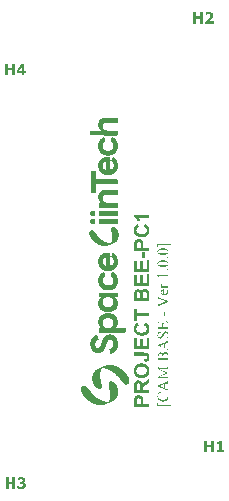
<source format=gbr>
G04*
G04 #@! TF.GenerationSoftware,Altium Limited,Altium Designer,24.9.1 (31)*
G04*
G04 Layer_Color=65535*
%FSLAX44Y44*%
%MOMM*%
G71*
G04*
G04 #@! TF.SameCoordinates,E7EBA232-3E41-4796-8E0E-ADA696DDDB0D*
G04*
G04*
G04 #@! TF.FilePolarity,Positive*
G04*
G01*
G75*
G36*
X104242Y144196D02*
X104364Y144147D01*
X104438Y144172D01*
X104756Y144147D01*
X104830Y144123D01*
X105492Y144098D01*
X105663Y144025D01*
X105835Y144000D01*
X106153Y143976D01*
X106276Y143927D01*
X106472Y143878D01*
X106717Y143853D01*
X106888Y143780D01*
X107060Y143755D01*
X107182Y143731D01*
X107231Y143682D01*
X107403Y143657D01*
X107599Y143608D01*
X107770Y143535D01*
X107917Y143510D01*
X108040Y143437D01*
X108138Y143412D01*
X108285Y143388D01*
X108334Y143339D01*
X108628Y143265D01*
X108677Y143216D01*
X108848Y143167D01*
X109069Y143069D01*
X109204Y143032D01*
X109363Y142947D01*
X109461Y142922D01*
X109510Y142873D01*
X109632Y142824D01*
X109730Y142800D01*
X109779Y142751D01*
X110012Y142665D01*
X110073Y142604D01*
X110196Y142579D01*
X110269Y142506D01*
X110367Y142481D01*
X110490Y142408D01*
X110612Y142359D01*
X110735Y142285D01*
X110857Y142236D01*
X110906Y142212D01*
X110980Y142138D01*
X111115Y142101D01*
X111164Y142077D01*
X111188Y142028D01*
X111311Y141979D01*
X111446Y141893D01*
X111568Y141819D01*
X111789Y141697D01*
X111838Y141648D01*
X111911Y141623D01*
X111960Y141574D01*
X112132Y141476D01*
X112181Y141427D01*
X112278Y141403D01*
X112352Y141329D01*
X112475Y141256D01*
X112524Y141207D01*
X112695Y141109D01*
X112867Y140986D01*
X113173Y140778D01*
X113234Y140717D01*
X113283Y140693D01*
X113357Y140619D01*
X113528Y140521D01*
X113577Y140472D01*
X113626Y140447D01*
X113700Y140374D01*
X113749Y140349D01*
X113847Y140251D01*
X113969Y140178D01*
X114018Y140129D01*
X114067Y140104D01*
X114165Y140006D01*
X114214Y139982D01*
X114312Y139884D01*
X114361Y139859D01*
X114459Y139761D01*
X114508Y139737D01*
X114606Y139639D01*
X114655Y139614D01*
X114729Y139541D01*
X114778Y139516D01*
X114998Y139296D01*
X115047Y139271D01*
X115390Y138928D01*
X115439Y138904D01*
X116236Y138108D01*
X116260Y138059D01*
X116603Y137716D01*
X116628Y137667D01*
X116848Y137446D01*
X116873Y137397D01*
X116946Y137323D01*
X116971Y137274D01*
X117069Y137176D01*
X117093Y137127D01*
X117191Y137029D01*
X117216Y136980D01*
X117314Y136882D01*
X117338Y136833D01*
X117436Y136735D01*
X117461Y136686D01*
X117534Y136613D01*
X117608Y136490D01*
X117657Y136441D01*
X117681Y136392D01*
X117779Y136294D01*
X117804Y136245D01*
X117877Y136172D01*
X117951Y136049D01*
X118000Y136000D01*
X118061Y135890D01*
X118098Y135878D01*
X118171Y135755D01*
X118220Y135706D01*
X118294Y135584D01*
X118392Y135412D01*
X118441Y135388D01*
X118465Y135339D01*
X118673Y135033D01*
X118796Y134837D01*
X118882Y134702D01*
X118931Y134653D01*
X118992Y134494D01*
X119029Y134481D01*
X119078Y134359D01*
X119102Y134310D01*
X119176Y134236D01*
X119200Y134138D01*
X119298Y133991D01*
X119372Y133869D01*
X119421Y133746D01*
X119445Y133673D01*
X119494Y133624D01*
X119519Y133526D01*
X119568Y133403D01*
X119641Y133330D01*
X119666Y133134D01*
X119764Y132987D01*
X119788Y132815D01*
X119862Y132742D01*
X119911Y132448D01*
X119960Y132399D01*
X120009Y132203D01*
X120033Y132007D01*
X120082Y131884D01*
X120107Y131786D01*
X120131Y131468D01*
X120193Y131308D01*
X120217Y131112D01*
X120229Y129728D01*
X120156Y129556D01*
X120131Y129458D01*
X120095Y129177D01*
X120009Y129017D01*
X119984Y128821D01*
X119911Y128748D01*
X119886Y128650D01*
X119813Y128527D01*
X119715Y128356D01*
X119666Y128307D01*
X119641Y128258D01*
X119531Y128123D01*
X119237Y127829D01*
X119188Y127804D01*
X119066Y127731D01*
X119017Y127682D01*
X118919Y127657D01*
X118870Y127633D01*
X118796Y127559D01*
X118612Y127523D01*
X118502Y127461D01*
X118404Y127437D01*
X118110Y127412D01*
X118036Y127388D01*
X117399Y127412D01*
X117326Y127437D01*
X117032Y127461D01*
X116958Y127535D01*
X116787Y127559D01*
X116689Y127584D01*
X116640Y127633D01*
X116481Y127694D01*
X116321Y127780D01*
X116052Y127927D01*
X115978Y128000D01*
X115807Y128098D01*
X115635Y128221D01*
X115501Y128331D01*
X115464Y128368D01*
X115415Y128392D01*
X115317Y128490D01*
X115268Y128515D01*
X115194Y128588D01*
X115145Y128613D01*
X115084Y128650D01*
X115059Y128699D01*
X115023Y128736D01*
X114974Y128760D01*
X114900Y128858D01*
X114851Y128883D01*
X114802Y128956D01*
X114753Y128981D01*
X114717Y129017D01*
X114692Y129066D01*
X114594Y129140D01*
X114570Y129189D01*
X114496Y129238D01*
X114472Y129287D01*
X114435Y129324D01*
X114386Y129348D01*
X114312Y129446D01*
X114275Y129458D01*
X114251Y129507D01*
X114141Y129642D01*
X114030Y129752D01*
X114006Y129801D01*
X113896Y129936D01*
X113847Y130010D01*
X113798Y130034D01*
X113761Y130071D01*
X113736Y130120D01*
X113663Y130193D01*
X113638Y130242D01*
X113540Y130340D01*
X113467Y130463D01*
X113357Y130598D01*
X113320Y130634D01*
X113295Y130683D01*
X113197Y130781D01*
X113124Y130904D01*
X113001Y131075D01*
X112952Y131124D01*
X112928Y131173D01*
X112854Y131247D01*
X112805Y131369D01*
X112732Y131443D01*
X112707Y131492D01*
X112487Y131811D01*
X112462Y131860D01*
X112364Y131958D01*
X112266Y132129D01*
X112156Y132264D01*
X112070Y132399D01*
X112021Y132448D01*
X111948Y132570D01*
X111899Y132619D01*
X111862Y132705D01*
X111813Y132729D01*
X111740Y132852D01*
X111691Y132876D01*
X111568Y133072D01*
X111531Y133109D01*
X111507Y133158D01*
X111409Y133256D01*
X111384Y133305D01*
X111335Y133330D01*
X111311Y133379D01*
X111201Y133513D01*
X111164Y133550D01*
X111139Y133599D01*
X111066Y133673D01*
X111041Y133722D01*
X110968Y133795D01*
X110943Y133844D01*
X110747Y134040D01*
X110723Y134089D01*
X110661Y134150D01*
X110625Y134163D01*
X110600Y134212D01*
X110490Y134347D01*
X110257Y134579D01*
X110184Y134702D01*
X108995Y135890D01*
X108873Y135964D01*
X108677Y136160D01*
X108640Y136172D01*
X108616Y136221D01*
X108530Y136282D01*
X108432Y136380D01*
X108383Y136405D01*
X108187Y136601D01*
X108138Y136625D01*
X108040Y136723D01*
X107917Y136797D01*
X107868Y136846D01*
X107819Y136870D01*
X107721Y136968D01*
X107672Y136993D01*
X107648Y137042D01*
X107599Y137066D01*
X107464Y137176D01*
X107280Y137311D01*
X107231Y137336D01*
X107133Y137434D01*
X107084Y137458D01*
X107035Y137532D01*
X106913Y137605D01*
X106741Y137703D01*
X106717Y137752D01*
X106668Y137777D01*
X106533Y137887D01*
X106410Y137936D01*
X106325Y138022D01*
X106276Y138046D01*
X106202Y138120D01*
X106080Y138193D01*
X105908Y138291D01*
X105835Y138365D01*
X105712Y138438D01*
X105541Y138536D01*
X105492Y138585D01*
X105369Y138634D01*
X105295Y138708D01*
X105173Y138757D01*
X105124Y138806D01*
X104952Y138904D01*
X104830Y138953D01*
X104781Y138977D01*
X104683Y139075D01*
X104560Y139100D01*
X104487Y139173D01*
X104364Y139222D01*
X104315Y139271D01*
X104156Y139333D01*
X104070Y139418D01*
X103923Y139443D01*
X103850Y139516D01*
X103752Y139541D01*
X103703Y139565D01*
X103629Y139639D01*
X103470Y139676D01*
X103384Y139761D01*
X103201Y139798D01*
X103139Y139859D01*
X102968Y139908D01*
X102845Y139982D01*
X102772Y140006D01*
X102649Y140055D01*
X102600Y140104D01*
X102404Y140153D01*
X102282Y140227D01*
X102086Y140276D01*
X102037Y140325D01*
X101865Y140374D01*
X101767Y140398D01*
X101645Y140472D01*
X101473Y140496D01*
X101253Y140594D01*
X101032Y140644D01*
X100983Y140693D01*
X100885Y140717D01*
X100689Y140742D01*
X100518Y140815D01*
X100420Y140840D01*
X100248Y140864D01*
X100077Y140938D01*
X99734Y140986D01*
X99611Y141035D01*
X99513Y141060D01*
X99268Y141084D01*
X99072Y141109D01*
X98949Y141158D01*
X98778Y141182D01*
X98202Y141219D01*
X98067Y141256D01*
X97749Y141280D01*
X97675Y141305D01*
X97234Y141280D01*
X97198Y141244D01*
X97173Y141195D01*
X97100Y141121D01*
X97075Y141072D01*
X96916Y140840D01*
X96879Y140827D01*
X96855Y140778D01*
X96732Y140607D01*
X96659Y140484D01*
X96561Y140313D01*
X96414Y140068D01*
X96365Y139945D01*
X96291Y139823D01*
X96242Y139700D01*
X96218Y139602D01*
X96144Y139529D01*
X96107Y139345D01*
X96046Y139284D01*
X96009Y139124D01*
X95985Y139026D01*
X95948Y138990D01*
X95899Y138867D01*
X95875Y138646D01*
X95826Y138597D01*
X95777Y138426D01*
X95752Y138205D01*
X95703Y138083D01*
X95679Y137985D01*
X95654Y137814D01*
X95630Y137569D01*
X95581Y137446D01*
X95556Y137348D01*
X95519Y136552D01*
X95458Y136368D01*
X95483Y136294D01*
X95470Y135033D01*
X95507Y134898D01*
X95532Y134800D01*
X95544Y134297D01*
X95532Y134285D01*
X95556Y134212D01*
X95581Y133844D01*
X95605Y133795D01*
X95581Y133722D01*
X95654Y133550D01*
X95630Y133501D01*
X95654Y133428D01*
X95679Y132987D01*
X95703Y132913D01*
X95752Y132791D01*
X95777Y132693D01*
X95801Y132276D01*
X95850Y132154D01*
X95899Y131958D01*
X95924Y131664D01*
X95997Y131492D01*
X96022Y131247D01*
X96058Y131088D01*
X96119Y130928D01*
X96156Y130622D01*
X96218Y130487D01*
X96242Y130389D01*
X96267Y130120D01*
X96365Y129899D01*
X96389Y129605D01*
X96438Y129483D01*
X96487Y129287D01*
X96512Y129042D01*
X96561Y128919D01*
X96585Y128821D01*
X96610Y128576D01*
X96634Y128405D01*
X96659Y128331D01*
X96708Y128135D01*
X96732Y127743D01*
X96781Y127547D01*
X96806Y127474D01*
X96830Y127155D01*
X96855Y126763D01*
X96830Y126690D01*
X96855Y126616D01*
X96879Y126445D01*
X96855Y125955D01*
X96830Y125881D01*
X96855Y125808D01*
X96830Y125562D01*
X96806Y125342D01*
X96732Y125170D01*
X96695Y124987D01*
X96659Y124950D01*
X96610Y124827D01*
X96585Y124729D01*
X96512Y124656D01*
X96463Y124534D01*
X96365Y124435D01*
X96340Y124386D01*
X96267Y124337D01*
X96242Y124288D01*
X96205Y124252D01*
X96156Y124227D01*
X96058Y124129D01*
X95985Y124105D01*
X95936Y124056D01*
X95777Y123994D01*
X95715Y123933D01*
X95617Y123909D01*
X95421Y123884D01*
X95250Y123811D01*
X95005Y123786D01*
X94294Y123811D01*
X94123Y123884D01*
X93951Y123909D01*
X93767Y123945D01*
X93657Y124007D01*
X93559Y124031D01*
X93437Y124056D01*
X93388Y124105D01*
X93290Y124129D01*
X93130Y124190D01*
X93069Y124252D01*
X92947Y124276D01*
X92800Y124374D01*
X92702Y124399D01*
X92628Y124472D01*
X92506Y124521D01*
X92432Y124595D01*
X92310Y124644D01*
X92236Y124717D01*
X92187Y124742D01*
X92126Y124778D01*
X92114Y124815D01*
X92065Y124840D01*
X91930Y124950D01*
X91844Y125011D01*
X91795Y125060D01*
X91746Y125085D01*
X91685Y125121D01*
X91660Y125170D01*
X91501Y125330D01*
X91464Y125342D01*
X91440Y125391D01*
X91378Y125452D01*
X91342Y125464D01*
X91317Y125513D01*
X91256Y125575D01*
X91219Y125587D01*
X91195Y125636D01*
X91084Y125771D01*
X90974Y125881D01*
X90901Y126004D01*
X90852Y126053D01*
X90827Y126102D01*
X90729Y126200D01*
X90705Y126249D01*
X90631Y126322D01*
X90607Y126420D01*
X90509Y126518D01*
X90435Y126641D01*
X90313Y126861D01*
X90264Y126910D01*
X90068Y127278D01*
X90019Y127400D01*
X89994Y127449D01*
X89921Y127523D01*
X89884Y127706D01*
X89823Y127768D01*
X89737Y128000D01*
X89700Y128037D01*
X89676Y128135D01*
X89639Y128270D01*
X89602Y128307D01*
X89553Y128429D01*
X89529Y128576D01*
X89431Y128797D01*
X89406Y128944D01*
X89333Y129115D01*
X89296Y129324D01*
X89259Y129360D01*
X89210Y129483D01*
X89185Y129752D01*
X89112Y129924D01*
X89087Y130095D01*
X89063Y130316D01*
X89014Y130438D01*
X88965Y130732D01*
X88940Y131124D01*
X88867Y131296D01*
X88879Y131455D01*
X88855Y131676D01*
X88867Y132154D01*
X88842Y132227D01*
X88855Y133415D01*
X88842Y133452D01*
X88867Y133526D01*
X88891Y133893D01*
X88940Y133991D01*
X88916Y134065D01*
X88965Y134187D01*
X88989Y134702D01*
X89014Y134775D01*
X89087Y135020D01*
X89112Y135314D01*
X89210Y135535D01*
X89235Y135755D01*
X89284Y135804D01*
X89308Y135902D01*
X89333Y136074D01*
X89431Y136294D01*
X89455Y136392D01*
X89480Y136466D01*
X89529Y136515D01*
X89553Y136613D01*
X89578Y136760D01*
X89651Y136833D01*
X89712Y136993D01*
X89774Y137103D01*
X89835Y137262D01*
X89896Y137323D01*
X89921Y137421D01*
X89945Y137470D01*
X90019Y137544D01*
X90043Y137642D01*
X90117Y137716D01*
X90166Y137838D01*
X90239Y137912D01*
X90423Y138218D01*
X90460Y138230D01*
X90484Y138279D01*
X90594Y138414D01*
X90631Y138450D01*
X90656Y138499D01*
X90729Y138573D01*
X90754Y138622D01*
X90790Y138683D01*
X90839Y138708D01*
X90876Y138745D01*
X90901Y138794D01*
X90950Y138818D01*
X90974Y138867D01*
X91072Y138965D01*
X91097Y139014D01*
X91158Y139075D01*
X91207Y139100D01*
X91378Y139271D01*
X91427Y139296D01*
X91464Y139333D01*
X91489Y139382D01*
X91623Y139467D01*
X91672Y139516D01*
X91721Y139541D01*
X91819Y139639D01*
X91868Y139663D01*
X91930Y139700D01*
X91954Y139749D01*
X92150Y139872D01*
X92285Y139957D01*
X92359Y140031D01*
X92408Y140055D01*
X92457Y140104D01*
X92591Y140141D01*
X92640Y140190D01*
X92653Y140227D01*
X92751Y140251D01*
X92800Y140276D01*
X92873Y140349D01*
X92971Y140374D01*
X93020Y140398D01*
X93069Y140447D01*
X93228Y140509D01*
X93290Y140570D01*
X93388Y140594D01*
X93437Y140619D01*
X93486Y140668D01*
X93608Y140717D01*
X93682Y140742D01*
X93755Y140815D01*
X93914Y140852D01*
X94000Y140938D01*
X94147Y140962D01*
X94221Y141035D01*
X94380Y141097D01*
X94539Y141182D01*
X94613Y141207D01*
X94662Y141256D01*
X94784Y141305D01*
X94882Y141329D01*
X94956Y141403D01*
X95103Y141427D01*
X95176Y141501D01*
X95274Y141525D01*
X95434Y141587D01*
X95495Y141648D01*
X95642Y141672D01*
X95715Y141746D01*
X95911Y141795D01*
X95985Y141869D01*
X96144Y141905D01*
X96303Y141991D01*
X96401Y142015D01*
X96524Y142089D01*
X96671Y142138D01*
X96695D01*
X96744Y142163D01*
X96793Y142212D01*
X96989Y142261D01*
X97112Y142334D01*
X97308Y142383D01*
X97381Y142457D01*
X97541Y142493D01*
X97700Y142579D01*
X97859Y142616D01*
X98018Y142702D01*
X98153Y142738D01*
X98190Y142775D01*
X98362Y142824D01*
X98496Y142861D01*
X98558Y142922D01*
X98656Y142947D01*
X98778Y142971D01*
X98900Y143045D01*
X99096Y143094D01*
X99145Y143143D01*
X99342Y143192D01*
X99562Y143290D01*
X99721Y143326D01*
X99881Y143412D01*
X100028Y143437D01*
X100150Y143510D01*
X100248Y143535D01*
X100395Y143559D01*
X100444Y143608D01*
X100542Y143633D01*
X100763Y143682D01*
X100812Y143731D01*
X100910Y143755D01*
X101093Y143792D01*
X101130Y143829D01*
X101302Y143878D01*
X101498Y143902D01*
X101669Y143976D01*
X101767Y144000D01*
X102037Y144025D01*
X102159Y144074D01*
X102355Y144098D01*
X102429Y144123D01*
X102968Y144147D01*
X103041Y144172D01*
X103384Y144196D01*
X103458Y144221D01*
X104242Y144196D01*
D02*
G37*
G36*
X104977Y130230D02*
X105295Y130206D01*
X105369Y130181D01*
X105565Y130132D01*
X105761Y130108D01*
X105982Y130010D01*
X106104Y129985D01*
X106153Y129936D01*
X106325Y129887D01*
X106839Y129618D01*
X107060Y129495D01*
X107133Y129422D01*
X107207Y129397D01*
X107280Y129324D01*
X107378Y129299D01*
X107415Y129262D01*
X107439Y129213D01*
X107574Y129128D01*
X107648Y129054D01*
X107697Y129030D01*
X108395Y128331D01*
X108420Y128282D01*
X108567Y128135D01*
X108591Y128086D01*
X108628Y128025D01*
X108677Y128000D01*
X108775Y127853D01*
X108836Y127792D01*
X108861Y127719D01*
X108934Y127645D01*
X109008Y127523D01*
X109057Y127474D01*
X109106Y127351D01*
X109155Y127302D01*
X109253Y127131D01*
X109375Y126910D01*
X109424Y126788D01*
X109449Y126739D01*
X109547Y126592D01*
X109571Y126494D01*
X109620Y126445D01*
X109706Y126212D01*
X109743Y126175D01*
X109767Y126077D01*
X109890Y125808D01*
X109926Y125673D01*
X109988Y125562D01*
X110012Y125464D01*
X110049Y125330D01*
X110086Y125293D01*
X110135Y125097D01*
X110159Y124950D01*
X110208Y124901D01*
X110233Y124803D01*
X110257Y124607D01*
X110331Y124435D01*
X110355Y124337D01*
X110380Y124092D01*
X110453Y123921D01*
X110478Y123749D01*
X110502Y123504D01*
X110527Y123431D01*
X110588Y123149D01*
X110612Y122757D01*
X110649Y122304D01*
X110674Y122230D01*
X110649Y120589D01*
X110625Y120515D01*
X110637Y120331D01*
X110600Y120197D01*
X110576Y119633D01*
X110551Y119560D01*
X110502Y119364D01*
X110478Y119192D01*
X110453Y118972D01*
X110404Y118849D01*
X110355Y118653D01*
X110331Y118457D01*
X110257Y118286D01*
X110233Y118114D01*
X110135Y117893D01*
X110098Y117710D01*
X110037Y117648D01*
X110012Y117550D01*
X109975Y117416D01*
X109890Y117256D01*
X109865Y117134D01*
X109792Y117060D01*
X109767Y116962D01*
X109743Y116913D01*
X109694Y116864D01*
X109620Y116668D01*
X109571Y116619D01*
X109522Y116497D01*
X109498Y116448D01*
X109449Y116399D01*
X109375Y116276D01*
X109326Y116227D01*
X109265Y116068D01*
X109179Y115982D01*
X109155Y115933D01*
X109081Y115860D01*
X109008Y115737D01*
X108959Y115688D01*
X108885Y115566D01*
X108812Y115492D01*
X108787Y115443D01*
X108738Y115419D01*
X108714Y115370D01*
X108567Y115223D01*
X108542Y115174D01*
X108236Y114867D01*
X108187Y114843D01*
X107966Y114622D01*
X107917Y114598D01*
X107819Y114500D01*
X107770Y114475D01*
X107697Y114402D01*
X107574Y114328D01*
X107525Y114279D01*
X107403Y114206D01*
X107354Y114157D01*
X107231Y114083D01*
X107060Y113985D01*
X107011Y113936D01*
X106888Y113887D01*
X106815Y113814D01*
X106655Y113753D01*
X106594Y113691D01*
X106472Y113642D01*
X106398Y113569D01*
X106263Y113532D01*
X106202Y113471D01*
X106043Y113410D01*
X105982Y113348D01*
X105884Y113324D01*
X105761Y113250D01*
X105639Y113201D01*
X105516Y113128D01*
X105393Y113079D01*
X105344Y113054D01*
X105295Y113005D01*
X105099Y112932D01*
X105050Y112883D01*
X104854Y112809D01*
X104805Y112760D01*
X104646Y112724D01*
X104560Y112662D01*
X104438Y112613D01*
X104168Y112491D01*
X104119Y112466D01*
X103997Y112393D01*
X103874Y112368D01*
X103727Y112270D01*
X103580Y112246D01*
X103507Y112172D01*
X103311Y112123D01*
X103188Y112050D01*
X103090Y112025D01*
X102968Y111952D01*
X102894Y111927D01*
X102796Y111903D01*
X102747Y111878D01*
X102698Y111829D01*
X102600Y111805D01*
X102465Y111768D01*
X102404Y111707D01*
X102208Y111658D01*
X102061Y111560D01*
X101890Y111535D01*
X101841Y111486D01*
X101718Y111437D01*
X101620Y111413D01*
X101498Y111339D01*
X101302Y111290D01*
X101179Y111217D01*
X101032Y111192D01*
X100885Y111094D01*
X100714Y111070D01*
X100640Y110996D01*
X100456Y110959D01*
X100334Y110910D01*
X100297Y110874D01*
X100040Y110812D01*
X100003Y110776D01*
X99807Y110727D01*
X99587Y110629D01*
X99440Y110604D01*
X99366Y110531D01*
X99268Y110506D01*
X99096Y110482D01*
X99023Y110408D01*
X98925Y110384D01*
X98705Y110359D01*
X98656Y110310D01*
X98362Y110237D01*
X98190Y110163D01*
X97957Y110126D01*
X97675Y110041D01*
X97406Y110016D01*
X97332Y109992D01*
X97234Y109967D01*
X96940Y109918D01*
X96377Y109894D01*
X96303Y109869D01*
X94956Y109894D01*
X94882Y109918D01*
X94196Y109943D01*
X94074Y109992D01*
X93865Y110028D01*
X93547Y110053D01*
X93449Y110077D01*
X93241Y110139D01*
X92959Y110175D01*
X92677Y110261D01*
X92481Y110286D01*
X92310Y110359D01*
X92212Y110384D01*
X92028Y110420D01*
X91893Y110482D01*
X91795Y110506D01*
X91648Y110531D01*
X91599Y110580D01*
X91305Y110653D01*
X91133Y110727D01*
X91035Y110751D01*
X90815Y110849D01*
X90680Y110886D01*
X90570Y110947D01*
X90472Y110972D01*
X90349Y111021D01*
X90178Y111094D01*
X89908Y111217D01*
X89835Y111241D01*
X89786Y111290D01*
X89688Y111315D01*
X89565Y111388D01*
X89320Y111486D01*
X88855Y111731D01*
X88806Y111780D01*
X88671Y111817D01*
X88536Y111903D01*
X88414Y111976D01*
X87973Y112221D01*
X87801Y112319D01*
X87752Y112368D01*
X87630Y112417D01*
X87556Y112491D01*
X87458Y112515D01*
X87360Y112613D01*
X87287Y112638D01*
X87140Y112736D01*
X87091Y112760D01*
X87017Y112834D01*
X86846Y112932D01*
X86711Y113042D01*
X86515Y113165D01*
X86478Y113201D01*
X86356Y113275D01*
X86306Y113324D01*
X86257Y113348D01*
X86184Y113422D01*
X86061Y113495D01*
X86012Y113544D01*
X85902Y113606D01*
X85890Y113642D01*
X85841Y113667D01*
X85535Y113900D01*
X85498Y113936D01*
X85449Y113961D01*
X85375Y114034D01*
X85326Y114059D01*
X85155Y114230D01*
X85106Y114255D01*
X85032Y114328D01*
X84983Y114353D01*
X84849Y114463D01*
X84714Y114598D01*
X84665Y114622D01*
X84444Y114843D01*
X84395Y114867D01*
X84052Y115211D01*
X84003Y115235D01*
X83330Y115909D01*
X83305Y115958D01*
X82986Y116276D01*
X82962Y116325D01*
X82741Y116546D01*
X82717Y116595D01*
X82521Y116791D01*
X82497Y116840D01*
X82423Y116913D01*
X82399Y116962D01*
X82288Y117097D01*
X82252Y117134D01*
X82227Y117183D01*
X82056Y117354D01*
X81982Y117477D01*
X81908Y117550D01*
X81884Y117599D01*
X81811Y117673D01*
X81737Y117795D01*
X81663Y117869D01*
X81639Y117918D01*
X81565Y117992D01*
X81492Y118114D01*
X81369Y118286D01*
X81320Y118335D01*
X81296Y118384D01*
X81247Y118433D01*
X81149Y118604D01*
X81100Y118653D01*
X81026Y118776D01*
X80977Y118825D01*
X80904Y118947D01*
X80806Y119118D01*
X80757Y119167D01*
X80708Y119290D01*
X80634Y119364D01*
X80536Y119535D01*
X80451Y119694D01*
X80414Y119707D01*
X80353Y119866D01*
X80291Y119927D01*
X80230Y120086D01*
X80169Y120148D01*
X80132Y120282D01*
X80071Y120368D01*
X80022Y120491D01*
X79997Y120589D01*
X79924Y120662D01*
X79899Y120834D01*
X79826Y120907D01*
X79801Y121005D01*
X79777Y121152D01*
X79703Y121226D01*
X79679Y121397D01*
X79581Y121618D01*
X79544Y121851D01*
X79495Y121973D01*
X79458Y122108D01*
X79434Y122353D01*
X79360Y122598D01*
X79336Y122843D01*
X79311Y123333D01*
X79287Y123406D01*
X79311Y124043D01*
X79336Y124117D01*
X79360Y124583D01*
X79434Y124754D01*
X79458Y124974D01*
X79556Y125195D01*
X79605Y125317D01*
X79752Y125587D01*
X79850Y125758D01*
X79924Y125832D01*
X79948Y125881D01*
X80304Y126236D01*
X80426Y126310D01*
X80647Y126432D01*
X80769Y126481D01*
X80867Y126506D01*
X80916Y126555D01*
X81088Y126604D01*
X81357Y126628D01*
X81431Y126653D01*
X81578Y126677D01*
X81651Y126702D01*
X81945Y126677D01*
X82019Y126653D01*
X82203Y126616D01*
X82448Y126592D01*
X82533Y126555D01*
X82656Y126506D01*
X82754Y126481D01*
X82827Y126457D01*
X82876Y126408D01*
X83048Y126359D01*
X83097Y126334D01*
X83146Y126285D01*
X83305Y126224D01*
X83391Y126138D01*
X83489Y126114D01*
X83562Y126040D01*
X83685Y125967D01*
X83734Y125918D01*
X83856Y125869D01*
X83954Y125771D01*
X84003Y125746D01*
X84077Y125673D01*
X84126Y125648D01*
X84224Y125550D01*
X84273Y125526D01*
X84371Y125428D01*
X84420Y125403D01*
X85290Y124534D01*
X85314Y124485D01*
X85424Y124350D01*
X85535Y124239D01*
X85559Y124190D01*
X85682Y124068D01*
X85706Y124019D01*
X85780Y123970D01*
X85853Y123847D01*
X85902Y123798D01*
X85976Y123676D01*
X86025Y123627D01*
X86049Y123578D01*
X86147Y123480D01*
X86172Y123431D01*
X86270Y123333D01*
X86294Y123284D01*
X86343Y123235D01*
X86368Y123186D01*
X86478Y123051D01*
X86564Y122916D01*
X86613Y122867D01*
X86686Y122745D01*
X86772Y122610D01*
X86821Y122586D01*
X86895Y122438D01*
X86956Y122377D01*
X86980Y122304D01*
X87078Y122206D01*
X87152Y122083D01*
X87238Y121924D01*
X87287Y121899D01*
X87372Y121765D01*
X87421Y121716D01*
X87495Y121593D01*
X87544Y121544D01*
X87617Y121422D01*
X87666Y121373D01*
X87691Y121324D01*
X87789Y121226D01*
X87862Y121103D01*
X87948Y120968D01*
X87997Y120944D01*
X88058Y120858D01*
X88132Y120785D01*
X88205Y120662D01*
X88254Y120613D01*
X88279Y120564D01*
X88377Y120466D01*
X88401Y120417D01*
X88499Y120319D01*
X88524Y120270D01*
X88720Y120074D01*
X88744Y120025D01*
X88867Y119903D01*
X88891Y119854D01*
X88965Y119780D01*
X88989Y119731D01*
X89308Y119413D01*
X89333Y119364D01*
X90472Y118224D01*
X90521Y118200D01*
X90815Y117906D01*
X90864Y117881D01*
X91035Y117710D01*
X91084Y117685D01*
X91195Y117599D01*
X91207Y117563D01*
X91256Y117538D01*
X91354Y117440D01*
X91403Y117416D01*
X91525Y117293D01*
X91574Y117269D01*
X91599Y117220D01*
X91721Y117146D01*
X91770Y117097D01*
X91819Y117073D01*
X91917Y116975D01*
X91966Y116950D01*
X92065Y116852D01*
X92114Y116828D01*
X92187Y116754D01*
X92310Y116681D01*
X92359Y116632D01*
X92408Y116607D01*
X92542Y116497D01*
X92628Y116436D01*
X92677Y116387D01*
X92800Y116313D01*
X93216Y116019D01*
X93265Y115995D01*
X93339Y115921D01*
X93461Y115848D01*
X93633Y115750D01*
X93706Y115676D01*
X93829Y115603D01*
X94000Y115505D01*
X94049Y115456D01*
X94392Y115260D01*
X94441Y115211D01*
X94539Y115186D01*
X94613Y115112D01*
X94980Y114916D01*
X95029Y114867D01*
X95164Y114831D01*
X95225Y114769D01*
X95348Y114720D01*
X95397Y114696D01*
X95446Y114647D01*
X95642Y114573D01*
X95691Y114524D01*
X95887Y114451D01*
X95936Y114402D01*
X96034Y114377D01*
X96083Y114353D01*
X96230Y114255D01*
X96352Y114230D01*
X96426Y114157D01*
X96573Y114132D01*
X96720Y114034D01*
X96879Y113998D01*
X96940Y113936D01*
X97038Y113912D01*
X97173Y113875D01*
X97234Y113814D01*
X97394Y113777D01*
X97651Y113667D01*
X97798Y113642D01*
X97847Y113593D01*
X98018Y113544D01*
X98153Y113508D01*
X98288Y113446D01*
X98386Y113422D01*
X98509Y113397D01*
X98558Y113348D01*
X98656Y113324D01*
X98864Y113287D01*
X98998Y113226D01*
X99096Y113201D01*
X99329Y113165D01*
X99464Y113103D01*
X99636Y113079D01*
X99856Y113054D01*
X100028Y112981D01*
X100199Y112956D01*
X100444Y112932D01*
X100518Y112907D01*
X100616Y112883D01*
X100861Y112858D01*
X101179Y112834D01*
X101424Y112809D01*
X101571Y112785D01*
X101645Y112760D01*
X102282Y112785D01*
X102367Y112871D01*
X102392Y112920D01*
X102490Y113018D01*
X102515Y113067D01*
X102612Y113165D01*
X102686Y113287D01*
X102809Y113459D01*
X102907Y113630D01*
X102956Y113679D01*
X102980Y113777D01*
X103029Y113826D01*
X103152Y114047D01*
X103201Y114169D01*
X103274Y114292D01*
X103323Y114414D01*
X103348Y114512D01*
X103421Y114635D01*
X103458Y114794D01*
X103495Y114831D01*
X103544Y114953D01*
X103568Y115125D01*
X103617Y115174D01*
X103666Y115345D01*
X103691Y115517D01*
X103789Y115737D01*
X103813Y116007D01*
X103862Y116129D01*
X103887Y116227D01*
X103911Y116472D01*
X103936Y116693D01*
X103985Y116815D01*
X104009Y117281D01*
X104034Y117379D01*
X104058Y118727D01*
X104034Y119045D01*
X103997Y119792D01*
X103972Y120013D01*
X103936Y120123D01*
X103911Y120589D01*
X103887Y120760D01*
X103862Y120858D01*
X103838Y120981D01*
X103813Y121054D01*
X103789Y121299D01*
X103752Y121581D01*
X103703Y121704D01*
X103678Y121826D01*
X103666Y121838D01*
X103642Y122181D01*
X103593Y122304D01*
X103568Y122475D01*
X103544Y122573D01*
X103519Y122794D01*
X103446Y122965D01*
X103409Y123247D01*
X103323Y123529D01*
X103299Y123774D01*
X103225Y123945D01*
X103176Y124288D01*
X103103Y124460D01*
X103078Y124705D01*
X103041Y124864D01*
X103005Y124999D01*
X102956Y125195D01*
X102931Y125489D01*
X102858Y125660D01*
X102833Y126053D01*
X102809Y126126D01*
X102784Y126273D01*
X102760Y126347D01*
X102735Y126665D01*
X102711Y126910D01*
X102686Y127082D01*
X102662Y127327D01*
X102637Y127400D01*
X102662Y128160D01*
X102686Y128233D01*
X102723Y128564D01*
X102747Y128760D01*
X102772Y128858D01*
X102833Y128993D01*
X102870Y129152D01*
X102931Y129213D01*
X102956Y129311D01*
X103029Y129434D01*
X103078Y129483D01*
X103152Y129605D01*
X103225Y129679D01*
X103250Y129728D01*
X103286Y129765D01*
X103335Y129789D01*
X103433Y129887D01*
X103556Y129961D01*
X103605Y130010D01*
X103703Y130034D01*
X103825Y130108D01*
X103923Y130132D01*
X104046Y130157D01*
X104168Y130206D01*
X104266Y130230D01*
X104879Y130255D01*
X104977Y130230D01*
D02*
G37*
G36*
X101410Y163151D02*
X101343Y162994D01*
X101309Y162825D01*
X101231Y162702D01*
X101164Y162590D01*
X101119Y162410D01*
X101085Y162287D01*
X100939Y162006D01*
X100906Y161861D01*
X100883Y161748D01*
X100861Y161659D01*
X100748Y161479D01*
X100715Y161356D01*
X100692Y161266D01*
X100636Y161030D01*
X100558Y160907D01*
X100490Y160750D01*
X100468Y160660D01*
X100445Y160458D01*
X100288Y160212D01*
X100266Y160054D01*
X100244Y159965D01*
X100221Y159830D01*
X100109Y159673D01*
X100064Y159516D01*
X100042Y159426D01*
X100019Y159269D01*
X99918Y159146D01*
X99862Y159045D01*
X99840Y158955D01*
X99806Y158764D01*
X99716Y158630D01*
X99660Y158574D01*
X99627Y158428D01*
X99604Y158338D01*
X99559Y158226D01*
X99481Y158147D01*
X99458Y158103D01*
X99413Y157990D01*
X99346Y157811D01*
X99301Y157766D01*
X99279Y157721D01*
X99234Y157676D01*
X99156Y157463D01*
X99099Y157385D01*
X99010Y157295D01*
X98965Y157183D01*
X98875Y157026D01*
X98785Y156936D01*
X98673Y156734D01*
X98561Y156622D01*
X98471Y156465D01*
X98381Y156375D01*
X98359Y156330D01*
X98314Y156285D01*
X98292Y156240D01*
X98236Y156162D01*
X98191Y156139D01*
X98157Y156106D01*
X98135Y156061D01*
X98034Y155915D01*
X97989Y155893D01*
X97865Y155769D01*
X97843Y155724D01*
X97809Y155691D01*
X97764Y155668D01*
X97641Y155545D01*
X97619Y155500D01*
X97428Y155377D01*
X97361Y155309D01*
X97316Y155287D01*
X97271Y155242D01*
X97226Y155219D01*
X97181Y155175D01*
X97136Y155152D01*
X97046Y155063D01*
X97002Y155040D01*
X96845Y154950D01*
X96732Y154838D01*
X96519Y154760D01*
X96441Y154704D01*
X96373Y154636D01*
X96261Y154591D01*
X96172Y154569D01*
X96026Y154513D01*
X95947Y154434D01*
X95835Y154389D01*
X95678Y154367D01*
X95588Y154345D01*
X95476Y154277D01*
X95274Y154187D01*
X94982Y154165D01*
X94668Y154120D01*
X94556Y154075D01*
X94433Y154042D01*
X94208Y153997D01*
X92896Y153986D01*
X92829Y154008D01*
X92739Y154030D01*
X92627Y154075D01*
X92537Y154098D01*
X92380Y154120D01*
X92290Y154143D01*
X91853Y154199D01*
X91572Y154345D01*
X91482Y154367D01*
X91292Y154401D01*
X91112Y154513D01*
X90989Y154569D01*
X90899Y154591D01*
X90742Y154681D01*
X90607Y154771D01*
X90462Y154827D01*
X90372Y154894D01*
X90349Y154939D01*
X90316Y154973D01*
X90114Y155085D01*
X90024Y155175D01*
X89979Y155197D01*
X89766Y155343D01*
X89665Y155444D01*
X89553Y155511D01*
X89519Y155545D01*
X89497Y155590D01*
X89396Y155691D01*
X89351Y155713D01*
X89317Y155747D01*
X89295Y155792D01*
X89194Y155893D01*
X89149Y155915D01*
X89093Y155971D01*
X89071Y156016D01*
X88970Y156139D01*
X88913Y156195D01*
X88891Y156240D01*
X88745Y156454D01*
X88667Y156532D01*
X88577Y156689D01*
X88442Y156824D01*
X88386Y156969D01*
X88274Y157104D01*
X88218Y157227D01*
X88184Y157351D01*
X88128Y157430D01*
X88083Y157474D01*
X88061Y157519D01*
X88016Y157631D01*
X87994Y157721D01*
X87904Y157878D01*
X87837Y157945D01*
X87792Y158103D01*
X87747Y158305D01*
X87657Y158462D01*
X87612Y158506D01*
X87578Y158652D01*
X87556Y158877D01*
X87534Y158989D01*
X87489Y159101D01*
X87433Y159157D01*
X87388Y159269D01*
X87365Y159426D01*
X87343Y159718D01*
X87320Y159942D01*
X87276Y160054D01*
X87208Y160324D01*
X87186Y160481D01*
X87163Y160772D01*
X87141Y160930D01*
X87163Y162612D01*
X87186Y162680D01*
X87208Y162994D01*
X87253Y163106D01*
X87276Y163330D01*
X87343Y163487D01*
X87365Y163981D01*
X87388Y164048D01*
X87444Y164194D01*
X87545Y164429D01*
X87601Y164755D01*
X87747Y165035D01*
X87803Y165293D01*
X87881Y165417D01*
X87926Y165462D01*
X87971Y165574D01*
X88005Y165720D01*
X88083Y165843D01*
X88151Y165910D01*
X88195Y166022D01*
X88252Y166168D01*
X88397Y166314D01*
X88420Y166404D01*
X88510Y166561D01*
X88599Y166651D01*
X88689Y166808D01*
X88846Y166965D01*
X88869Y167010D01*
X88970Y167133D01*
X89071Y167234D01*
X89093Y167279D01*
X89171Y167335D01*
X89295Y167458D01*
X89306Y167492D01*
X89351Y167514D01*
X89519Y167683D01*
X89530Y167716D01*
X89575Y167739D01*
X89732Y167896D01*
X89777Y167918D01*
X89901Y168019D01*
X90024Y168143D01*
X90181Y168232D01*
X90271Y168322D01*
X90417Y168378D01*
X90495Y168412D01*
X90630Y168546D01*
X90742Y168591D01*
X90899Y168681D01*
X90966Y168748D01*
X91123Y168793D01*
X91280Y168883D01*
X91348Y168950D01*
X91460Y168995D01*
X91628Y169029D01*
X91740Y169074D01*
X91774Y169107D01*
X91819Y169130D01*
X91976Y169197D01*
X92066Y169219D01*
X92268Y169264D01*
X92492Y169399D01*
X92582Y169422D01*
X92873Y169444D01*
X93075Y169422D01*
X93131Y169365D01*
X93333Y168939D01*
X93356Y168715D01*
X93401Y168401D01*
X93558Y168064D01*
X93580Y167907D01*
X93603Y167638D01*
X93737Y167346D01*
X93782Y167167D01*
X93816Y166841D01*
X93838Y166729D01*
X93883Y166617D01*
X93917Y166583D01*
X93984Y166359D01*
X94006Y166202D01*
X94040Y165921D01*
X94107Y165742D01*
X94141Y165708D01*
X94164Y165551D01*
X94141Y165439D01*
X94006Y165305D01*
X93984Y165260D01*
X93905Y165181D01*
X93748Y165136D01*
X93625Y165103D01*
X93502Y165024D01*
X93300Y164934D01*
X93188Y164889D01*
X93053Y164755D01*
X92941Y164710D01*
X92851Y164688D01*
X92728Y164587D01*
X92671Y164530D01*
X92627Y164508D01*
X92503Y164407D01*
X92458Y164362D01*
X92447Y164328D01*
X92402Y164306D01*
X92256Y164160D01*
X92234Y164115D01*
X92156Y164059D01*
X92055Y163958D01*
X92032Y163913D01*
X91875Y163756D01*
X91853Y163667D01*
X91740Y163510D01*
X91695Y163465D01*
X91651Y163308D01*
X91583Y163128D01*
X91494Y162971D01*
X91449Y162792D01*
X91426Y162635D01*
X91381Y162141D01*
X91359Y161961D01*
X91292Y161805D01*
X91314Y161289D01*
X91359Y161244D01*
X91381Y161154D01*
X91404Y160660D01*
X91426Y160593D01*
X91449Y160256D01*
X91606Y159920D01*
X91628Y159830D01*
X91662Y159707D01*
X91707Y159594D01*
X91808Y159494D01*
X91875Y159337D01*
X91965Y159179D01*
X92077Y159067D01*
X92144Y158955D01*
X92178Y158921D01*
X92223Y158899D01*
X92268Y158854D01*
X92312Y158832D01*
X92369Y158753D01*
X92402Y158720D01*
X92559Y158652D01*
X92716Y158562D01*
X92761Y158518D01*
X92873Y158473D01*
X93098Y158450D01*
X94062Y158473D01*
X94276Y158619D01*
X94422Y158675D01*
X94579Y158764D01*
X94668Y158854D01*
X94825Y158944D01*
X94904Y159022D01*
X94926Y159067D01*
X94960Y159101D01*
X95005Y159123D01*
X95106Y159224D01*
X95128Y159269D01*
X95285Y159426D01*
X95308Y159471D01*
X95420Y159628D01*
X95510Y159763D01*
X95622Y159965D01*
X95711Y160054D01*
X95756Y160212D01*
X95824Y160324D01*
X95913Y160413D01*
X95958Y160571D01*
X95992Y160739D01*
X96048Y160817D01*
X96138Y160907D01*
X96183Y161087D01*
X96205Y161266D01*
X96317Y161423D01*
X96385Y161580D01*
X96407Y161670D01*
X96430Y161849D01*
X96474Y161894D01*
X96497Y161939D01*
X96564Y162006D01*
X96598Y162152D01*
X96620Y162332D01*
X96643Y162444D01*
X96755Y162623D01*
X96811Y162769D01*
X96867Y163139D01*
X96889Y163229D01*
X96979Y163364D01*
X97035Y163487D01*
X97069Y163768D01*
X97091Y163857D01*
X97181Y163992D01*
X97237Y164093D01*
X97260Y164250D01*
X97293Y164396D01*
X97372Y164519D01*
X97462Y164721D01*
X97495Y164912D01*
X97607Y165091D01*
X97663Y165215D01*
X97720Y165450D01*
X97798Y165574D01*
X97843Y165619D01*
X97888Y165731D01*
X97921Y165877D01*
X98000Y166000D01*
X98067Y166067D01*
X98112Y166224D01*
X98135Y166314D01*
X98236Y166437D01*
X98269Y166449D01*
X98292Y166494D01*
X98337Y166606D01*
X98393Y166752D01*
X98516Y166875D01*
X98561Y166987D01*
X98583Y167032D01*
X98684Y167155D01*
X98740Y167211D01*
X98830Y167369D01*
X98864Y167425D01*
X98897Y167436D01*
X98920Y167481D01*
X99010Y167615D01*
X99032Y167660D01*
X99167Y167772D01*
X99279Y167929D01*
X99312Y167963D01*
X99357Y167986D01*
X99391Y168019D01*
X99413Y168064D01*
X99514Y168165D01*
X99559Y168188D01*
X99615Y168244D01*
X99638Y168288D01*
X99739Y168389D01*
X99784Y168412D01*
X99941Y168569D01*
X99986Y168591D01*
X100109Y168692D01*
X100188Y168771D01*
X100333Y168827D01*
X100412Y168883D01*
X100479Y168950D01*
X100524Y168973D01*
X100771Y169107D01*
X100838Y169175D01*
X100995Y169219D01*
X101141Y169276D01*
X101220Y169332D01*
X101287Y169399D01*
X101433Y169433D01*
X101545Y169455D01*
X101635Y169478D01*
X101870Y169601D01*
X102027Y169646D01*
X102409Y169668D01*
X102700Y169803D01*
X103026Y169837D01*
X103138Y169859D01*
X104966Y169870D01*
X105034Y169848D01*
X105370Y169825D01*
X105707Y169668D01*
X105931Y169646D01*
X106088Y169623D01*
X106245Y169534D01*
X106290Y169489D01*
X106470Y169444D01*
X106627Y169422D01*
X106750Y169321D01*
X106806Y169264D01*
X106896Y169242D01*
X107019Y169208D01*
X107098Y169175D01*
X107154Y169141D01*
X107176Y169096D01*
X107322Y169018D01*
X107468Y168962D01*
X107591Y168838D01*
X107636Y168816D01*
X107748Y168748D01*
X107905Y168591D01*
X107950Y168569D01*
X108074Y168468D01*
X108175Y168367D01*
X108220Y168344D01*
X108276Y168266D01*
X108399Y168143D01*
X108433Y168131D01*
X108455Y168086D01*
X108623Y167918D01*
X108657Y167907D01*
X108680Y167862D01*
X108859Y167683D01*
X108926Y167570D01*
X109083Y167414D01*
X109173Y167256D01*
X109263Y167167D01*
X109353Y166942D01*
X109510Y166785D01*
X109543Y166662D01*
X109588Y166550D01*
X109667Y166471D01*
X109734Y166314D01*
X109768Y166191D01*
X109846Y166067D01*
X109914Y166000D01*
X109958Y165821D01*
X109992Y165652D01*
X110026Y165619D01*
X110048Y165574D01*
X110115Y165506D01*
X110160Y165394D01*
X110183Y165125D01*
X110362Y164744D01*
X110385Y164452D01*
X110407Y164272D01*
X110542Y163981D01*
X110564Y163891D01*
X110587Y163599D01*
X110609Y163106D01*
X110631Y162836D01*
X110654Y162769D01*
X110676Y162680D01*
X110688Y160986D01*
X110665Y160896D01*
X110609Y160772D01*
X110587Y159965D01*
X110564Y159897D01*
X110542Y159808D01*
X110429Y159449D01*
X110407Y159359D01*
X110385Y159202D01*
X110351Y158921D01*
X110329Y158832D01*
X110239Y158697D01*
X110183Y158551D01*
X110138Y158260D01*
X109992Y158047D01*
X109958Y157923D01*
X109914Y157744D01*
X109812Y157620D01*
X109756Y157497D01*
X109723Y157373D01*
X109689Y157295D01*
X109577Y157183D01*
X109510Y157026D01*
X109442Y156913D01*
X109397Y156869D01*
X109375Y156824D01*
X109240Y156577D01*
X109128Y156465D01*
X109106Y156420D01*
X108994Y156263D01*
X108904Y156173D01*
X108881Y156128D01*
X108780Y156005D01*
X108724Y155949D01*
X108702Y155904D01*
X108590Y155792D01*
X108567Y155747D01*
X108489Y155691D01*
X108365Y155567D01*
X108343Y155522D01*
X108264Y155466D01*
X108141Y155343D01*
X108130Y155309D01*
X108085Y155287D01*
X108040Y155242D01*
X107995Y155219D01*
X107950Y155175D01*
X107905Y155152D01*
X107793Y155040D01*
X107748Y155018D01*
X107625Y154917D01*
X107547Y154838D01*
X107389Y154748D01*
X107232Y154591D01*
X107143Y154569D01*
X106873Y154389D01*
X106728Y154333D01*
X106694Y154300D01*
X106649Y154277D01*
X106559Y154187D01*
X106470Y154165D01*
X106357Y154120D01*
X106234Y154019D01*
X106200Y153986D01*
X106111Y153963D01*
X105954Y153941D01*
X105796Y153851D01*
X105729Y153784D01*
X105617Y153739D01*
X105426Y153705D01*
X105281Y153649D01*
X105236Y153604D01*
X105191Y153582D01*
X105078Y153537D01*
X104922Y153514D01*
X104753Y153481D01*
X104563Y153425D01*
X104428Y153447D01*
X104181Y153582D01*
X104147Y153705D01*
X104125Y153952D01*
X104035Y154109D01*
X103990Y154221D01*
X103968Y154311D01*
X103946Y154468D01*
X103912Y154771D01*
X103867Y154883D01*
X103788Y155029D01*
X103766Y155119D01*
X103721Y155433D01*
X103699Y155680D01*
X103654Y155792D01*
X103564Y155994D01*
X103519Y156151D01*
X103486Y156543D01*
X103463Y156655D01*
X103340Y156936D01*
X103329Y157216D01*
X103362Y157295D01*
X103418Y157351D01*
X103463Y157373D01*
X103620Y157530D01*
X103732Y157575D01*
X103901Y157609D01*
X104013Y157654D01*
X104046Y157688D01*
X104091Y157710D01*
X104136Y157755D01*
X104248Y157800D01*
X104394Y157856D01*
X104428Y157889D01*
X104473Y157912D01*
X104540Y157979D01*
X104697Y158047D01*
X104742Y158069D01*
X104877Y158203D01*
X105034Y158293D01*
X105168Y158428D01*
X105213Y158450D01*
X105359Y158551D01*
X105381Y158596D01*
X105426Y158641D01*
X105449Y158686D01*
X105550Y158809D01*
X105628Y158888D01*
X105651Y158933D01*
X105695Y158978D01*
X105718Y159022D01*
X105774Y159079D01*
X105808Y159090D01*
X105830Y159135D01*
X105965Y159381D01*
X106032Y159449D01*
X106077Y159561D01*
X106111Y159707D01*
X106144Y159785D01*
X106279Y159987D01*
X106301Y160077D01*
X106324Y160391D01*
X106369Y160503D01*
X106402Y160627D01*
X106458Y160772D01*
X106503Y160952D01*
X106526Y161782D01*
X106503Y162904D01*
X106481Y162971D01*
X106402Y163184D01*
X106369Y163308D01*
X106346Y163397D01*
X106324Y163554D01*
X106268Y163880D01*
X106178Y164014D01*
X106099Y164205D01*
X106066Y164351D01*
X105998Y164463D01*
X105954Y164486D01*
X105920Y164519D01*
X105898Y164564D01*
X105796Y164732D01*
X105752Y164755D01*
X105695Y164811D01*
X105673Y164856D01*
X105617Y164912D01*
X105572Y164934D01*
X105370Y165136D01*
X105224Y165192D01*
X105146Y165248D01*
X105101Y165293D01*
X104989Y165338D01*
X104899Y165361D01*
X104675Y165383D01*
X104518Y165405D01*
X104428Y165428D01*
X104316Y165473D01*
X104136Y165518D01*
X104046Y165495D01*
X103822Y165405D01*
X103665Y165383D01*
X103362Y165349D01*
X103250Y165305D01*
X103127Y165181D01*
X103037Y165159D01*
X102880Y165069D01*
X102768Y164957D01*
X102611Y164867D01*
X102521Y164777D01*
X102476Y164755D01*
X102420Y164676D01*
X102353Y164609D01*
X102341Y164575D01*
X102296Y164553D01*
X102240Y164497D01*
X102218Y164452D01*
X102106Y164295D01*
X102016Y164205D01*
X101904Y164003D01*
X101814Y163913D01*
X101736Y163700D01*
X101679Y163622D01*
X101635Y163599D01*
X101612Y163554D01*
X101567Y163442D01*
X101545Y163353D01*
X101455Y163195D01*
X101421Y163162D01*
X101410Y163151D01*
D02*
G37*
G36*
X93984Y181301D02*
X94006Y181391D01*
X94029Y181817D01*
X94062Y182143D01*
X94107Y182255D01*
X94208Y182490D01*
X94231Y182580D01*
X94264Y182883D01*
X94298Y182962D01*
X94410Y183119D01*
X94444Y183242D01*
X94466Y183377D01*
X94489Y183466D01*
X94579Y183601D01*
X94635Y183657D01*
X94679Y183814D01*
X94736Y183960D01*
X94837Y184061D01*
X94881Y184173D01*
X94937Y184319D01*
X95038Y184420D01*
X95173Y184667D01*
X95308Y184801D01*
X95397Y184958D01*
X95532Y185093D01*
X95555Y185138D01*
X95756Y185340D01*
X95779Y185385D01*
X96014Y185620D01*
X96059Y185643D01*
X96418Y186002D01*
X96575Y186091D01*
X96631Y186170D01*
X96687Y186226D01*
X96845Y186316D01*
X96878Y186349D01*
X96901Y186394D01*
X97024Y186450D01*
X97170Y186506D01*
X97316Y186652D01*
X97406Y186675D01*
X97563Y186764D01*
X97630Y186832D01*
X97742Y186877D01*
X97865Y186910D01*
X97944Y186966D01*
X97989Y187011D01*
X98034Y187034D01*
X98146Y187078D01*
X98381Y187135D01*
X98460Y187168D01*
X98583Y187269D01*
X98707Y187303D01*
X98931Y187325D01*
X99178Y187482D01*
X99391Y187516D01*
X99638Y187538D01*
X99772Y187561D01*
X99885Y187606D01*
X100008Y187662D01*
X100188Y187707D01*
X100345Y187729D01*
X100838Y187752D01*
X101130Y187774D01*
X101287Y187841D01*
X101646Y187819D01*
X103351Y187796D01*
X103418Y187774D01*
X103643Y187752D01*
X104226Y187729D01*
X104293Y187707D01*
X104439Y187673D01*
X104619Y187606D01*
X104809Y187550D01*
X104966Y187527D01*
X105213Y187505D01*
X105370Y187415D01*
X105572Y187325D01*
X105830Y187292D01*
X105920Y187269D01*
X105954Y187236D01*
X105998Y187213D01*
X106066Y187146D01*
X106178Y187101D01*
X106357Y187078D01*
X106481Y187000D01*
X106492Y186966D01*
X106537Y186944D01*
X106649Y186899D01*
X106739Y186877D01*
X106896Y186787D01*
X106963Y186719D01*
X107176Y186641D01*
X107289Y186574D01*
X107300Y186540D01*
X107345Y186518D01*
X107547Y186405D01*
X107659Y186293D01*
X107704Y186271D01*
X107861Y186181D01*
X107973Y186069D01*
X108018Y186047D01*
X108062Y186002D01*
X108107Y185979D01*
X108242Y185844D01*
X108287Y185822D01*
X108410Y185721D01*
X108455Y185676D01*
X108478Y185631D01*
X108511Y185598D01*
X108556Y185575D01*
X108657Y185474D01*
X108680Y185429D01*
X108736Y185373D01*
X108780Y185351D01*
X108859Y185272D01*
X108881Y185228D01*
X108994Y185070D01*
X109061Y185003D01*
X109173Y184801D01*
X109252Y184745D01*
X109409Y184498D01*
X109510Y184397D01*
X109532Y184308D01*
X109644Y184151D01*
X109712Y184038D01*
X109756Y183881D01*
X109846Y183724D01*
X109914Y183657D01*
X109958Y183478D01*
X110014Y183332D01*
X110093Y183208D01*
X110160Y183051D01*
X110183Y182827D01*
X110340Y182490D01*
X110373Y182300D01*
X110396Y181986D01*
X110486Y181627D01*
X110542Y181436D01*
X110564Y181346D01*
X110553Y181178D01*
X110575Y181043D01*
X110587Y179753D01*
X110564Y179686D01*
X110542Y179327D01*
X110519Y179260D01*
X110486Y179091D01*
X110441Y178979D01*
X110407Y178878D01*
X110385Y178788D01*
X110362Y178385D01*
X110205Y178138D01*
X110160Y177869D01*
X110127Y177745D01*
X110070Y177667D01*
X109981Y177532D01*
X109947Y177364D01*
X109902Y177252D01*
X109801Y177151D01*
X109756Y177038D01*
X109700Y176893D01*
X109644Y176814D01*
X109577Y176747D01*
X109465Y176545D01*
X109330Y176410D01*
X109308Y176320D01*
X109207Y176197D01*
X109128Y176119D01*
X109106Y176074D01*
X109005Y175950D01*
X108780Y175726D01*
X108736Y175704D01*
X108635Y175602D01*
X108657Y175445D01*
X108691Y175412D01*
X109195Y175423D01*
X109453Y175412D01*
X109521Y175434D01*
X109588Y175412D01*
X116532Y175423D01*
X116667Y175401D01*
X116790Y175322D01*
X116869Y175244D01*
X116891Y175199D01*
X116981Y175064D01*
X117026Y174885D01*
X117003Y174391D01*
X117014Y171710D01*
X116936Y171586D01*
X116790Y171373D01*
X116678Y171329D01*
X116454Y171306D01*
X94511Y171329D01*
X94410Y171385D01*
X94399Y171396D01*
X94287Y171463D01*
X94253Y171564D01*
X94231Y171654D01*
X94253Y174907D01*
X94332Y175008D01*
X94444Y175053D01*
X94601Y175098D01*
X94691Y175120D01*
X95229Y175143D01*
X95341Y175187D01*
X95431Y175210D01*
X95958Y175199D01*
X96048Y175221D01*
X96093Y175244D01*
X96115Y175333D01*
X96059Y175434D01*
X96014Y175457D01*
X95857Y175569D01*
X95813Y175591D01*
X95756Y175647D01*
X95734Y175692D01*
X95655Y175771D01*
X95622Y175782D01*
X95599Y175827D01*
X95465Y175961D01*
X95442Y176006D01*
X95330Y176119D01*
X95308Y176164D01*
X95207Y176287D01*
X95151Y176343D01*
X95038Y176545D01*
X94960Y176623D01*
X94926Y176635D01*
X94881Y176747D01*
X94825Y176893D01*
X94702Y177016D01*
X94679Y177106D01*
X94623Y177252D01*
X94567Y177330D01*
X94478Y177465D01*
X94422Y177723D01*
X94388Y177801D01*
X94298Y177891D01*
X94253Y178003D01*
X94220Y178328D01*
X94197Y178418D01*
X94107Y178553D01*
X94074Y178654D01*
X94051Y178744D01*
X94029Y179170D01*
X93995Y179428D01*
X93950Y179652D01*
X93939Y181189D01*
X93984Y181301D01*
D02*
G37*
G36*
X93962Y196984D02*
X94006Y197253D01*
X94029Y197410D01*
X94051Y197881D01*
X94074Y197949D01*
X94186Y198195D01*
X94231Y198353D01*
X94253Y198577D01*
X94343Y198734D01*
X94410Y198801D01*
X94444Y198947D01*
X94466Y199059D01*
X94511Y199172D01*
X94635Y199340D01*
X94679Y199497D01*
X94769Y199654D01*
X94814Y199699D01*
X94837Y199744D01*
X94971Y199990D01*
X95083Y200103D01*
X95173Y200260D01*
X95285Y200372D01*
X95375Y200529D01*
X95409Y200585D01*
X95454Y200607D01*
X95622Y200776D01*
X95633Y200809D01*
X95678Y200832D01*
X95734Y200910D01*
X95835Y201011D01*
X95880Y201034D01*
X96003Y201135D01*
X96070Y201202D01*
X96093Y201292D01*
X96014Y201370D01*
X95857Y201393D01*
X95790Y201370D01*
X95521Y201393D01*
X95409Y201437D01*
X95319Y201460D01*
X94623Y201482D01*
X94556Y201505D01*
X94466Y201527D01*
X94320Y201583D01*
X94276Y201628D01*
X94253Y201718D01*
X94231Y201875D01*
X94253Y205083D01*
X94287Y205139D01*
X94332Y205162D01*
X94579Y205274D01*
X106111D01*
X106133D01*
X110014Y205252D01*
X110160Y205173D01*
X110183Y205128D01*
X110228Y205016D01*
X110250Y204792D01*
X110228Y201763D01*
X110127Y201572D01*
X109902Y201482D01*
X109812Y201460D01*
X109117Y201437D01*
X109005Y201393D01*
X108848Y201370D01*
X108511Y201393D01*
X108410Y201314D01*
X108433Y201180D01*
X108511Y201101D01*
X108623Y201034D01*
X108736Y200921D01*
X108780Y200899D01*
X108881Y200798D01*
X108904Y200753D01*
X109061Y200596D01*
X109128Y200484D01*
X109285Y200327D01*
X109397Y200125D01*
X109487Y200035D01*
X109599Y199833D01*
X109689Y199744D01*
X109734Y199631D01*
X109756Y199542D01*
X109846Y199385D01*
X109914Y199317D01*
X109958Y199160D01*
X109981Y199070D01*
X110003Y199026D01*
X110104Y198902D01*
X110160Y198779D01*
X110183Y198532D01*
X110272Y198375D01*
X110362Y198173D01*
X110385Y197949D01*
X110407Y197657D01*
X110497Y197455D01*
X110519Y197298D01*
X110542Y197208D01*
X110564Y196917D01*
X110587Y196692D01*
X110564Y195413D01*
X110542Y195346D01*
X110564Y195279D01*
X110542Y195099D01*
X110497Y194987D01*
X110385Y194538D01*
X110362Y194157D01*
X110183Y193776D01*
X110160Y193551D01*
X110127Y193428D01*
X110026Y193327D01*
X109981Y193215D01*
X109925Y192957D01*
X109869Y192878D01*
X109824Y192833D01*
X109801Y192788D01*
X109756Y192676D01*
X109700Y192530D01*
X109667Y192497D01*
X109644Y192452D01*
X109577Y192385D01*
X109487Y192160D01*
X109353Y192026D01*
X109240Y191824D01*
X109207Y191790D01*
X109162Y191768D01*
X109061Y191599D01*
X109038Y191555D01*
X108904Y191420D01*
X108814Y191263D01*
X108680Y191151D01*
X108579Y191027D01*
X108534Y190982D01*
X108489Y190960D01*
X108455Y190926D01*
X108433Y190881D01*
X108332Y190780D01*
X108175Y190691D01*
X108062Y190578D01*
X108018Y190556D01*
X107894Y190455D01*
X107838Y190399D01*
X107793Y190377D01*
X107636Y190287D01*
X107479Y190130D01*
X107389Y190107D01*
X107098Y189905D01*
X107008Y189883D01*
X106885Y189782D01*
X106851Y189748D01*
X106739Y189704D01*
X106593Y189670D01*
X106514Y189614D01*
X106447Y189547D01*
X106335Y189502D01*
X106178Y189479D01*
X106032Y189423D01*
X105976Y189367D01*
X105931Y189345D01*
X105774Y189277D01*
X105516Y189244D01*
X105404Y189199D01*
X105213Y189098D01*
X105123Y189075D01*
X104966Y189053D01*
X104720Y189030D01*
X104652Y189008D01*
X104226Y188873D01*
X104069Y188851D01*
X103777Y188829D01*
X103284Y188806D01*
X103127Y188739D01*
X102768Y188761D01*
X101264Y188784D01*
X101197Y188806D01*
X101040Y188829D01*
X100277Y188851D01*
X100210Y188873D01*
X100075Y188896D01*
X99918Y188986D01*
X99806Y189030D01*
X99649Y189053D01*
X99335Y189075D01*
X98954Y189255D01*
X98673Y189288D01*
X98550Y189367D01*
X98482Y189434D01*
X98337Y189468D01*
X98202Y189490D01*
X98123Y189524D01*
X98000Y189625D01*
X97877Y189681D01*
X97787Y189704D01*
X97630Y189793D01*
X97495Y189883D01*
X97372Y189917D01*
X97293Y189950D01*
X97136Y190107D01*
X97013Y190141D01*
X96889Y190219D01*
X96777Y190332D01*
X96620Y190422D01*
X96553Y190511D01*
X96508Y190534D01*
X96306Y190691D01*
X95555Y191442D01*
X95487Y191555D01*
X95330Y191712D01*
X95240Y191869D01*
X95207Y191902D01*
X95162Y191925D01*
X95027Y192194D01*
X94926Y192295D01*
X94881Y192407D01*
X94792Y192564D01*
X94724Y192631D01*
X94679Y192788D01*
X94623Y192934D01*
X94545Y193013D01*
X94522Y193058D01*
X94478Y193170D01*
X94455Y193260D01*
X94433Y193394D01*
X94343Y193551D01*
X94276Y193663D01*
X94253Y193753D01*
X94208Y194135D01*
X94074Y194426D01*
X94051Y194651D01*
X94029Y194740D01*
X94006Y195279D01*
X93939Y195436D01*
X93950Y195716D01*
X93939Y196917D01*
X93962Y196984D01*
D02*
G37*
G36*
X103845Y207181D02*
X103486Y207159D01*
X102925Y207136D01*
X100703Y207159D01*
X100636Y207181D01*
X100524Y207204D01*
X100322Y207293D01*
X100165Y207316D01*
X100075Y207338D01*
X99851Y207361D01*
X99694Y207383D01*
X99571Y207417D01*
X99335Y207540D01*
X99245Y207563D01*
X99088Y207585D01*
X98954Y207607D01*
X98707Y207764D01*
X98415Y207809D01*
X98280Y207944D01*
X98168Y207989D01*
X98022Y208022D01*
X97944Y208056D01*
X97832Y208168D01*
X97585Y208258D01*
X97462Y208359D01*
X97428Y208393D01*
X97181Y208527D01*
X97091Y208617D01*
X96889Y208729D01*
X96755Y208864D01*
X96643Y208931D01*
X96486Y209088D01*
X96441Y209111D01*
X96407Y209144D01*
X96385Y209189D01*
X96284Y209290D01*
X96239Y209312D01*
X96183Y209369D01*
X96160Y209413D01*
X96059Y209514D01*
X96014Y209537D01*
X95958Y209593D01*
X95936Y209638D01*
X95835Y209739D01*
X95790Y209761D01*
X95711Y209885D01*
X95678Y209941D01*
X95633Y209963D01*
X95532Y210064D01*
X95442Y210221D01*
X95353Y210311D01*
X95308Y210423D01*
X95240Y210535D01*
X95128Y210647D01*
X95083Y210760D01*
X94994Y210917D01*
X94926Y210984D01*
X94904Y211074D01*
X94848Y211220D01*
X94736Y211354D01*
X94679Y211500D01*
X94646Y211646D01*
X94556Y211780D01*
X94522Y211814D01*
X94478Y211926D01*
X94422Y212252D01*
X94309Y212431D01*
X94253Y212622D01*
X94231Y212913D01*
X94119Y213160D01*
X94074Y213340D01*
X94051Y213497D01*
X94029Y213788D01*
X94006Y214237D01*
X93939Y214394D01*
X93950Y214675D01*
X93939Y216301D01*
X93984Y216413D01*
X94006Y216503D01*
X94029Y216862D01*
X94051Y217311D01*
X94074Y217378D01*
X94107Y217524D01*
X94231Y217805D01*
X94264Y218152D01*
X94332Y218332D01*
X94365Y218365D01*
X94433Y218522D01*
X94455Y218680D01*
X94478Y218769D01*
X94522Y218881D01*
X94567Y218926D01*
X94590Y218971D01*
X94635Y219016D01*
X94702Y219285D01*
X94803Y219409D01*
X94859Y219465D01*
X94893Y219611D01*
X94937Y219723D01*
X95061Y219846D01*
X95196Y220093D01*
X95285Y220183D01*
X95397Y220385D01*
X95510Y220497D01*
X95577Y220609D01*
X95779Y220811D01*
X95801Y220856D01*
X95835Y220889D01*
X95880Y220912D01*
X95981Y221013D01*
X96003Y221058D01*
X96059Y221114D01*
X96104Y221136D01*
X96306Y221338D01*
X96418Y221405D01*
X96531Y221518D01*
X96732Y221630D01*
X96845Y221742D01*
X96957Y221787D01*
X97069Y221854D01*
X97159Y221944D01*
X97271Y221989D01*
X97394Y222022D01*
X97563Y222191D01*
X97798Y222247D01*
X97877Y222303D01*
X97966Y222393D01*
X98056Y222415D01*
X98213Y222437D01*
X98359Y222494D01*
X98415Y222550D01*
X98460Y222572D01*
X98572Y222617D01*
X98729Y222639D01*
X98909Y222617D01*
X99167Y222359D01*
X99189Y222135D01*
X99212Y222000D01*
X99324Y221843D01*
X99369Y221663D01*
X99391Y221506D01*
X99425Y221293D01*
X99447Y221203D01*
X99559Y221024D01*
X99593Y220901D01*
X99615Y220744D01*
X99649Y220530D01*
X99694Y220418D01*
X99728Y220385D01*
X99795Y220228D01*
X99817Y220070D01*
X99851Y219857D01*
X99885Y219734D01*
X99862Y219465D01*
X99840Y219397D01*
X99806Y219252D01*
X99716Y219117D01*
X99604Y219005D01*
X99458Y218949D01*
X99335Y218825D01*
X99290Y218803D01*
X99133Y218713D01*
X99021Y218601D01*
X98976Y218578D01*
X98808Y218455D01*
X98785Y218410D01*
X98684Y218309D01*
X98639Y218287D01*
X98583Y218231D01*
X98561Y218186D01*
X98460Y218085D01*
X98415Y218062D01*
X98381Y218029D01*
X98314Y217872D01*
X98292Y217827D01*
X98191Y217703D01*
X98157Y217670D01*
X98112Y217558D01*
X98056Y217412D01*
X98022Y217378D01*
X98000Y217333D01*
X97955Y217288D01*
X97910Y217176D01*
X97877Y216986D01*
X97854Y216873D01*
X97832Y216784D01*
X97787Y216672D01*
X97708Y216413D01*
X97686Y216324D01*
X97663Y215359D01*
X97697Y214675D01*
X97764Y214495D01*
X97821Y214372D01*
X97865Y214215D01*
X97921Y213889D01*
X97955Y213811D01*
X98022Y213744D01*
X98045Y213699D01*
X98090Y213587D01*
X98123Y213441D01*
X98213Y213328D01*
X98258Y213306D01*
X98314Y213205D01*
X98359Y213093D01*
X98381Y213048D01*
X98516Y212913D01*
X98583Y212801D01*
X98662Y212723D01*
X98707Y212700D01*
X98740Y212667D01*
X98763Y212622D01*
X98864Y212521D01*
X98909Y212498D01*
X98965Y212442D01*
X98987Y212397D01*
X99066Y212319D01*
X99111Y212297D01*
X99234Y212195D01*
X99290Y212139D01*
X99514Y212050D01*
X99638Y211949D01*
X99694Y211893D01*
X99840Y211859D01*
X99986Y211803D01*
X100053Y211736D01*
X100165Y211691D01*
X100345Y211646D01*
X100535Y211612D01*
X100614Y211579D01*
X100748Y211489D01*
X100838Y211466D01*
X100995Y211444D01*
X101433Y211410D01*
X101904Y211388D01*
X102016Y211343D01*
X102139Y211287D01*
X102364Y211309D01*
X102521Y211377D01*
X102745Y211399D01*
X103284Y211422D01*
X103351Y211444D01*
X103687Y211466D01*
X103845Y211556D01*
X104002Y211623D01*
X104159Y211646D01*
X104327Y211679D01*
X104405Y211736D01*
X104450Y211780D01*
X104495Y211803D01*
X104652Y211870D01*
X104764Y211893D01*
X104888Y211994D01*
X104922Y212027D01*
X105146Y212117D01*
X105325Y212297D01*
X105482Y212386D01*
X105639Y212543D01*
X105684Y212566D01*
X105830Y212712D01*
X105853Y212756D01*
X105954Y212880D01*
X106077Y213003D01*
X106167Y213160D01*
X106256Y213250D01*
X106301Y213362D01*
X106357Y213508D01*
X106458Y213609D01*
X106503Y213721D01*
X106526Y213878D01*
X106548Y213968D01*
X106705Y214305D01*
X106728Y214461D01*
X106795Y215359D01*
X106817Y215426D01*
X106795Y215808D01*
X106772Y215875D01*
X106739Y216582D01*
X106716Y216784D01*
X106604Y216963D01*
X106548Y217109D01*
X106492Y217344D01*
X106413Y217468D01*
X106346Y217535D01*
X106301Y217647D01*
X106268Y217771D01*
X106234Y217805D01*
X106212Y217849D01*
X106099Y217962D01*
X106032Y218074D01*
X105875Y218231D01*
X105853Y218276D01*
X105752Y218377D01*
X105707Y218399D01*
X105651Y218477D01*
X105595Y218534D01*
X105550Y218556D01*
X105404Y218657D01*
X105381Y218702D01*
X105348Y218736D01*
X105236Y218780D01*
X105146Y218803D01*
X104989Y218960D01*
X104865Y218994D01*
X104753Y219038D01*
X104720Y219072D01*
X104675Y219095D01*
X104619Y219151D01*
X104596Y219195D01*
X104506Y219285D01*
X104484Y219330D01*
X104417Y219487D01*
X104439Y219689D01*
X104484Y219734D01*
X104551Y219891D01*
X104574Y220115D01*
X104630Y220463D01*
X104675Y220575D01*
X104753Y220721D01*
X104776Y220811D01*
X104798Y221035D01*
X104832Y221338D01*
X104877Y221450D01*
X104978Y221686D01*
X105000Y221843D01*
X105022Y222067D01*
X105056Y222213D01*
X105101Y222325D01*
X105180Y222516D01*
X105202Y222606D01*
X105236Y222752D01*
X105281Y222819D01*
X105393Y222864D01*
X105909Y222841D01*
X106066Y222729D01*
X106111Y222684D01*
X106268Y222639D01*
X106425Y222617D01*
X106537Y222505D01*
X106582Y222482D01*
X106694Y222437D01*
X106784Y222415D01*
X106896Y222348D01*
X107008Y222236D01*
X107131Y222202D01*
X107289Y222112D01*
X107300Y222078D01*
X107345Y222056D01*
X107547Y221944D01*
X107580Y221910D01*
X107603Y221865D01*
X107659Y221809D01*
X107816Y221719D01*
X107872Y221663D01*
X107883Y221630D01*
X107928Y221607D01*
X108085Y221518D01*
X108836Y220766D01*
X108859Y220721D01*
X108949Y220564D01*
X108982Y220530D01*
X109027Y220508D01*
X109117Y220373D01*
X109173Y220295D01*
X109229Y220239D01*
X109263Y220228D01*
X109285Y220183D01*
X109420Y219936D01*
X109465Y219891D01*
X109555Y219667D01*
X109611Y219588D01*
X109656Y219566D01*
X109689Y219532D01*
X109734Y219420D01*
X109779Y219218D01*
X109936Y218994D01*
X109970Y218780D01*
X109992Y218691D01*
X110070Y218567D01*
X110160Y218365D01*
X110183Y218119D01*
X110228Y218006D01*
X110317Y217805D01*
X110362Y217647D01*
X110385Y217356D01*
X110407Y217087D01*
X110452Y216974D01*
X110519Y216705D01*
X110542Y216548D01*
X110553Y216447D01*
X110542Y216301D01*
X110564Y216234D01*
X110587Y216010D01*
X110564Y214147D01*
X110452Y213901D01*
X110429Y213631D01*
X110407Y213564D01*
X110385Y213474D01*
X110362Y213071D01*
X110340Y213003D01*
X110284Y212857D01*
X110228Y212756D01*
X110183Y212599D01*
X110138Y212240D01*
X110037Y212117D01*
X110003Y212083D01*
X109958Y211904D01*
X109914Y211702D01*
X109756Y211455D01*
X109723Y211309D01*
X109611Y211130D01*
X109577Y211096D01*
X109487Y210849D01*
X109353Y210715D01*
X109308Y210603D01*
X109285Y210513D01*
X109207Y210412D01*
X109162Y210389D01*
X109005Y210143D01*
X108904Y210042D01*
X108881Y209997D01*
X108702Y209817D01*
X108680Y209772D01*
X108556Y209582D01*
X108511Y209559D01*
X108365Y209413D01*
X108343Y209369D01*
X108208Y209256D01*
X108141Y209189D01*
X108130Y209155D01*
X108085Y209133D01*
X108040Y209088D01*
X107995Y209066D01*
X107950Y209021D01*
X107905Y208998D01*
X107793Y208886D01*
X107748Y208864D01*
X107625Y208763D01*
X107547Y208684D01*
X107345Y208572D01*
X107289Y208494D01*
X107188Y208438D01*
X107075Y208393D01*
X106952Y208292D01*
X106918Y208258D01*
X106705Y208179D01*
X106671Y208146D01*
X106627Y208123D01*
X106559Y208056D01*
X106447Y208011D01*
X106324Y207978D01*
X106245Y207922D01*
X106178Y207854D01*
X106066Y207809D01*
X105853Y207776D01*
X105763Y207753D01*
X105639Y207675D01*
X105572Y207607D01*
X105258Y207563D01*
X105135Y207529D01*
X104899Y207405D01*
X104809Y207383D01*
X104652Y207361D01*
X104338Y207338D01*
X104114Y207248D01*
X103934Y207204D01*
X103856Y207192D01*
X103845Y207181D01*
D02*
G37*
G36*
X93962Y232522D02*
X94006Y232792D01*
X94029Y232949D01*
X94051Y233465D01*
X94074Y233532D01*
X94130Y233678D01*
X94231Y233913D01*
X94253Y234138D01*
X94276Y234317D01*
X94320Y234362D01*
X94343Y234407D01*
X94410Y234474D01*
X94455Y234587D01*
X94478Y234811D01*
X94579Y234934D01*
X94612Y234968D01*
X94657Y235125D01*
X94724Y235305D01*
X94837Y235417D01*
X94926Y235664D01*
X95061Y235798D01*
X95083Y235843D01*
X95173Y236000D01*
X95263Y236090D01*
X95375Y236292D01*
X95487Y236404D01*
X95577Y236561D01*
X95655Y236639D01*
X95700Y236662D01*
X95756Y236718D01*
X95779Y236763D01*
X95880Y236864D01*
X95925Y236886D01*
X95958Y236920D01*
X95981Y236965D01*
X96082Y237066D01*
X96127Y237088D01*
X96183Y237144D01*
X96205Y237189D01*
X96284Y237268D01*
X96328Y237290D01*
X96486Y237402D01*
X96553Y237470D01*
X96755Y237582D01*
X96867Y237694D01*
X97013Y237750D01*
X97159Y237896D01*
X97271Y237941D01*
X97361Y237963D01*
X97484Y238064D01*
X97540Y238120D01*
X97764Y238210D01*
X97899Y238300D01*
X98011Y238344D01*
X98157Y238378D01*
X98269Y238423D01*
X98348Y238479D01*
X98415Y238547D01*
X98572Y238569D01*
X98740Y238603D01*
X98864Y238681D01*
X99066Y238771D01*
X99447Y238816D01*
X99739Y238950D01*
X99918Y238995D01*
X100345Y239018D01*
X100502Y239040D01*
X100659Y239107D01*
X100748Y239130D01*
X101018Y239175D01*
X101365Y239208D01*
X103239Y239219D01*
X103396Y239130D01*
X103452Y239074D01*
X103497Y238917D01*
X103519Y227990D01*
X103598Y227912D01*
X103732Y227934D01*
X103777Y227979D01*
X103957Y228024D01*
X104226Y228046D01*
X104607Y228226D01*
X104843Y228282D01*
X104922Y228338D01*
X104966Y228383D01*
X105123Y228450D01*
X105236Y228518D01*
X105348Y228630D01*
X105494Y228686D01*
X105572Y228720D01*
X105673Y228820D01*
X105684Y228854D01*
X105729Y228877D01*
X105853Y228978D01*
X105875Y229022D01*
X105954Y229101D01*
X105998Y229123D01*
X106077Y229202D01*
X106144Y229314D01*
X106256Y229426D01*
X106391Y229673D01*
X106481Y229763D01*
X106526Y229875D01*
X106559Y229998D01*
X106638Y230122D01*
X106705Y230234D01*
X106728Y230391D01*
X106750Y230481D01*
X106772Y230660D01*
X106795Y230728D01*
X106851Y230873D01*
X106907Y231064D01*
X106930Y231154D01*
X106952Y231513D01*
X106930Y232320D01*
X106840Y232522D01*
X106817Y232680D01*
X106772Y232836D01*
X106750Y232994D01*
X106728Y233083D01*
X106705Y233263D01*
X106593Y233420D01*
X106526Y233577D01*
X106492Y233723D01*
X106436Y233801D01*
X106324Y233913D01*
X106301Y234003D01*
X106156Y234216D01*
X106099Y234272D01*
X106077Y234317D01*
X105976Y234441D01*
X105909Y234508D01*
X105875Y234519D01*
X105853Y234564D01*
X105707Y234710D01*
X105662Y234732D01*
X105606Y234811D01*
X105527Y234889D01*
X105381Y234946D01*
X105303Y235002D01*
X105191Y235114D01*
X105034Y235203D01*
X105000Y235237D01*
X104910Y235551D01*
X104933Y235686D01*
X105000Y235843D01*
X105022Y236067D01*
X105056Y236213D01*
X105135Y236336D01*
X105224Y236538D01*
X105258Y236752D01*
X105370Y236931D01*
X105426Y237077D01*
X105449Y237301D01*
X105471Y237391D01*
X105561Y237548D01*
X105651Y237750D01*
X105684Y237963D01*
X105752Y238098D01*
X105785Y238131D01*
X105830Y238244D01*
X105853Y238333D01*
X105898Y238535D01*
X106111Y238748D01*
X106223Y238793D01*
X106425Y238771D01*
X106470Y238726D01*
X106514Y238703D01*
X106537Y238659D01*
X106582Y238636D01*
X106694Y238591D01*
X106840Y238558D01*
X106873Y238524D01*
X106907Y238513D01*
X106930Y238468D01*
X107008Y238389D01*
X107131Y238356D01*
X107289Y238266D01*
X107300Y238232D01*
X107345Y238210D01*
X107502Y238120D01*
X107659Y237963D01*
X107704Y237941D01*
X107849Y237840D01*
X107872Y237795D01*
X108119Y237638D01*
X108635Y237122D01*
X108657Y237077D01*
X108758Y236954D01*
X108881Y236830D01*
X108904Y236785D01*
X109005Y236662D01*
X109083Y236583D01*
X109173Y236426D01*
X109285Y236314D01*
X109330Y236202D01*
X109353Y236157D01*
X109453Y236034D01*
X109510Y235910D01*
X109622Y235708D01*
X109689Y235641D01*
X109734Y235484D01*
X109756Y235394D01*
X109869Y235237D01*
X109914Y235192D01*
X109936Y235103D01*
X109992Y234844D01*
X110070Y234721D01*
X110160Y234519D01*
X110183Y234272D01*
X110228Y234160D01*
X110317Y233958D01*
X110362Y233801D01*
Y233711D01*
X110373Y233700D01*
X110396Y233386D01*
X110441Y233139D01*
X110519Y232949D01*
X110542Y232859D01*
X110553Y232668D01*
X110542Y232657D01*
X110564Y232590D01*
X110587Y231961D01*
X110564Y230728D01*
X110542Y230660D01*
X110564Y230593D01*
X110531Y230402D01*
X110497Y230301D01*
X110474Y230212D01*
X110452Y230032D01*
X110407Y229920D01*
X110385Y229830D01*
X110362Y229381D01*
X110340Y229314D01*
X110228Y229067D01*
X110183Y228888D01*
X110160Y228731D01*
X110127Y228607D01*
X110048Y228484D01*
X109981Y228327D01*
X109925Y228091D01*
X109846Y227968D01*
X109779Y227856D01*
X109678Y227575D01*
X109599Y227497D01*
X109577Y227452D01*
X109532Y227340D01*
X109442Y227183D01*
X109353Y227093D01*
X109263Y226869D01*
X109151Y226756D01*
X109128Y226712D01*
X109038Y226555D01*
X108960Y226498D01*
X108904Y226442D01*
X108881Y226397D01*
X108780Y226274D01*
X108702Y226196D01*
X108680Y226151D01*
X108579Y226050D01*
X108534Y226027D01*
X108500Y225994D01*
X108478Y225949D01*
X108377Y225848D01*
X108332Y225825D01*
X108276Y225769D01*
X108253Y225724D01*
X108152Y225623D01*
X108107Y225601D01*
X108074Y225567D01*
X108051Y225522D01*
X107950Y225422D01*
X107905Y225399D01*
X107771Y225264D01*
X107726Y225242D01*
X107603Y225141D01*
X107524Y225063D01*
X107479Y225040D01*
X107277Y224928D01*
X107188Y224838D01*
X107075Y224793D01*
X106918Y224704D01*
X106851Y224636D01*
X106739Y224591D01*
X106593Y224535D01*
X106514Y224479D01*
X106447Y224412D01*
X106290Y224367D01*
X106200Y224345D01*
X106088Y224277D01*
X105954Y224188D01*
X105796Y224165D01*
X105673Y224131D01*
X105550Y224053D01*
X105348Y223963D01*
X104966Y223918D01*
X104630Y223761D01*
X104540Y223739D01*
X104013Y223705D01*
X103923Y223683D01*
X103732Y223627D01*
X103643Y223604D01*
X103497Y223570D01*
X103115Y223548D01*
X103003Y223526D01*
X101466Y223514D01*
X101399Y223537D01*
X101107Y223559D01*
X100906Y223582D01*
X100793Y223627D01*
X100569Y223649D01*
X100412Y223716D01*
X100053Y223739D01*
X99829Y223761D01*
X99537Y223896D01*
X99357Y223941D01*
X99088Y223963D01*
X98965Y224064D01*
X98931Y224098D01*
X98774Y224143D01*
X98684Y224165D01*
X98527Y224188D01*
X98370Y224300D01*
X98168Y224389D01*
X98056Y224412D01*
X97944Y224524D01*
X97787Y224591D01*
X97663Y224625D01*
X97630Y224659D01*
X97585Y224681D01*
X97518Y224748D01*
X97406Y224793D01*
X97248Y224883D01*
X97136Y224995D01*
X96979Y225085D01*
X96912Y225152D01*
X96867Y225175D01*
X96654Y225320D01*
X96531Y225444D01*
X96486Y225466D01*
X96385Y225545D01*
X96362Y225590D01*
X96306Y225646D01*
X96261Y225668D01*
X96160Y225769D01*
X96138Y225814D01*
X96082Y225870D01*
X96037Y225893D01*
X95936Y225994D01*
X95913Y226038D01*
X95857Y226094D01*
X95813Y226117D01*
X95779Y226151D01*
X95678Y226319D01*
X95633Y226341D01*
X95555Y226420D01*
X95465Y226577D01*
X95364Y226700D01*
X95252Y226880D01*
X95229Y226925D01*
X95184Y226947D01*
X95151Y226981D01*
X95128Y227026D01*
X95083Y227138D01*
X95016Y227250D01*
X94949Y227317D01*
X94904Y227430D01*
X94881Y227519D01*
X94792Y227676D01*
X94724Y227744D01*
X94679Y227856D01*
X94657Y227990D01*
X94500Y228237D01*
X94478Y228327D01*
X94455Y228484D01*
X94410Y228663D01*
X94365Y228708D01*
X94343Y228753D01*
X94276Y228910D01*
X94253Y229000D01*
X94220Y229303D01*
X94175Y229415D01*
X94096Y229561D01*
X94051Y229740D01*
X94029Y230032D01*
X94006Y230593D01*
X93939Y230750D01*
X93950Y231030D01*
X93939Y232455D01*
X93962Y232522D01*
D02*
G37*
G36*
X90159Y257258D02*
X90248Y257168D01*
X90293Y257146D01*
X90338Y257101D01*
X90383Y257078D01*
X90428Y257034D01*
X90473Y257011D01*
X90596Y256888D01*
X90607Y256854D01*
X90652Y256832D01*
X90955Y256529D01*
X90978Y256484D01*
X91056Y256405D01*
X91101Y256383D01*
X91135Y256349D01*
X91157Y256304D01*
X91202Y256260D01*
X91292Y256103D01*
X91348Y256047D01*
X91393Y256024D01*
X91482Y255889D01*
X91651Y255721D01*
X91673Y255676D01*
X91752Y255575D01*
X91797Y255553D01*
X91897Y255385D01*
X91920Y255340D01*
X92032Y255228D01*
X92055Y255183D01*
X92144Y255026D01*
X92256Y254914D01*
X92357Y254723D01*
X92402Y254700D01*
X92481Y254622D01*
X92526Y254510D01*
X92593Y254397D01*
X92683Y254308D01*
X92795Y254106D01*
X92829Y254072D01*
X92873Y254050D01*
X92907Y254016D01*
X93019Y253814D01*
X93064Y253769D01*
X93087Y253724D01*
X93131Y253680D01*
X93221Y253522D01*
X93356Y253388D01*
X93423Y253276D01*
X93479Y253220D01*
X93524Y253197D01*
X93558Y253164D01*
X93580Y253119D01*
X93681Y252995D01*
X93805Y252872D01*
X93827Y252827D01*
X93984Y252670D01*
X94006Y252625D01*
X94107Y252502D01*
X94410Y252199D01*
X94433Y252154D01*
X94534Y252008D01*
X94579Y251986D01*
X94657Y251907D01*
X94679Y251862D01*
X94724Y251817D01*
X94747Y251772D01*
X94881Y251683D01*
X94949Y251615D01*
X94960Y251582D01*
X95005Y251559D01*
X95050Y251514D01*
X95095Y251492D01*
X95218Y251391D01*
X95521Y251088D01*
X95566Y251066D01*
X95611Y251021D01*
X95655Y250998D01*
X95689Y250965D01*
X95700Y250931D01*
X95745Y250909D01*
X95813Y250841D01*
X95857Y250819D01*
X96037Y250639D01*
X96149Y250572D01*
X96183Y250539D01*
X96205Y250494D01*
X96261Y250438D01*
X96373Y250370D01*
X96508Y250236D01*
X96665Y250146D01*
X96755Y250056D01*
X96800Y250034D01*
X96957Y249944D01*
X97091Y249809D01*
X97248Y249720D01*
X97372Y249619D01*
X97596Y249484D01*
X97697Y249383D01*
X97809Y249338D01*
X97921Y249271D01*
X98011Y249181D01*
X98157Y249125D01*
X98280Y249046D01*
X98370Y248957D01*
X98482Y248912D01*
X98572Y248889D01*
X98695Y248789D01*
X98729Y248755D01*
X98886Y248687D01*
X99010Y248654D01*
X99043Y248620D01*
X99088Y248598D01*
X99156Y248530D01*
X99312Y248463D01*
X99469Y248373D01*
X99514Y248328D01*
X99627Y248284D01*
X99772Y248250D01*
X99885Y248205D01*
X99963Y248149D01*
X100008Y248104D01*
X100120Y248059D01*
X100356Y248003D01*
X100389Y247969D01*
X100434Y247947D01*
X100502Y247880D01*
X100591Y247857D01*
X100849Y247801D01*
X100962Y247756D01*
X101018Y247700D01*
X101175Y247633D01*
X101500Y247577D01*
X101758Y247453D01*
X101848Y247431D01*
X102061Y247397D01*
X102196Y247375D01*
X102285Y247353D01*
X102431Y247297D01*
X102543Y247252D01*
X102633Y247229D01*
X102790Y247207D01*
X103014Y247184D01*
X103284Y247162D01*
X103351Y247139D01*
X103665Y247117D01*
X103867Y247027D01*
X104271Y247050D01*
X104338Y247027D01*
X104473Y247050D01*
X104630Y247207D01*
X104675Y247229D01*
X104753Y247308D01*
X104888Y247554D01*
X104933Y247577D01*
X104955Y247622D01*
X105000Y247667D01*
X105056Y247812D01*
X105112Y247891D01*
X105202Y248026D01*
X105236Y248172D01*
X105269Y248250D01*
X105404Y248452D01*
X105449Y248631D01*
X105482Y248755D01*
X105595Y248934D01*
X105628Y249058D01*
X105651Y249147D01*
X105684Y249473D01*
X105763Y249731D01*
X105796Y249877D01*
X105841Y249989D01*
X105864Y250079D01*
X105886Y250572D01*
X105898Y250673D01*
X105875Y250740D01*
X105898Y251279D01*
X105920Y251346D01*
X105898Y251593D01*
X105875Y251660D01*
X105886Y251918D01*
X105864Y252928D01*
X105841Y253018D01*
X105808Y253141D01*
X105785Y253433D01*
X105740Y253477D01*
X105695Y253635D01*
X105662Y254095D01*
X105639Y254274D01*
X105617Y254386D01*
X105595Y254476D01*
X105539Y254667D01*
X105494Y254824D01*
X105471Y254914D01*
X105449Y255070D01*
X105426Y255362D01*
X105381Y255474D01*
X105292Y255676D01*
X105258Y255800D01*
X105236Y255979D01*
X105213Y256203D01*
X105191Y256316D01*
X105157Y256439D01*
X105090Y256663D01*
X105045Y256843D01*
X105022Y257067D01*
X105000Y257224D01*
X104966Y257550D01*
X104944Y257662D01*
X104865Y257852D01*
X104843Y258167D01*
X104820Y258234D01*
X104798Y258391D01*
X104820Y258683D01*
X104809Y259345D01*
X104832Y259479D01*
X104854Y259569D01*
X104877Y259681D01*
X104922Y259793D01*
X105000Y259984D01*
X105045Y260163D01*
X105146Y260287D01*
X105202Y260343D01*
X105224Y260388D01*
X105325Y260511D01*
X105482Y260601D01*
X105572Y260691D01*
X105729Y260758D01*
X105864Y260780D01*
X106088Y260870D01*
X106178Y260893D01*
X106402Y260915D01*
X106716Y260893D01*
X106828Y260848D01*
X106986Y260825D01*
X107165Y260780D01*
X107322Y260758D01*
X107490Y260724D01*
X107771Y260578D01*
X107984Y260500D01*
X108062Y260444D01*
X108107Y260399D01*
X108220Y260354D01*
X108365Y260298D01*
X108511Y260152D01*
X108668Y260063D01*
X108780Y259950D01*
X108825Y259928D01*
X108949Y259827D01*
X109353Y259423D01*
X109375Y259378D01*
X109510Y259244D01*
X109532Y259199D01*
X109633Y259075D01*
X109712Y258997D01*
X109801Y258840D01*
X109914Y258727D01*
X109981Y258570D01*
X110003Y258526D01*
X110104Y258402D01*
X110138Y258369D01*
X110160Y258279D01*
X110272Y258077D01*
X110340Y258010D01*
X110385Y257852D01*
X110418Y257729D01*
X110508Y257595D01*
X110564Y257471D01*
X110631Y257202D01*
X110788Y256865D01*
X110811Y256776D01*
X110845Y256518D01*
X110889Y256405D01*
X110923Y256372D01*
X110968Y256260D01*
X110990Y256170D01*
X111013Y256013D01*
X111058Y255564D01*
X111103Y255452D01*
X111125Y255362D01*
X111192Y254981D01*
X111215Y254689D01*
X111237Y254622D01*
X111215Y253029D01*
X111192Y252962D01*
X111170Y252603D01*
X111125Y252490D01*
X111103Y252401D01*
X111035Y252019D01*
X111013Y251728D01*
X110990Y251638D01*
X110968Y251503D01*
X110856Y251324D01*
X110811Y251144D01*
X110788Y250965D01*
X110676Y250763D01*
X110609Y250606D01*
X110575Y250438D01*
X110497Y250314D01*
X110429Y250247D01*
X110329Y249966D01*
X110250Y249888D01*
X110228Y249843D01*
X110093Y249596D01*
X110014Y249540D01*
X109891Y249349D01*
X109779Y249237D01*
X109756Y249192D01*
X109644Y249035D01*
X109117Y248508D01*
X109072Y248486D01*
X108949Y248385D01*
X108848Y248284D01*
X108736Y248216D01*
X108623Y248104D01*
X108421Y247992D01*
X108332Y247902D01*
X108220Y247857D01*
X108096Y247824D01*
X107962Y247712D01*
X107928Y247678D01*
X107816Y247633D01*
X107692Y247599D01*
X107614Y247543D01*
X107547Y247476D01*
X107434Y247431D01*
X107289Y247375D01*
X107210Y247319D01*
X107143Y247252D01*
X107030Y247207D01*
X106840Y247173D01*
X106761Y247117D01*
X106694Y247050D01*
X106649Y247027D01*
X106582Y247005D01*
X106492Y246982D01*
X106346Y246926D01*
X106245Y246825D01*
X106133Y246780D01*
X105942Y246747D01*
X105830Y246679D01*
X105808Y246635D01*
X105684Y246579D01*
X105527Y246556D01*
X105370Y246466D01*
X105325Y246422D01*
X105281Y246399D01*
X105168Y246354D01*
X105000Y246320D01*
X104820Y246208D01*
X104697Y246152D01*
X104383Y246085D01*
X104338Y246040D01*
X104293Y246018D01*
X104248Y245973D01*
X104136Y245928D01*
X103946Y245894D01*
X103755Y245793D01*
X103553Y245704D01*
X103362Y245670D01*
X103284Y245636D01*
X103216Y245569D01*
X103172Y245546D01*
X103059Y245502D01*
X102970Y245479D01*
X102745Y245457D01*
X102644Y245378D01*
X102622Y245333D01*
X102498Y245277D01*
X102229Y245255D01*
X102072Y245165D01*
X102005Y245098D01*
X101825Y245053D01*
X101511Y245030D01*
X101175Y244873D01*
X101018Y244851D01*
X100793Y244828D01*
X100513Y244795D01*
X100378Y244772D01*
X100266Y244750D01*
X100086Y244705D01*
X99974Y244683D01*
X98639Y244671D01*
X98482Y244739D01*
X98325Y244761D01*
X98146Y244784D01*
X98078Y244806D01*
X97921Y244828D01*
X97495Y244851D01*
X97428Y244873D01*
X97248Y244896D01*
X97136Y244941D01*
X96979Y245008D01*
X96889Y245030D01*
X96631Y245064D01*
X96452Y245109D01*
X96340Y245154D01*
X96104Y245255D01*
X95947Y245277D01*
X95857Y245300D01*
X95734Y245333D01*
X95566Y245434D01*
X95454Y245479D01*
X95285Y245513D01*
X95173Y245558D01*
X95117Y245614D01*
X95005Y245659D01*
X94915Y245681D01*
X94736Y245748D01*
X94579Y245861D01*
X94422Y245905D01*
X94332Y245928D01*
X94220Y245995D01*
X94085Y246085D01*
X93872Y246163D01*
X93793Y246220D01*
X93726Y246287D01*
X93614Y246332D01*
X93524Y246354D01*
X93367Y246466D01*
X93322Y246511D01*
X93109Y246590D01*
X93030Y246646D01*
X92941Y246736D01*
X92784Y246803D01*
X92739Y246825D01*
X92671Y246893D01*
X92627Y246915D01*
X92380Y247050D01*
X92268Y247162D01*
X92111Y247252D01*
X91998Y247364D01*
X91752Y247498D01*
X91639Y247611D01*
X91482Y247700D01*
X91449Y247734D01*
X91426Y247779D01*
X91280Y247880D01*
X91236Y247902D01*
X91101Y248037D01*
X91056Y248059D01*
X90933Y248160D01*
X90832Y248261D01*
X90787Y248284D01*
X90630Y248441D01*
X90585Y248463D01*
X90383Y248620D01*
X90338Y248687D01*
X90293Y248710D01*
X90248Y248755D01*
X90204Y248777D01*
X90147Y248856D01*
X90024Y248979D01*
X89990Y248990D01*
X89968Y249035D01*
X89822Y249181D01*
X89777Y249203D01*
X89721Y249282D01*
X89598Y249405D01*
X89553Y249428D01*
X89497Y249506D01*
X89396Y249607D01*
X89351Y249630D01*
X89317Y249664D01*
X89295Y249708D01*
X89250Y249753D01*
X89239Y249787D01*
X89194Y249809D01*
X89093Y249910D01*
X89003Y250067D01*
X88869Y250202D01*
X88846Y250247D01*
X88801Y250292D01*
X88779Y250336D01*
X88622Y250494D01*
X88599Y250539D01*
X88465Y250673D01*
X88442Y250718D01*
X88330Y250875D01*
X88240Y250965D01*
X88218Y251010D01*
X88106Y251167D01*
X88061Y251211D01*
X88039Y251256D01*
X87949Y251391D01*
X87926Y251436D01*
X87814Y251548D01*
X87702Y251750D01*
X87590Y251862D01*
X87534Y252008D01*
X87365Y252244D01*
X87276Y252401D01*
X87186Y252490D01*
X87141Y252603D01*
X87107Y252726D01*
X87018Y252861D01*
X86961Y252917D01*
X86917Y253074D01*
X86861Y253220D01*
X86805Y253298D01*
X86737Y253410D01*
X86715Y253500D01*
X86659Y253758D01*
X86558Y253949D01*
X86513Y254061D01*
X86490Y254218D01*
X86468Y254532D01*
X86356Y254779D01*
X86333Y254869D01*
X86311Y255183D01*
X86288Y255250D01*
X86311Y256125D01*
X86333Y256192D01*
X86367Y256361D01*
X86389Y256450D01*
X86446Y256596D01*
X86490Y256776D01*
X86524Y256944D01*
X86580Y257022D01*
X86670Y257157D01*
X86760Y257314D01*
X86894Y257449D01*
X86917Y257494D01*
X86995Y257572D01*
X87040Y257595D01*
X87197Y257752D01*
X87309Y257796D01*
X87433Y257897D01*
X87466Y257931D01*
X87623Y257953D01*
X87859Y258010D01*
X87971Y258032D01*
X88543Y258043D01*
X88655Y257998D01*
X88813Y257976D01*
X89037Y257953D01*
X89149Y257909D01*
X89351Y257774D01*
X89441Y257752D01*
X89586Y257696D01*
X89710Y257572D01*
X89912Y257460D01*
X90024Y257348D01*
X90069Y257325D01*
X90147Y257269D01*
X90159Y257258D01*
D02*
G37*
G36*
X109891Y353317D02*
X109925Y353284D01*
X109970Y353261D01*
X110014Y353216D01*
X110160Y353138D01*
X110183Y353093D01*
X110228Y352981D01*
X110250Y352824D01*
X110228Y349458D01*
X110138Y349301D01*
X109812Y349133D01*
X100502Y349111D01*
X100434Y349088D01*
X99918Y349066D01*
X99537Y348886D01*
X99256Y348853D01*
X99178Y348819D01*
X99088Y348729D01*
X99043Y348707D01*
X98886Y348639D01*
X98774Y348572D01*
X98684Y348482D01*
X98639Y348460D01*
X98438Y348303D01*
X98314Y348180D01*
X98292Y348135D01*
X98135Y347978D01*
X98022Y347776D01*
X97989Y347742D01*
X97955Y347731D01*
X97910Y347619D01*
X97888Y347529D01*
X97854Y347361D01*
X97809Y347248D01*
X97708Y347013D01*
X97686Y346856D01*
X97663Y346295D01*
X97686Y345442D01*
X97798Y345240D01*
X97865Y345083D01*
X97899Y344848D01*
X97944Y344736D01*
X98000Y344657D01*
X98045Y344612D01*
X98090Y344500D01*
X98146Y344354D01*
X98202Y344276D01*
X98269Y344231D01*
X98404Y343984D01*
X98516Y343872D01*
X98583Y343760D01*
X98684Y343659D01*
X98729Y343636D01*
X98785Y343558D01*
X98864Y343479D01*
X98976Y343412D01*
X99088Y343300D01*
X99200Y343255D01*
X99357Y343165D01*
X99447Y343075D01*
X99660Y342997D01*
X99739Y342941D01*
X99873Y342851D01*
X100064Y342817D01*
X100199Y342795D01*
X100311Y342750D01*
X100445Y342660D01*
X100547Y342627D01*
X100636Y342604D01*
X101062Y342582D01*
X101130Y342559D01*
X101287Y342537D01*
X101444Y342469D01*
X109880Y342447D01*
X109947Y342425D01*
X110037Y342402D01*
X110149Y342335D01*
X110183Y342301D01*
X110250Y342054D01*
X110228Y338622D01*
X110070Y338420D01*
X109992Y338364D01*
X109880Y338319D01*
X87399Y338341D01*
X87276Y338442D01*
X87220Y338498D01*
X87175Y338521D01*
X87119Y338667D01*
X87130Y338925D01*
X87119Y342167D01*
X87163Y342301D01*
X87197Y342357D01*
X87354Y342402D01*
X87534Y342447D01*
X87691Y342469D01*
X95577Y342481D01*
X95711Y342458D01*
X95857Y342447D01*
X95913Y342503D01*
X95846Y342615D01*
X95801Y342660D01*
X95779Y342705D01*
X95678Y342828D01*
X95633Y342873D01*
X95588Y342896D01*
X95532Y342952D01*
X95510Y342997D01*
X95330Y343176D01*
X95308Y343221D01*
X95207Y343345D01*
X95151Y343401D01*
X95016Y343647D01*
X94904Y343760D01*
X94881Y343849D01*
X94702Y344119D01*
X94679Y344208D01*
X94623Y344354D01*
X94522Y344455D01*
X94478Y344567D01*
X94455Y344657D01*
X94422Y344780D01*
X94388Y344859D01*
X94276Y345016D01*
X94253Y345173D01*
X94220Y345386D01*
X94175Y345498D01*
X94096Y345644D01*
X94074Y345734D01*
X94029Y346048D01*
X94006Y346497D01*
X93984Y346564D01*
X93962Y346654D01*
X93939Y346811D01*
X93962Y348314D01*
X93984Y348381D01*
X94029Y348561D01*
X94051Y349122D01*
X94074Y349189D01*
X94096Y349279D01*
X94231Y349571D01*
X94253Y349795D01*
X94309Y349941D01*
X94365Y350019D01*
X94433Y350176D01*
X94455Y350266D01*
X94489Y350389D01*
X94579Y350524D01*
X94635Y350580D01*
X94724Y350804D01*
X94769Y350849D01*
X94792Y350894D01*
X94859Y350961D01*
X94881Y351051D01*
X94926Y351096D01*
X94949Y351141D01*
X95083Y351276D01*
X95173Y351433D01*
X95252Y351489D01*
X95330Y351567D01*
X95353Y351612D01*
X95386Y351646D01*
X95431Y351668D01*
X95532Y351769D01*
X95555Y351814D01*
X95611Y351870D01*
X95655Y351893D01*
X95835Y352072D01*
X95947Y352139D01*
X96082Y352274D01*
X96228Y352330D01*
X96284Y352364D01*
X96306D01*
X96441Y352498D01*
X96531Y352521D01*
X96676Y352599D01*
X96699Y352644D01*
X96800Y352700D01*
X96889Y352723D01*
X97035Y352756D01*
X97260Y352891D01*
X97361Y352925D01*
X97518Y352947D01*
X97697Y352970D01*
X97854Y353059D01*
X97966Y353104D01*
X98146Y353149D01*
X98572Y353172D01*
X98774Y353194D01*
X98886Y353239D01*
X98976Y353261D01*
X99043Y353239D01*
X99312Y353261D01*
X99469Y353329D01*
X109801Y353340D01*
X109891Y353317D01*
D02*
G37*
G36*
X105639Y337062D02*
X105752Y337018D01*
X105909Y336995D01*
X106021Y336973D01*
X106156Y336838D01*
X106335Y336793D01*
X106458Y336760D01*
X106582Y336681D01*
X106694Y336614D01*
X106806Y336569D01*
X106918Y336502D01*
X107008Y336412D01*
X107255Y336322D01*
X107389Y336188D01*
X107591Y336075D01*
X107647Y335997D01*
X107894Y335840D01*
X107995Y335739D01*
X108040Y335716D01*
X108197Y335559D01*
X108242Y335537D01*
X108399Y335425D01*
X108433Y335391D01*
X108455Y335346D01*
X108556Y335245D01*
X108601Y335223D01*
X108635Y335189D01*
X108724Y335032D01*
X108859Y334897D01*
X108881Y334853D01*
X108982Y334729D01*
X109038Y334673D01*
X109061Y334628D01*
X109151Y334471D01*
X109184Y334437D01*
X109229Y334415D01*
X109285Y334359D01*
X109330Y334247D01*
X109420Y334090D01*
X109487Y334022D01*
X109532Y333910D01*
X109622Y333753D01*
X109689Y333686D01*
X109734Y333574D01*
X109756Y333439D01*
X109824Y333327D01*
X109869Y333282D01*
X109891Y333237D01*
X109936Y333125D01*
X109992Y332889D01*
X110104Y332710D01*
X110160Y332564D01*
X110183Y332272D01*
X110228Y332160D01*
X110317Y331958D01*
X110362Y331801D01*
X110385Y331510D01*
X110407Y331240D01*
X110452Y331128D01*
X110519Y330859D01*
X110542Y330702D01*
X110553Y330601D01*
X110542Y330455D01*
X110564Y330388D01*
X110587Y330163D01*
X110564Y328593D01*
X110542Y328526D01*
X110564Y328458D01*
X110542Y328234D01*
X110452Y328032D01*
X110429Y327785D01*
X110407Y327718D01*
X110385Y327628D01*
X110362Y327224D01*
X110340Y327157D01*
X110284Y327011D01*
X110228Y326910D01*
X110183Y326753D01*
X110127Y326428D01*
X110048Y326305D01*
X109981Y326147D01*
X109958Y326058D01*
X109925Y325889D01*
X109869Y325811D01*
X109824Y325766D01*
X109801Y325721D01*
X109756Y325609D01*
X109723Y325463D01*
X109689Y325385D01*
X109588Y325261D01*
X109532Y325115D01*
X109442Y324958D01*
X109330Y324846D01*
X109297Y324723D01*
X109218Y324599D01*
X109128Y324510D01*
X109038Y324353D01*
X108881Y324196D01*
X108814Y324083D01*
X108680Y323949D01*
X108657Y323904D01*
X108556Y323781D01*
X108500Y323724D01*
X108478Y323680D01*
X108365Y323567D01*
X108343Y323522D01*
X108264Y323466D01*
X108197Y323399D01*
X108152Y323377D01*
X108018Y323242D01*
X107973Y323219D01*
X107849Y323119D01*
X107771Y323040D01*
X107659Y322973D01*
X107502Y322816D01*
X107345Y322726D01*
X107255Y322636D01*
X107143Y322591D01*
X106986Y322502D01*
X106896Y322412D01*
X106784Y322367D01*
X106638Y322311D01*
X106559Y322232D01*
X106514Y322210D01*
X106402Y322165D01*
X106223Y322098D01*
X106066Y321986D01*
X105909Y321941D01*
X105763Y321907D01*
X105651Y321862D01*
X105617Y321828D01*
X105572Y321806D01*
X105415Y321739D01*
X105180Y321705D01*
X105090Y321683D01*
X104978Y321638D01*
X104742Y321537D01*
X104585Y321514D01*
X104181Y321492D01*
X104069Y321447D01*
X103822Y321335D01*
X103329Y321312D01*
X103306Y321290D01*
X103239Y321312D01*
X102543Y321290D01*
X100906Y321312D01*
X100838Y321335D01*
X100681Y321357D01*
X100591Y321380D01*
X100423Y321413D01*
X100311Y321458D01*
X100210Y321492D01*
X100120Y321514D01*
X99716Y321537D01*
X99649Y321559D01*
X99537Y321604D01*
X99402Y321694D01*
X99312Y321716D01*
X99156Y321739D01*
X98987Y321772D01*
X98909Y321806D01*
X98752Y321918D01*
X98438Y321986D01*
X98359Y322042D01*
X98348Y322075D01*
X98303Y322098D01*
X98191Y322143D01*
X98101Y322165D01*
X97944Y322255D01*
X97877Y322322D01*
X97764Y322367D01*
X97619Y322401D01*
X97585Y322434D01*
X97540Y322457D01*
X97495Y322524D01*
X97450Y322547D01*
X97248Y322659D01*
X97159Y322748D01*
X96912Y322883D01*
X96800Y322995D01*
X96687Y323063D01*
X96508Y323242D01*
X96407Y323298D01*
X96385Y323343D01*
X96284Y323444D01*
X96239Y323466D01*
X96183Y323522D01*
X96160Y323567D01*
X96059Y323668D01*
X96014Y323691D01*
X95958Y323747D01*
X95936Y323792D01*
X95756Y323971D01*
X95689Y324083D01*
X95633Y324139D01*
X95588Y324162D01*
X95487Y324330D01*
X95465Y324375D01*
X95375Y324465D01*
X95240Y324711D01*
X95106Y324846D01*
X95072Y324970D01*
X94994Y325093D01*
X94949Y325138D01*
X94926Y325183D01*
X94881Y325295D01*
X94792Y325452D01*
X94724Y325519D01*
X94679Y325676D01*
X94646Y325822D01*
X94534Y326002D01*
X94478Y326125D01*
X94444Y326316D01*
X94422Y326405D01*
X94309Y326585D01*
X94253Y326776D01*
X94220Y327123D01*
X94175Y327236D01*
X94074Y327471D01*
X94051Y327628D01*
X94029Y327987D01*
X94006Y328391D01*
X93939Y328548D01*
X93950Y328829D01*
X93939Y330455D01*
X93984Y330567D01*
X94006Y330657D01*
X94029Y331016D01*
X94051Y331465D01*
X94074Y331532D01*
X94107Y331678D01*
X94231Y331958D01*
X94264Y332351D01*
X94309Y332463D01*
X94343Y332497D01*
X94365Y332542D01*
X94433Y332699D01*
X94455Y332789D01*
X94478Y332968D01*
X94579Y333091D01*
X94657Y333237D01*
X94691Y333405D01*
X94769Y333529D01*
X94859Y333619D01*
X94915Y333854D01*
X95027Y333989D01*
X95083Y334045D01*
X95196Y334247D01*
X95285Y334337D01*
X95341Y334482D01*
X95375Y334516D01*
X95397Y334561D01*
X95510Y334673D01*
X95532Y334718D01*
X95633Y334841D01*
X95678Y334864D01*
X95779Y334965D01*
X95801Y335010D01*
X95835Y335043D01*
X95880Y335066D01*
X95981Y335167D01*
X96003Y335211D01*
X96059Y335268D01*
X96104Y335290D01*
X96205Y335391D01*
X96228Y335436D01*
X96261Y335470D01*
X96306Y335492D01*
X96430Y335593D01*
X96508Y335672D01*
X96755Y335806D01*
X96867Y335918D01*
X97069Y336030D01*
X97159Y336120D01*
X97282Y336154D01*
X97394Y336199D01*
X97495Y336300D01*
X97540Y336322D01*
X97652Y336367D01*
X97787Y336389D01*
X97910Y336490D01*
X97966Y336547D01*
X98146Y336591D01*
X98292Y336647D01*
X98325Y336681D01*
X98370Y336703D01*
X98415Y336748D01*
X98572Y336771D01*
X98662Y336793D01*
X98931Y336771D01*
X99144Y336558D01*
X99189Y336378D01*
X99212Y336154D01*
X99324Y335997D01*
X99369Y335885D01*
X99391Y335660D01*
X99447Y335425D01*
X99492Y335312D01*
X99548Y335189D01*
X99593Y335032D01*
X99615Y334942D01*
X99638Y334718D01*
X99728Y334561D01*
X99795Y334404D01*
X99851Y334011D01*
X99885Y333888D01*
X99862Y333619D01*
X99840Y333551D01*
X99784Y333405D01*
X99660Y333282D01*
X99638Y333237D01*
X99604Y333181D01*
X99559Y333159D01*
X99346Y333013D01*
X99312Y332979D01*
X99268Y332957D01*
X99021Y332822D01*
X98976Y332755D01*
X98931Y332732D01*
X98774Y332620D01*
X98718Y332542D01*
X98662Y332486D01*
X98617Y332463D01*
X98561Y332407D01*
X98494Y332295D01*
X98381Y332183D01*
X98314Y332026D01*
X98247Y331913D01*
X98213Y331880D01*
X98168Y331857D01*
X98112Y331734D01*
X98090Y331644D01*
X98000Y331487D01*
X97933Y331420D01*
X97888Y331263D01*
X97854Y331005D01*
X97787Y330825D01*
X97753Y330792D01*
X97708Y330635D01*
X97686Y330478D01*
X97663Y329917D01*
X97686Y328862D01*
X97798Y328615D01*
X97865Y328346D01*
X97888Y328189D01*
X97921Y328043D01*
X97978Y327965D01*
X98045Y327897D01*
X98090Y327785D01*
X98135Y327606D01*
X98236Y327482D01*
X98269Y327449D01*
X98337Y327292D01*
X98404Y327179D01*
X98516Y327067D01*
X98539Y327022D01*
X98639Y326899D01*
X98740Y326820D01*
X98763Y326776D01*
X98864Y326675D01*
X98909Y326652D01*
X99088Y326473D01*
X99245Y326383D01*
X99290Y326338D01*
X99335Y326316D01*
X99380Y326271D01*
X99469Y326248D01*
X99627Y326136D01*
X99694Y326069D01*
X99851Y326024D01*
X99974Y325990D01*
X100053Y325934D01*
X100188Y325844D01*
X100333Y325811D01*
X100468Y325788D01*
X100580Y325766D01*
X100760Y325699D01*
X100793Y325665D01*
X101018Y325598D01*
X101556Y325575D01*
X101623Y325553D01*
X103194Y325575D01*
X103261Y325598D01*
X103620Y325620D01*
X103912Y325755D01*
X103923Y325766D01*
X104046Y325800D01*
X104271Y325822D01*
X104428Y325934D01*
X104585Y326002D01*
X104764Y326046D01*
X104899Y326181D01*
X105011Y326226D01*
X105157Y326282D01*
X105247Y326372D01*
X105258Y326405D01*
X105303Y326428D01*
X105426Y326529D01*
X105572Y326675D01*
X105617Y326697D01*
X105740Y326798D01*
X105830Y326888D01*
X105853Y326933D01*
X105954Y327056D01*
X106077Y327179D01*
X106167Y327337D01*
X106256Y327426D01*
X106301Y327583D01*
X106391Y327740D01*
X106458Y327808D01*
X106503Y327920D01*
X106526Y328077D01*
X106548Y328167D01*
X106593Y328279D01*
X106705Y328436D01*
X106728Y328660D01*
X106750Y329019D01*
X106772Y329109D01*
X106795Y329647D01*
X106817Y329715D01*
X106795Y329962D01*
X106772Y330029D01*
X106739Y330736D01*
X106716Y330938D01*
X106604Y331117D01*
X106548Y331263D01*
X106526Y331420D01*
X106503Y331510D01*
X106413Y331667D01*
X106346Y331734D01*
X106301Y331846D01*
X106279Y331936D01*
X106200Y332037D01*
X106156Y332059D01*
X106032Y332250D01*
X105954Y332328D01*
X105920Y332340D01*
X105898Y332385D01*
X105752Y332531D01*
X105707Y332553D01*
X105651Y332631D01*
X105572Y332710D01*
X105527Y332732D01*
X105426Y332811D01*
X105404Y332856D01*
X105370Y332889D01*
X105123Y333024D01*
X105056Y333091D01*
X104832Y333181D01*
X104753Y333260D01*
X104731Y333304D01*
X104619Y333417D01*
X104574Y333529D01*
X104540Y333697D01*
X104506Y333820D01*
X104529Y334022D01*
X104551Y334090D01*
X104574Y334179D01*
X104596Y334494D01*
X104619Y334561D01*
X104652Y334729D01*
X104776Y335010D01*
X104798Y335301D01*
X104820Y335391D01*
X104843Y335548D01*
X104978Y335840D01*
X105000Y335997D01*
X105022Y336221D01*
X105045Y336378D01*
X105067Y336468D01*
X105180Y336715D01*
X105202Y336805D01*
X105236Y336928D01*
X105303Y336995D01*
X105505Y337085D01*
X105639Y337062D01*
D02*
G37*
G36*
X103194Y320415D02*
X103284Y320393D01*
X103407Y320292D01*
X103452Y320247D01*
X103497Y320135D01*
X103519Y309186D01*
X103598Y309107D01*
X103732Y309130D01*
X103889Y309197D01*
X104046Y309219D01*
X104305Y309253D01*
X104484Y309365D01*
X104607Y309422D01*
X104843Y309478D01*
X104877Y309511D01*
X104922Y309534D01*
X104989Y309601D01*
X105213Y309691D01*
X105337Y309792D01*
X105370Y309825D01*
X105617Y309960D01*
X105684Y310050D01*
X105729Y310072D01*
X105774Y310117D01*
X105819Y310139D01*
X105853Y310173D01*
X105875Y310218D01*
X105976Y310319D01*
X106021Y310341D01*
X106077Y310397D01*
X106099Y310442D01*
X106178Y310543D01*
X106223Y310566D01*
X106256Y310599D01*
X106301Y310711D01*
X106391Y310869D01*
X106481Y310958D01*
X106582Y311239D01*
X106638Y311317D01*
X106728Y311519D01*
X106761Y311800D01*
X106784Y311889D01*
X106873Y312136D01*
X106907Y312260D01*
X106930Y312349D01*
X106952Y312708D01*
X106930Y313516D01*
X106840Y313718D01*
X106817Y313875D01*
X106750Y314144D01*
X106716Y314402D01*
X106671Y314514D01*
X106548Y314683D01*
X106514Y314828D01*
X106492Y314918D01*
X106436Y314997D01*
X106346Y315086D01*
X106279Y315244D01*
X106256Y315288D01*
X106156Y315412D01*
X106099Y315468D01*
X106032Y315580D01*
X105707Y315905D01*
X105662Y315928D01*
X105505Y316085D01*
X105303Y316197D01*
X105146Y316354D01*
X105101Y316377D01*
X105045Y316433D01*
X105022Y316522D01*
X105000Y316724D01*
X104955Y316836D01*
X104978Y316994D01*
X105000Y317061D01*
X105022Y317218D01*
X105045Y317397D01*
X105202Y317644D01*
X105224Y317734D01*
X105258Y317947D01*
X105292Y318026D01*
X105404Y318183D01*
X105449Y318452D01*
X105471Y318609D01*
X105628Y318856D01*
X105651Y319013D01*
X105673Y319103D01*
X105707Y319226D01*
X105796Y319361D01*
X105853Y319506D01*
X105875Y319686D01*
X105998Y319854D01*
X106043Y319877D01*
X106133Y319966D01*
X106290Y319989D01*
X106425Y319966D01*
X106548Y319865D01*
X106604Y319809D01*
X106750Y319776D01*
X106862Y319731D01*
X106986Y319607D01*
X107098Y319562D01*
X107255Y319473D01*
X107345Y319383D01*
X107490Y319327D01*
X107569Y319271D01*
X107625Y319192D01*
X107659Y319159D01*
X107816Y319069D01*
X107950Y318934D01*
X107995Y318912D01*
X108119Y318811D01*
X108197Y318732D01*
X108242Y318710D01*
X108635Y318317D01*
X108724Y318160D01*
X108881Y318003D01*
X108904Y317958D01*
X108949Y317913D01*
X108960Y317880D01*
X109005Y317857D01*
X109061Y317801D01*
X109151Y317644D01*
X109285Y317510D01*
X109420Y317263D01*
X109465Y317218D01*
X109532Y317061D01*
X109622Y316904D01*
X109689Y316836D01*
X109734Y316679D01*
X109790Y316534D01*
X109869Y316455D01*
X109891Y316410D01*
X109936Y316298D01*
X109992Y316040D01*
X110070Y315917D01*
X110115Y315872D01*
X110149Y315748D01*
X110171Y315569D01*
X110194Y315457D01*
X110261Y315277D01*
X110317Y315154D01*
X110362Y314997D01*
X110385Y314772D01*
X110407Y314436D01*
X110429Y314369D01*
X110519Y314144D01*
X110542Y314055D01*
X110575Y313594D01*
X110587Y312080D01*
X110564Y312013D01*
X110542Y311856D01*
X110564Y311789D01*
X110531Y311620D01*
X110497Y311497D01*
X110474Y311407D01*
X110452Y311227D01*
X110385Y311070D01*
X110362Y310577D01*
X110340Y310510D01*
X110205Y310218D01*
X110183Y310061D01*
X110160Y309971D01*
X110127Y309803D01*
X110037Y309668D01*
X109981Y309522D01*
X109947Y309377D01*
X109925Y309287D01*
X109846Y309163D01*
X109756Y309029D01*
X109734Y308894D01*
X109644Y308737D01*
X109577Y308670D01*
X109487Y308423D01*
X109353Y308288D01*
X109308Y308176D01*
X109218Y308019D01*
X109128Y307929D01*
X109038Y307772D01*
X108904Y307638D01*
X108881Y307593D01*
X108780Y307470D01*
X108680Y307369D01*
X108657Y307324D01*
X108601Y307268D01*
X108556Y307245D01*
X108478Y307167D01*
X108365Y306965D01*
X108332Y306931D01*
X108287Y306909D01*
X108074Y306763D01*
X107973Y306639D01*
X107849Y306539D01*
X107771Y306460D01*
X107614Y306370D01*
X107580Y306336D01*
X107558Y306292D01*
X107524Y306258D01*
X107277Y306123D01*
X107210Y306056D01*
X107165Y306034D01*
X107053Y305989D01*
X107008Y305966D01*
X106885Y305865D01*
X106828Y305809D01*
X106705Y305776D01*
X106615Y305753D01*
X106537Y305697D01*
X106447Y305607D01*
X106268Y305562D01*
X106122Y305506D01*
X106021Y305405D01*
X105864Y305361D01*
X105662Y305338D01*
X105617Y305293D01*
X105572Y305271D01*
X105437Y305181D01*
X104989Y305114D01*
X104697Y304979D01*
X104518Y304934D01*
X104114Y304912D01*
X104091D01*
X104024Y304889D01*
X103766Y304833D01*
X103643Y304777D01*
X103351Y304755D01*
X103127Y304732D01*
X102768Y304710D01*
X101332Y304732D01*
X101264Y304755D01*
X100838Y304777D01*
X100771Y304800D01*
X100636Y304822D01*
X100434Y304912D01*
X100210Y304934D01*
X99806Y304957D01*
X99469Y305114D01*
X99380Y305136D01*
X99111Y305159D01*
X98954Y305248D01*
X98752Y305338D01*
X98662Y305361D01*
X98527Y305383D01*
X98370Y305495D01*
X98325Y305540D01*
X98146Y305585D01*
X98011Y305607D01*
X97854Y305764D01*
X97697Y305809D01*
X97540Y305899D01*
X97473Y305966D01*
X97361Y306011D01*
X97316Y306034D01*
X97260Y306067D01*
X97237Y306112D01*
X97181Y306168D01*
X96934Y306303D01*
X96867Y306370D01*
X96822Y306393D01*
X96665Y306505D01*
X96508Y306662D01*
X96463Y306684D01*
X96284Y306864D01*
X96239Y306886D01*
X96160Y306965D01*
X96138Y307010D01*
X96082Y307066D01*
X96037Y307088D01*
X95958Y307167D01*
X95936Y307211D01*
X95835Y307313D01*
X95801Y307324D01*
X95779Y307369D01*
X95678Y307492D01*
X95532Y307638D01*
X95442Y307795D01*
X95353Y307885D01*
X95308Y307997D01*
X95285Y308042D01*
X95207Y308143D01*
X95162Y308165D01*
X95027Y308434D01*
X94971Y308490D01*
X94949Y308535D01*
X94881Y308692D01*
X94859Y308782D01*
X94758Y308906D01*
X94724Y308939D01*
X94679Y309096D01*
X94612Y309276D01*
X94500Y309433D01*
X94478Y309522D01*
X94422Y309758D01*
X94377Y309870D01*
X94343Y309904D01*
X94320Y309949D01*
X94276Y310061D01*
X94253Y310218D01*
X94220Y310498D01*
X94175Y310611D01*
X94096Y310756D01*
X94051Y310936D01*
X94029Y311295D01*
X94006Y311789D01*
X93939Y311945D01*
X93950Y312248D01*
X93939Y313651D01*
X93962Y313718D01*
X94006Y313987D01*
X94029Y314144D01*
X94051Y314660D01*
X94074Y314728D01*
X94096Y314817D01*
X94231Y315109D01*
X94253Y315333D01*
X94276Y315513D01*
X94377Y315636D01*
X94410Y315670D01*
X94455Y315782D01*
X94478Y316006D01*
X94579Y316130D01*
X94612Y316164D01*
X94657Y316320D01*
X94679Y316410D01*
X94747Y316522D01*
X94837Y316612D01*
X94937Y316893D01*
X94982Y316938D01*
X95027Y316960D01*
X95061Y316994D01*
X95196Y317240D01*
X95285Y317330D01*
X95375Y317487D01*
X95465Y317577D01*
X95487Y317622D01*
X95599Y317779D01*
X95678Y317857D01*
X95723Y317880D01*
X95835Y318014D01*
X95902Y318082D01*
X95947Y318104D01*
X96059Y318239D01*
X96104Y318284D01*
X96149Y318306D01*
X96205Y318362D01*
X96228Y318407D01*
X96284Y318463D01*
X96441Y318553D01*
X96553Y318665D01*
X96598Y318687D01*
X96766Y318789D01*
X96789Y318833D01*
X97069Y319002D01*
X97136Y319091D01*
X97417Y319192D01*
X97540Y319316D01*
X97720Y319361D01*
X97832Y319405D01*
X97921Y319495D01*
X97966Y319518D01*
X98078Y319562D01*
X98224Y319596D01*
X98348Y319675D01*
X98460Y319742D01*
X98550Y319764D01*
X98740Y319798D01*
X98819Y319832D01*
X98976Y319921D01*
X99088Y319966D01*
X99312Y319989D01*
X99469Y320011D01*
X99582Y320056D01*
X99716Y320146D01*
X99806Y320168D01*
X99963Y320191D01*
X100322Y320213D01*
X100479Y320236D01*
X100636Y320303D01*
X100861Y320325D01*
X100973Y320370D01*
X101354Y320393D01*
X101421Y320415D01*
X103127Y320438D01*
X103194Y320415D01*
D02*
G37*
G36*
X91280Y308636D02*
X91482Y308524D01*
X91561Y308445D01*
X91606Y308266D01*
X91628Y301446D01*
X91707Y301345D01*
X91864Y301322D01*
X92133Y301345D01*
X92200Y301322D01*
X109487Y301333D01*
X109846Y301311D01*
X110026Y301266D01*
X110104Y301232D01*
X110183Y301154D01*
X110228Y300997D01*
X110250Y300907D01*
X110228Y297317D01*
X110115Y297160D01*
X109869Y297048D01*
X109745Y297014D01*
X109431Y296992D01*
X109364Y297014D01*
X91965Y297003D01*
X91774Y297014D01*
X91662Y296947D01*
X91606Y296891D01*
X91583Y296689D01*
X91606Y296622D01*
X91583Y289936D01*
X91527Y289880D01*
X91482Y289857D01*
X91348Y289723D01*
X91191Y289678D01*
X87870Y289700D01*
X87747Y289801D01*
X87713Y289835D01*
X87668Y289857D01*
X87612Y289891D01*
X87567Y290003D01*
Y297968D01*
Y297990D01*
X87590Y308445D01*
X87668Y308547D01*
X87825Y308614D01*
X88005Y308659D01*
X91280Y308636D01*
D02*
G37*
G36*
X109902Y292146D02*
X109970Y292078D01*
X110014Y292056D01*
X110171Y291944D01*
X110228Y291821D01*
X110250Y291596D01*
X110228Y288276D01*
X110115Y288119D01*
X109992Y288062D01*
X109790Y287973D01*
X109633Y287950D01*
X100345Y287928D01*
X100277Y287905D01*
X99873Y287883D01*
X99582Y287748D01*
X99492Y287726D01*
X99335Y287703D01*
X99245Y287681D01*
X99133Y287614D01*
X99066Y287547D01*
X98954Y287502D01*
X98830Y287468D01*
X98752Y287412D01*
X98695Y287333D01*
X98662Y287300D01*
X98617Y287277D01*
X98415Y287120D01*
X98359Y287064D01*
X98337Y287019D01*
X98157Y286840D01*
X98045Y286638D01*
X97933Y286526D01*
X97888Y286369D01*
X97854Y286200D01*
X97809Y286088D01*
X97708Y285853D01*
X97686Y285695D01*
X97663Y285269D01*
X97686Y284282D01*
X97865Y283901D01*
X97899Y283687D01*
X97944Y283575D01*
X98045Y283474D01*
X98090Y283362D01*
X98123Y283239D01*
X98157Y283160D01*
X98292Y283026D01*
X98415Y282790D01*
X98460Y282768D01*
X98494Y282734D01*
X98516Y282689D01*
X98617Y282543D01*
X98662Y282521D01*
X98785Y282397D01*
X98808Y282353D01*
X98998Y282229D01*
X99032Y282195D01*
X99043Y282162D01*
X99088Y282139D01*
X99335Y282005D01*
X99402Y281938D01*
X99447Y281915D01*
X99559Y281870D01*
X99761Y281758D01*
X99873Y281691D01*
X99963Y281668D01*
X100120Y281646D01*
X100210Y281623D01*
X100412Y281511D01*
X100569Y281444D01*
X100973Y281422D01*
X101040Y281399D01*
X101309Y281377D01*
X101421Y281309D01*
X101511Y281287D01*
X101870Y281309D01*
X109857Y281287D01*
X109925Y281264D01*
X110138Y281186D01*
X110228Y280984D01*
X110250Y280894D01*
Y280737D01*
Y280715D01*
X110228Y277461D01*
X110115Y277304D01*
X110014Y277204D01*
X109857Y277159D01*
X94489Y277181D01*
X94377Y277293D01*
X94332Y277316D01*
X94276Y277372D01*
X94231Y277529D01*
X94253Y280760D01*
X94354Y280883D01*
X94422Y280950D01*
X94534Y280995D01*
X94623Y281018D01*
X95700Y281040D01*
X95813Y281085D01*
X96115Y281074D01*
X96160Y281119D01*
X96138Y281163D01*
X96026Y281276D01*
X96003Y281320D01*
X95902Y281444D01*
X95779Y281545D01*
X95532Y281792D01*
X95510Y281836D01*
X95431Y281915D01*
X95386Y281938D01*
X95353Y281971D01*
X95330Y282016D01*
X95173Y282218D01*
X95128Y282263D01*
X95106Y282353D01*
X94994Y282510D01*
X94926Y282554D01*
X94881Y282667D01*
X94814Y282779D01*
X94724Y282869D01*
X94679Y283026D01*
X94646Y283149D01*
X94612Y283183D01*
X94590Y283228D01*
X94500Y283317D01*
X94455Y283497D01*
X94422Y283620D01*
X94309Y283800D01*
X94253Y283946D01*
X94220Y284248D01*
X94164Y284394D01*
X94074Y284529D01*
X94029Y284910D01*
X94006Y285336D01*
X93962Y285449D01*
X93939Y285740D01*
X93962Y287154D01*
X94006Y287266D01*
X94029Y287490D01*
X94051Y287962D01*
X94074Y288029D01*
X94130Y288175D01*
X94164Y288208D01*
X94208Y288321D01*
X94231Y288410D01*
X94253Y288635D01*
X94309Y288780D01*
X94343Y288814D01*
X94365Y288859D01*
X94455Y289061D01*
X94489Y289229D01*
X94545Y289308D01*
X94612Y289375D01*
X94635Y289420D01*
X94679Y289532D01*
X94769Y289689D01*
X94814Y289734D01*
X94837Y289779D01*
X94949Y289981D01*
X95083Y290115D01*
X95151Y290228D01*
X95454Y290530D01*
X95487Y290542D01*
X95510Y290586D01*
X95835Y290912D01*
X95947Y290979D01*
X96082Y291114D01*
X96194Y291159D01*
X96239Y291181D01*
X96362Y291282D01*
X96486Y291338D01*
X96687Y291450D01*
X96755Y291518D01*
X96912Y291562D01*
X97046Y291585D01*
X97293Y291742D01*
X97450Y291764D01*
X97663Y291798D01*
X97787Y291854D01*
X97832Y291877D01*
X97989Y291944D01*
X98258Y291989D01*
X98684Y292011D01*
X98752Y292034D01*
X98909Y292078D01*
X99245Y292101D01*
X99312Y292123D01*
X99402Y292146D01*
X99559Y292168D01*
X109902Y292146D01*
D02*
G37*
G36*
X95050Y274489D02*
X109846Y274500D01*
X109970Y274422D01*
X110183Y274276D01*
X110228Y274163D01*
X110250Y273939D01*
X110228Y270619D01*
X110149Y270473D01*
X110104Y270450D01*
X109992Y270405D01*
X109768Y270383D01*
X101062D01*
X94489Y270405D01*
X94287Y270518D01*
X94253Y270551D01*
X94231Y270708D01*
X94253Y274231D01*
X94332Y274332D01*
X94444Y274399D01*
X94489Y274444D01*
X94534Y274466D01*
X94646Y274511D01*
X94960Y274489D01*
X94982Y274511D01*
X95050Y274489D01*
D02*
G37*
G36*
X89934Y274736D02*
X90181Y274578D01*
X90327Y274545D01*
X90439Y274500D01*
X90506Y274455D01*
X90529Y274410D01*
X90562Y274377D01*
X90607Y274354D01*
X90753Y274253D01*
X90776Y274208D01*
X90899Y274085D01*
X90944Y274062D01*
X91034Y273928D01*
X91090Y273849D01*
X91157Y273804D01*
X91202Y273692D01*
X91224Y273603D01*
X91280Y273457D01*
X91314Y273423D01*
X91336Y273378D01*
X91426Y273176D01*
X91449Y272750D01*
X91471Y272683D01*
X91494Y272593D01*
X91516Y272369D01*
X91482Y272200D01*
X91449Y272077D01*
X91415Y271639D01*
X91393Y271527D01*
X91224Y271202D01*
X91202Y271112D01*
X91157Y271067D01*
X91135Y271022D01*
X91045Y270933D01*
X90933Y270731D01*
X90899Y270697D01*
X90854Y270675D01*
X90776Y270596D01*
X90753Y270551D01*
X90742Y270540D01*
X90675Y270473D01*
X90585Y270450D01*
X90540Y270405D01*
X90495Y270383D01*
X90428Y270316D01*
X90316Y270271D01*
X90170Y270215D01*
X90091Y270159D01*
X89957Y270069D01*
X89598Y270047D01*
X89508Y270024D01*
X88611Y270047D01*
X88409Y270159D01*
X88364Y270203D01*
X88218Y270237D01*
X88128Y270260D01*
X88016Y270327D01*
X87994Y270372D01*
X87960Y270405D01*
X87915Y270428D01*
X87758Y270540D01*
X87623Y270675D01*
X87578Y270697D01*
X87545Y270731D01*
X87522Y270776D01*
X87388Y270910D01*
X87343Y271022D01*
X87253Y271180D01*
X87186Y271247D01*
X87141Y271359D01*
X87107Y271550D01*
X87040Y271729D01*
X87006Y271763D01*
X86984Y271853D01*
X86939Y272301D01*
X86917Y272436D01*
X86939Y272503D01*
X86984Y272974D01*
X87096Y273221D01*
X87141Y273401D01*
X87175Y273524D01*
X87231Y273603D01*
X87298Y273670D01*
X87365Y273827D01*
X87388Y273872D01*
X87489Y273995D01*
X87825Y274332D01*
X87870Y274354D01*
X87915Y274399D01*
X87960Y274422D01*
X88005Y274489D01*
X88050Y274511D01*
X88162Y274556D01*
X88252Y274578D01*
X88409Y274668D01*
X88566Y274736D01*
X88655Y274758D01*
X89934Y274736D01*
D02*
G37*
G36*
X89665Y268027D02*
X89789Y267994D01*
X90024Y267893D01*
X90181Y267870D01*
X90293Y267825D01*
X90372Y267747D01*
X90383Y267713D01*
X90428Y267691D01*
X90675Y267556D01*
X90809Y267421D01*
X90854Y267399D01*
X90955Y267298D01*
X90978Y267253D01*
X91067Y267096D01*
X91180Y266984D01*
X91280Y266703D01*
X91314Y266670D01*
X91336Y266625D01*
X91404Y266468D01*
X91426Y266378D01*
X91449Y265952D01*
X91516Y265795D01*
X91494Y265391D01*
X91449Y265279D01*
X91426Y265054D01*
X91404Y264740D01*
X91359Y264695D01*
X91336Y264651D01*
X91269Y264583D01*
X91224Y264426D01*
X91168Y264280D01*
X91022Y264135D01*
X90955Y264022D01*
X90899Y263944D01*
X90854Y263922D01*
X90798Y263843D01*
X90607Y263720D01*
X90574Y263686D01*
X90551Y263641D01*
X90518Y263607D01*
X90473Y263585D01*
X90316Y263495D01*
X90248Y263428D01*
X90136Y263383D01*
X89845Y263361D01*
X89755Y263338D01*
X89721Y263327D01*
X89710Y263316D01*
X89553Y263271D01*
X89250Y263282D01*
X88947Y263271D01*
X88880Y263293D01*
X88498Y263361D01*
X88341Y263383D01*
X88218Y263484D01*
X88184Y263518D01*
X88072Y263563D01*
X87926Y263619D01*
X87803Y263742D01*
X87758Y263764D01*
X87601Y263877D01*
X87489Y264056D01*
X87388Y264157D01*
X87253Y264404D01*
X87186Y264471D01*
X87141Y264583D01*
X87119Y264853D01*
X87029Y265010D01*
X86961Y265167D01*
X86939Y265571D01*
X86917Y265638D01*
X86939Y265728D01*
X86961Y266019D01*
X86995Y266187D01*
X87119Y266468D01*
X87141Y266692D01*
X87231Y266849D01*
X87320Y266984D01*
X87433Y267186D01*
X87522Y267276D01*
X87545Y267320D01*
X87646Y267444D01*
X87691Y267466D01*
X87792Y267545D01*
X87814Y267590D01*
X88095Y267758D01*
X88139Y267803D01*
X88252Y267848D01*
X88431Y267893D01*
X88577Y267949D01*
X88768Y268027D01*
X88958Y268039D01*
X89082Y268027D01*
X89149Y268050D01*
X89239Y268027D01*
X89598Y268050D01*
X89665Y268027D01*
D02*
G37*
G36*
X110082Y267646D02*
X110160Y267567D01*
X110216Y267421D01*
X110250Y267298D01*
X110228Y263888D01*
X110093Y263641D01*
X110059Y263607D01*
X109902Y263585D01*
X94489Y263607D01*
X94377Y263720D01*
X94332Y263742D01*
X94276Y263798D01*
X94231Y263910D01*
Y264045D01*
Y264067D01*
X94253Y267433D01*
X94365Y267590D01*
X94489Y267646D01*
X94579Y267668D01*
X110082Y267646D01*
D02*
G37*
G36*
X137008Y268890D02*
X127786D01*
X127800Y268877D01*
X127842Y268835D01*
X127911Y268752D01*
X127994Y268655D01*
X128091Y268530D01*
X128216Y268363D01*
X128355Y268197D01*
X128493Y267989D01*
X128646Y267767D01*
X128798Y267531D01*
X128951Y267268D01*
X129104Y266990D01*
X129256Y266699D01*
X129395Y266380D01*
X129520Y266061D01*
X129644Y265728D01*
X127412D01*
Y265742D01*
X127398Y265770D01*
X127384Y265826D01*
X127356Y265895D01*
X127315Y265992D01*
X127273Y266089D01*
X127217Y266214D01*
X127148Y266353D01*
X126996Y266658D01*
X126788Y267004D01*
X126538Y267393D01*
X126233Y267809D01*
X126219Y267823D01*
X126191Y267864D01*
X126150Y267920D01*
X126080Y267989D01*
X125997Y268086D01*
X125886Y268183D01*
X125775Y268294D01*
X125637Y268419D01*
X125331Y268682D01*
X124985Y268932D01*
X124596Y269168D01*
X124388Y269265D01*
X124166Y269348D01*
Y271345D01*
X137008D01*
Y268890D01*
D02*
G37*
G36*
X133181Y263371D02*
X133278Y263343D01*
X133431Y263288D01*
X133597Y263218D01*
X133805Y263149D01*
X134027Y263052D01*
X134263Y262941D01*
X134512Y262816D01*
X134776Y262677D01*
X135039Y262511D01*
X135289Y262344D01*
X135552Y262150D01*
X135788Y261942D01*
X136010Y261721D01*
X136218Y261471D01*
X136232Y261457D01*
X136260Y261415D01*
X136315Y261332D01*
X136371Y261235D01*
X136454Y261096D01*
X136537Y260944D01*
X136634Y260763D01*
X136717Y260542D01*
X136814Y260320D01*
X136911Y260056D01*
X136995Y259779D01*
X137078Y259474D01*
X137133Y259155D01*
X137189Y258808D01*
X137217Y258447D01*
X137230Y258073D01*
Y257962D01*
X137217Y257823D01*
X137203Y257643D01*
X137175Y257435D01*
X137133Y257185D01*
X137092Y256894D01*
X137008Y256589D01*
X136925Y256270D01*
X136800Y255924D01*
X136662Y255577D01*
X136495Y255230D01*
X136301Y254883D01*
X136066Y254537D01*
X135802Y254204D01*
X135497Y253885D01*
X135483Y253871D01*
X135414Y253815D01*
X135317Y253732D01*
X135178Y253635D01*
X134998Y253510D01*
X134790Y253372D01*
X134540Y253219D01*
X134249Y253067D01*
X133930Y252914D01*
X133569Y252761D01*
X133181Y252623D01*
X132751Y252498D01*
X132293Y252401D01*
X131808Y252318D01*
X131295Y252262D01*
X130740Y252248D01*
X130726D01*
X130698D01*
X130657D01*
X130601D01*
X130518D01*
X130435Y252262D01*
X130213Y252276D01*
X129950Y252304D01*
X129631Y252332D01*
X129284Y252387D01*
X128923Y252456D01*
X128521Y252540D01*
X128119Y252651D01*
X127703Y252775D01*
X127287Y252942D01*
X126885Y253122D01*
X126496Y253344D01*
X126122Y253594D01*
X125775Y253885D01*
X125761Y253899D01*
X125692Y253968D01*
X125609Y254051D01*
X125498Y254190D01*
X125359Y254356D01*
X125206Y254550D01*
X125054Y254786D01*
X124888Y255050D01*
X124721Y255341D01*
X124555Y255674D01*
X124416Y256021D01*
X124277Y256409D01*
X124166Y256825D01*
X124069Y257269D01*
X124014Y257740D01*
X124000Y258226D01*
Y258337D01*
X124014Y258447D01*
X124028Y258614D01*
X124042Y258808D01*
X124069Y259044D01*
X124111Y259307D01*
X124180Y259585D01*
X124250Y259876D01*
X124347Y260181D01*
X124458Y260500D01*
X124596Y260819D01*
X124749Y261138D01*
X124943Y261457D01*
X125151Y261748D01*
X125401Y262039D01*
X125415Y262053D01*
X125442Y262081D01*
X125484Y262123D01*
X125553Y262178D01*
X125637Y262261D01*
X125733Y262344D01*
X125858Y262428D01*
X125997Y262539D01*
X126164Y262636D01*
X126330Y262747D01*
X126524Y262858D01*
X126732Y262969D01*
X126968Y263066D01*
X127204Y263177D01*
X127467Y263274D01*
X127744Y263357D01*
X128355Y260805D01*
X128341D01*
X128313Y260791D01*
X128258Y260777D01*
X128188Y260763D01*
X128105Y260736D01*
X128008Y260694D01*
X127786Y260597D01*
X127536Y260472D01*
X127273Y260306D01*
X127023Y260098D01*
X126788Y259848D01*
X126774Y259834D01*
X126760Y259820D01*
X126732Y259779D01*
X126691Y259723D01*
X126649Y259654D01*
X126607Y259571D01*
X126496Y259363D01*
X126385Y259099D01*
X126302Y258808D01*
X126233Y258475D01*
X126205Y258101D01*
Y257962D01*
X126219Y257865D01*
X126233Y257740D01*
X126260Y257602D01*
X126288Y257449D01*
X126330Y257283D01*
X126385Y257102D01*
X126455Y256908D01*
X126538Y256714D01*
X126635Y256520D01*
X126760Y256326D01*
X126898Y256145D01*
X127051Y255951D01*
X127231Y255785D01*
X127245Y255771D01*
X127273Y255743D01*
X127342Y255702D01*
X127425Y255646D01*
X127536Y255577D01*
X127675Y255507D01*
X127842Y255424D01*
X128036Y255355D01*
X128244Y255272D01*
X128493Y255188D01*
X128757Y255119D01*
X129062Y255050D01*
X129395Y254994D01*
X129741Y254953D01*
X130130Y254925D01*
X130546Y254911D01*
X130574D01*
X130657D01*
X130782D01*
X130934Y254925D01*
X131142Y254939D01*
X131364Y254953D01*
X131614Y254980D01*
X131891Y255022D01*
X132460Y255119D01*
X132737Y255188D01*
X133028Y255272D01*
X133306Y255369D01*
X133555Y255494D01*
X133791Y255618D01*
X133999Y255771D01*
X134013Y255785D01*
X134041Y255812D01*
X134096Y255868D01*
X134165Y255924D01*
X134235Y256021D01*
X134318Y256118D01*
X134415Y256242D01*
X134512Y256381D01*
X134609Y256534D01*
X134706Y256714D01*
X134790Y256894D01*
X134859Y257102D01*
X134928Y257310D01*
X134984Y257546D01*
X135012Y257796D01*
X135025Y258045D01*
Y258142D01*
X135012Y258212D01*
Y258309D01*
X134984Y258406D01*
X134942Y258655D01*
X134859Y258933D01*
X134748Y259224D01*
X134582Y259515D01*
X134485Y259668D01*
X134374Y259807D01*
X134360Y259820D01*
X134346Y259834D01*
X134304Y259876D01*
X134249Y259931D01*
X134179Y259987D01*
X134096Y260056D01*
X133985Y260140D01*
X133874Y260223D01*
X133736Y260306D01*
X133583Y260403D01*
X133417Y260486D01*
X133223Y260583D01*
X133028Y260667D01*
X132806Y260750D01*
X132557Y260819D01*
X132307Y260888D01*
X133084Y263398D01*
X133111D01*
X133181Y263371D01*
D02*
G37*
G36*
X128452Y250570D02*
X128577Y250556D01*
X128701Y250543D01*
X128854Y250529D01*
X129159Y250473D01*
X129492Y250404D01*
X129825Y250293D01*
X130144Y250154D01*
X130158D01*
X130171Y250140D01*
X130213Y250113D01*
X130268Y250071D01*
X130421Y249988D01*
X130601Y249863D01*
X130795Y249697D01*
X131004Y249516D01*
X131212Y249294D01*
X131406Y249059D01*
Y249045D01*
X131420Y249031D01*
X131475Y248948D01*
X131558Y248823D01*
X131655Y248643D01*
X131752Y248448D01*
X131849Y248227D01*
X131933Y247977D01*
X132002Y247727D01*
Y247713D01*
X132016Y247686D01*
Y247630D01*
X132030Y247561D01*
X132044Y247464D01*
X132058Y247339D01*
X132071Y247200D01*
X132085Y247048D01*
X132113Y246867D01*
X132127Y246659D01*
X132141Y246437D01*
X132155Y246202D01*
X132169Y245938D01*
Y245661D01*
X132182Y245356D01*
Y243359D01*
X137008D01*
Y240779D01*
X124208D01*
Y245494D01*
X124222Y245716D01*
Y245938D01*
X124236Y246188D01*
X124250Y246715D01*
X124277Y246964D01*
X124291Y247214D01*
X124305Y247450D01*
X124333Y247658D01*
X124374Y247838D01*
X124402Y247991D01*
Y248005D01*
X124416Y248046D01*
X124430Y248102D01*
X124458Y248171D01*
X124499Y248268D01*
X124541Y248379D01*
X124666Y248629D01*
X124832Y248920D01*
X125054Y249225D01*
X125193Y249391D01*
X125331Y249544D01*
X125484Y249697D01*
X125664Y249835D01*
X125678Y249849D01*
X125706Y249863D01*
X125761Y249905D01*
X125831Y249946D01*
X125928Y250016D01*
X126053Y250071D01*
X126177Y250140D01*
X126330Y250210D01*
X126510Y250279D01*
X126691Y250348D01*
X126898Y250418D01*
X127120Y250473D01*
X127356Y250515D01*
X127606Y250556D01*
X127883Y250570D01*
X128160Y250584D01*
X128174D01*
X128216D01*
X128271D01*
X128355D01*
X128452Y250570D01*
D02*
G37*
G36*
X133597Y234524D02*
X131142D01*
Y239351D01*
X133597D01*
Y234524D01*
D02*
G37*
G36*
X137008Y222903D02*
X124208D01*
Y232389D01*
X126371D01*
Y225482D01*
X129201D01*
Y231903D01*
X131364D01*
Y225482D01*
X134845D01*
Y232638D01*
X137008D01*
Y222903D01*
D02*
G37*
G36*
Y210976D02*
X124208D01*
Y220462D01*
X126371D01*
Y213556D01*
X129201D01*
Y219977D01*
X131364D01*
Y213556D01*
X134845D01*
Y220712D01*
X137008D01*
Y210976D01*
D02*
G37*
G36*
X133528Y208771D02*
X133625Y208757D01*
X133847Y208729D01*
X134110Y208688D01*
X134387Y208605D01*
X134692Y208507D01*
X135012Y208369D01*
X135025D01*
X135053Y208355D01*
X135095Y208327D01*
X135150Y208299D01*
X135303Y208202D01*
X135483Y208078D01*
X135691Y207925D01*
X135913Y207731D01*
X136135Y207509D01*
X136329Y207259D01*
Y207245D01*
X136343Y207232D01*
X136371Y207190D01*
X136412Y207134D01*
X136440Y207065D01*
X136482Y206982D01*
X136579Y206788D01*
X136690Y206538D01*
X136787Y206233D01*
X136870Y205900D01*
X136925Y205526D01*
Y205456D01*
X136939Y205387D01*
Y205304D01*
X136953Y205193D01*
Y205054D01*
X136967Y204902D01*
Y204708D01*
X136981Y204486D01*
Y204236D01*
X136995Y203945D01*
Y203265D01*
X137008Y202863D01*
Y198064D01*
X124208D01*
Y203695D01*
X124222Y203862D01*
Y204028D01*
X124236Y204402D01*
X124263Y204777D01*
X124305Y205137D01*
X124319Y205290D01*
X124347Y205443D01*
Y205470D01*
X124361Y205512D01*
X124374Y205567D01*
X124402Y205706D01*
X124458Y205886D01*
X124527Y206094D01*
X124624Y206316D01*
X124735Y206552D01*
X124874Y206774D01*
Y206788D01*
X124888Y206802D01*
X124943Y206871D01*
X125040Y206982D01*
X125151Y207121D01*
X125317Y207273D01*
X125498Y207439D01*
X125706Y207606D01*
X125942Y207759D01*
X125955D01*
X125969Y207772D01*
X126011Y207800D01*
X126053Y207828D01*
X126191Y207883D01*
X126371Y207966D01*
X126593Y208036D01*
X126857Y208105D01*
X127134Y208147D01*
X127439Y208161D01*
X127453D01*
X127481D01*
X127523D01*
X127592Y208147D01*
X127675D01*
X127758Y208133D01*
X127980Y208105D01*
X128244Y208036D01*
X128521Y207953D01*
X128798Y207842D01*
X129090Y207675D01*
X129104D01*
X129117Y207648D01*
X129159Y207620D01*
X129214Y207592D01*
X129339Y207481D01*
X129506Y207329D01*
X129686Y207134D01*
X129880Y206912D01*
X130061Y206649D01*
X130213Y206358D01*
Y206372D01*
X130227Y206413D01*
X130255Y206469D01*
X130282Y206552D01*
X130324Y206649D01*
X130366Y206760D01*
X130490Y207024D01*
X130643Y207301D01*
X130851Y207606D01*
X131087Y207897D01*
X131378Y208147D01*
X131392Y208161D01*
X131420Y208175D01*
X131461Y208202D01*
X131517Y208244D01*
X131600Y208299D01*
X131697Y208355D01*
X131808Y208410D01*
X131919Y208466D01*
X132210Y208577D01*
X132529Y208688D01*
X132903Y208757D01*
X133098Y208785D01*
X133306D01*
X133320D01*
X133347D01*
X133389D01*
X133458D01*
X133528Y208771D01*
D02*
G37*
G36*
X126371Y187663D02*
X137008D01*
Y185084D01*
X126371D01*
Y181284D01*
X124208D01*
Y191435D01*
X126371D01*
Y187663D01*
D02*
G37*
G36*
X133181Y179939D02*
X133278Y179911D01*
X133431Y179855D01*
X133597Y179786D01*
X133805Y179717D01*
X134027Y179620D01*
X134263Y179509D01*
X134512Y179384D01*
X134776Y179245D01*
X135039Y179079D01*
X135289Y178912D01*
X135552Y178718D01*
X135788Y178510D01*
X136010Y178288D01*
X136218Y178039D01*
X136232Y178025D01*
X136260Y177983D01*
X136315Y177900D01*
X136371Y177803D01*
X136454Y177664D01*
X136537Y177512D01*
X136634Y177331D01*
X136717Y177109D01*
X136814Y176887D01*
X136911Y176624D01*
X136995Y176347D01*
X137078Y176042D01*
X137133Y175723D01*
X137189Y175376D01*
X137217Y175015D01*
X137230Y174641D01*
Y174530D01*
X137217Y174391D01*
X137203Y174211D01*
X137175Y174003D01*
X137133Y173753D01*
X137092Y173462D01*
X137008Y173157D01*
X136925Y172838D01*
X136800Y172491D01*
X136662Y172145D01*
X136495Y171798D01*
X136301Y171451D01*
X136066Y171104D01*
X135802Y170772D01*
X135497Y170452D01*
X135483Y170439D01*
X135414Y170383D01*
X135317Y170300D01*
X135178Y170203D01*
X134998Y170078D01*
X134790Y169939D01*
X134540Y169787D01*
X134249Y169634D01*
X133930Y169482D01*
X133569Y169329D01*
X133181Y169191D01*
X132751Y169066D01*
X132293Y168969D01*
X131808Y168885D01*
X131295Y168830D01*
X130740Y168816D01*
X130726D01*
X130698D01*
X130657D01*
X130601D01*
X130518D01*
X130435Y168830D01*
X130213Y168844D01*
X129950Y168871D01*
X129631Y168899D01*
X129284Y168955D01*
X128923Y169024D01*
X128521Y169107D01*
X128119Y169218D01*
X127703Y169343D01*
X127287Y169510D01*
X126885Y169690D01*
X126496Y169912D01*
X126122Y170161D01*
X125775Y170452D01*
X125761Y170466D01*
X125692Y170536D01*
X125609Y170619D01*
X125498Y170758D01*
X125359Y170924D01*
X125206Y171118D01*
X125054Y171354D01*
X124888Y171618D01*
X124721Y171909D01*
X124555Y172241D01*
X124416Y172588D01*
X124277Y172977D01*
X124166Y173393D01*
X124069Y173836D01*
X124014Y174308D01*
X124000Y174793D01*
Y174904D01*
X124014Y175015D01*
X124028Y175182D01*
X124042Y175376D01*
X124069Y175612D01*
X124111Y175875D01*
X124180Y176152D01*
X124250Y176444D01*
X124347Y176749D01*
X124458Y177068D01*
X124596Y177387D01*
X124749Y177706D01*
X124943Y178025D01*
X125151Y178316D01*
X125401Y178607D01*
X125415Y178621D01*
X125442Y178649D01*
X125484Y178690D01*
X125553Y178746D01*
X125637Y178829D01*
X125733Y178912D01*
X125858Y178995D01*
X125997Y179106D01*
X126164Y179203D01*
X126330Y179314D01*
X126524Y179425D01*
X126732Y179536D01*
X126968Y179633D01*
X127204Y179744D01*
X127467Y179841D01*
X127744Y179925D01*
X128355Y177373D01*
X128341D01*
X128313Y177359D01*
X128258Y177345D01*
X128188Y177331D01*
X128105Y177304D01*
X128008Y177262D01*
X127786Y177165D01*
X127536Y177040D01*
X127273Y176874D01*
X127023Y176666D01*
X126788Y176416D01*
X126774Y176402D01*
X126760Y176388D01*
X126732Y176347D01*
X126691Y176291D01*
X126649Y176222D01*
X126607Y176139D01*
X126496Y175931D01*
X126385Y175667D01*
X126302Y175376D01*
X126233Y175043D01*
X126205Y174669D01*
Y174530D01*
X126219Y174433D01*
X126233Y174308D01*
X126260Y174169D01*
X126288Y174017D01*
X126330Y173850D01*
X126385Y173670D01*
X126455Y173476D01*
X126538Y173282D01*
X126635Y173088D01*
X126760Y172893D01*
X126898Y172713D01*
X127051Y172519D01*
X127231Y172353D01*
X127245Y172339D01*
X127273Y172311D01*
X127342Y172269D01*
X127425Y172214D01*
X127536Y172145D01*
X127675Y172075D01*
X127842Y171992D01*
X128036Y171923D01*
X128244Y171839D01*
X128493Y171756D01*
X128757Y171687D01*
X129062Y171618D01*
X129395Y171562D01*
X129741Y171520D01*
X130130Y171493D01*
X130546Y171479D01*
X130574D01*
X130657D01*
X130782D01*
X130934Y171493D01*
X131142Y171507D01*
X131364Y171520D01*
X131614Y171548D01*
X131891Y171590D01*
X132460Y171687D01*
X132737Y171756D01*
X133028Y171839D01*
X133306Y171936D01*
X133555Y172061D01*
X133791Y172186D01*
X133999Y172339D01*
X134013Y172353D01*
X134041Y172380D01*
X134096Y172436D01*
X134165Y172491D01*
X134235Y172588D01*
X134318Y172685D01*
X134415Y172810D01*
X134512Y172949D01*
X134609Y173101D01*
X134706Y173282D01*
X134790Y173462D01*
X134859Y173670D01*
X134928Y173878D01*
X134984Y174114D01*
X135012Y174363D01*
X135025Y174613D01*
Y174710D01*
X135012Y174779D01*
Y174876D01*
X134984Y174974D01*
X134942Y175223D01*
X134859Y175501D01*
X134748Y175792D01*
X134582Y176083D01*
X134485Y176236D01*
X134374Y176374D01*
X134360Y176388D01*
X134346Y176402D01*
X134304Y176444D01*
X134249Y176499D01*
X134179Y176555D01*
X134096Y176624D01*
X133985Y176707D01*
X133874Y176790D01*
X133736Y176874D01*
X133583Y176971D01*
X133417Y177054D01*
X133223Y177151D01*
X133028Y177234D01*
X132806Y177317D01*
X132557Y177387D01*
X132307Y177456D01*
X133084Y179966D01*
X133111D01*
X133181Y179939D01*
D02*
G37*
G36*
X137008Y157347D02*
X124208D01*
Y166833D01*
X126371D01*
Y159926D01*
X129201D01*
Y166348D01*
X131364D01*
Y159926D01*
X134845D01*
Y167083D01*
X137008D01*
Y157347D01*
D02*
G37*
G36*
X132723Y154587D02*
X132876D01*
X133056Y154573D01*
X133236Y154559D01*
X133625Y154532D01*
X134027Y154476D01*
X134429Y154407D01*
X134609Y154365D01*
X134776Y154310D01*
X134790D01*
X134831Y154296D01*
X134887Y154268D01*
X134956Y154240D01*
X135053Y154199D01*
X135164Y154143D01*
X135428Y154005D01*
X135705Y153810D01*
X136010Y153575D01*
X136301Y153297D01*
X136440Y153131D01*
X136579Y152951D01*
X136593Y152937D01*
X136606Y152909D01*
X136634Y152853D01*
X136676Y152770D01*
X136731Y152673D01*
X136787Y152548D01*
X136842Y152410D01*
X136911Y152257D01*
X136967Y152077D01*
X137036Y151883D01*
X137092Y151661D01*
X137133Y151439D01*
X137189Y151189D01*
X137217Y150926D01*
X137230Y150635D01*
X137244Y150343D01*
Y150260D01*
X137230Y150163D01*
Y150038D01*
X137217Y149872D01*
X137189Y149691D01*
X137161Y149497D01*
X137106Y149276D01*
X137050Y149040D01*
X136981Y148804D01*
X136898Y148568D01*
X136800Y148319D01*
X136676Y148083D01*
X136537Y147847D01*
X136371Y147639D01*
X136190Y147431D01*
X136176Y147417D01*
X136135Y147389D01*
X136079Y147334D01*
X135996Y147265D01*
X135885Y147195D01*
X135746Y147112D01*
X135580Y147015D01*
X135400Y146918D01*
X135192Y146821D01*
X134956Y146724D01*
X134706Y146641D01*
X134429Y146571D01*
X134124Y146502D01*
X133791Y146446D01*
X133444Y146419D01*
X133070Y146405D01*
X132793Y148846D01*
X132806D01*
X132834D01*
X132903D01*
X132973Y148859D01*
X133070D01*
X133167Y148873D01*
X133403Y148901D01*
X133666Y148943D01*
X133916Y148998D01*
X134165Y149067D01*
X134263Y149109D01*
X134360Y149164D01*
X134374D01*
X134387Y149178D01*
X134471Y149248D01*
X134568Y149345D01*
X134692Y149483D01*
X134817Y149664D01*
X134928Y149886D01*
X135012Y150135D01*
X135025Y150288D01*
X135039Y150440D01*
Y150524D01*
X135025Y150579D01*
X135012Y150732D01*
X134984Y150912D01*
X134914Y151120D01*
X134831Y151314D01*
X134720Y151508D01*
X134554Y151661D01*
X134526Y151675D01*
X134498Y151689D01*
X134457Y151716D01*
X134387Y151744D01*
X134318Y151772D01*
X134221Y151813D01*
X134110Y151841D01*
X133985Y151869D01*
X133833Y151910D01*
X133666Y151938D01*
X133472Y151966D01*
X133264Y151994D01*
X133028Y152008D01*
X132779Y152021D01*
X132501D01*
X124208D01*
Y154601D01*
X132335D01*
X132349D01*
X132404D01*
X132487D01*
X132598D01*
X132723Y154587D01*
D02*
G37*
G36*
X130934Y145365D02*
X131156Y145351D01*
X131420Y145323D01*
X131711Y145295D01*
X132058Y145240D01*
X132418Y145170D01*
X132793Y145073D01*
X133195Y144962D01*
X133597Y144824D01*
X133999Y144671D01*
X134401Y144477D01*
X134790Y144241D01*
X135150Y143992D01*
X135497Y143687D01*
X135511Y143673D01*
X135566Y143603D01*
X135663Y143520D01*
X135774Y143381D01*
X135899Y143215D01*
X136052Y143007D01*
X136204Y142771D01*
X136371Y142494D01*
X136537Y142189D01*
X136690Y141856D01*
X136842Y141481D01*
X136967Y141079D01*
X137078Y140649D01*
X137175Y140192D01*
X137230Y139692D01*
X137244Y139179D01*
Y139054D01*
X137230Y138902D01*
X137217Y138708D01*
X137189Y138472D01*
X137147Y138181D01*
X137106Y137876D01*
X137022Y137543D01*
X136939Y137182D01*
X136814Y136822D01*
X136676Y136433D01*
X136509Y136059D01*
X136315Y135684D01*
X136079Y135324D01*
X135816Y134977D01*
X135511Y134644D01*
X135483Y134630D01*
X135428Y134575D01*
X135330Y134492D01*
X135192Y134381D01*
X135012Y134256D01*
X134790Y134117D01*
X134540Y133965D01*
X134249Y133812D01*
X133930Y133646D01*
X133569Y133493D01*
X133181Y133355D01*
X132751Y133230D01*
X132293Y133119D01*
X131794Y133036D01*
X131267Y132980D01*
X130712Y132966D01*
X130684D01*
X130629D01*
X130518D01*
X130379Y132980D01*
X130213D01*
X130019Y132994D01*
X129811Y133022D01*
X129561Y133036D01*
X129312Y133077D01*
X129048Y133105D01*
X128493Y133216D01*
X127952Y133355D01*
X127675Y133452D01*
X127425Y133549D01*
X127412D01*
X127384Y133563D01*
X127328Y133590D01*
X127259Y133632D01*
X127176Y133673D01*
X127079Y133729D01*
X126829Y133854D01*
X126566Y134020D01*
X126260Y134228D01*
X125969Y134464D01*
X125664Y134727D01*
X125650Y134741D01*
X125637Y134769D01*
X125595Y134811D01*
X125539Y134866D01*
X125470Y134936D01*
X125401Y135019D01*
X125234Y135227D01*
X125040Y135463D01*
X124846Y135754D01*
X124666Y136059D01*
X124513Y136392D01*
Y136406D01*
X124485Y136447D01*
X124472Y136517D01*
X124430Y136600D01*
X124388Y136711D01*
X124347Y136849D01*
X124305Y137002D01*
X124250Y137182D01*
X124208Y137376D01*
X124166Y137584D01*
X124125Y137820D01*
X124083Y138056D01*
X124028Y138583D01*
X124000Y139151D01*
Y139276D01*
X124014Y139429D01*
X124028Y139623D01*
X124056Y139859D01*
X124097Y140136D01*
X124152Y140441D01*
X124222Y140774D01*
X124319Y141135D01*
X124430Y141495D01*
X124569Y141870D01*
X124749Y142258D01*
X124943Y142633D01*
X125179Y142993D01*
X125456Y143340D01*
X125761Y143673D01*
X125775Y143687D01*
X125844Y143742D01*
X125942Y143825D01*
X126080Y143936D01*
X126260Y144075D01*
X126482Y144213D01*
X126732Y144366D01*
X127037Y144532D01*
X127356Y144685D01*
X127731Y144838D01*
X128133Y144990D01*
X128563Y145115D01*
X129034Y145226D01*
X129534Y145309D01*
X130074Y145365D01*
X130643Y145378D01*
X130657D01*
X130684D01*
X130726D01*
X130782D01*
X130851D01*
X130934Y145365D01*
D02*
G37*
G36*
X137008Y129000D02*
X134221Y127128D01*
X134207Y127114D01*
X134152Y127086D01*
X134082Y127031D01*
X133985Y126961D01*
X133860Y126892D01*
X133736Y126795D01*
X133431Y126587D01*
X133111Y126351D01*
X132806Y126129D01*
X132668Y126018D01*
X132543Y125921D01*
X132432Y125838D01*
X132349Y125755D01*
X132335Y125741D01*
X132279Y125699D01*
X132224Y125616D01*
X132141Y125519D01*
X132044Y125408D01*
X131960Y125269D01*
X131877Y125131D01*
X131822Y124978D01*
X131808Y124964D01*
X131794Y124895D01*
X131766Y124798D01*
X131739Y124659D01*
X131711Y124479D01*
X131697Y124257D01*
X131669Y123993D01*
Y123161D01*
X137008D01*
Y120582D01*
X124208D01*
Y126351D01*
X124222Y126517D01*
Y126712D01*
X124236Y126933D01*
X124250Y127155D01*
X124291Y127655D01*
X124361Y128140D01*
X124388Y128376D01*
X124444Y128612D01*
X124499Y128820D01*
X124555Y129000D01*
Y129014D01*
X124569Y129042D01*
X124596Y129083D01*
X124624Y129152D01*
X124666Y129236D01*
X124707Y129319D01*
X124832Y129541D01*
X125012Y129776D01*
X125220Y130012D01*
X125484Y130262D01*
X125789Y130484D01*
X125803D01*
X125831Y130512D01*
X125872Y130539D01*
X125942Y130567D01*
X126025Y130623D01*
X126122Y130664D01*
X126247Y130720D01*
X126371Y130775D01*
X126663Y130872D01*
X127009Y130969D01*
X127384Y131025D01*
X127800Y131052D01*
X127814D01*
X127869D01*
X127939D01*
X128036Y131039D01*
X128160Y131025D01*
X128299Y131011D01*
X128466Y130983D01*
X128632Y130941D01*
X129020Y130844D01*
X129214Y130775D01*
X129409Y130692D01*
X129617Y130595D01*
X129811Y130484D01*
X130005Y130359D01*
X130185Y130206D01*
X130199Y130193D01*
X130227Y130165D01*
X130268Y130123D01*
X130338Y130054D01*
X130407Y129957D01*
X130490Y129846D01*
X130588Y129721D01*
X130684Y129569D01*
X130795Y129402D01*
X130893Y129222D01*
X130990Y129014D01*
X131087Y128778D01*
X131170Y128528D01*
X131253Y128265D01*
X131322Y127974D01*
X131378Y127669D01*
Y127682D01*
X131406Y127710D01*
X131420Y127752D01*
X131461Y127807D01*
X131558Y127960D01*
X131697Y128154D01*
X131849Y128376D01*
X132030Y128612D01*
X132238Y128847D01*
X132446Y129055D01*
X132474Y129083D01*
X132515Y129111D01*
X132557Y129152D01*
X132626Y129208D01*
X132709Y129277D01*
X132806Y129360D01*
X132917Y129444D01*
X133056Y129541D01*
X133209Y129652D01*
X133375Y129776D01*
X133569Y129901D01*
X133777Y130040D01*
X134013Y130193D01*
X134249Y130359D01*
X134526Y130525D01*
X137008Y132093D01*
Y129000D01*
D02*
G37*
G36*
X128452Y118446D02*
X128577Y118432D01*
X128701Y118418D01*
X128854Y118404D01*
X129159Y118349D01*
X129492Y118280D01*
X129825Y118169D01*
X130144Y118030D01*
X130158D01*
X130171Y118016D01*
X130213Y117988D01*
X130268Y117947D01*
X130421Y117864D01*
X130601Y117739D01*
X130795Y117572D01*
X131004Y117392D01*
X131212Y117170D01*
X131406Y116934D01*
Y116920D01*
X131420Y116907D01*
X131475Y116823D01*
X131558Y116699D01*
X131655Y116518D01*
X131752Y116324D01*
X131849Y116102D01*
X131933Y115853D01*
X132002Y115603D01*
Y115589D01*
X132016Y115561D01*
Y115506D01*
X132030Y115437D01*
X132044Y115339D01*
X132058Y115215D01*
X132071Y115076D01*
X132085Y114923D01*
X132113Y114743D01*
X132127Y114535D01*
X132141Y114313D01*
X132155Y114078D01*
X132169Y113814D01*
Y113537D01*
X132182Y113231D01*
Y111234D01*
X137008D01*
Y108655D01*
X124208D01*
Y113370D01*
X124222Y113592D01*
Y113814D01*
X124236Y114064D01*
X124250Y114591D01*
X124277Y114840D01*
X124291Y115090D01*
X124305Y115326D01*
X124333Y115534D01*
X124374Y115714D01*
X124402Y115866D01*
Y115880D01*
X124416Y115922D01*
X124430Y115977D01*
X124458Y116047D01*
X124499Y116144D01*
X124541Y116255D01*
X124666Y116504D01*
X124832Y116796D01*
X125054Y117101D01*
X125193Y117267D01*
X125331Y117420D01*
X125484Y117572D01*
X125664Y117711D01*
X125678Y117725D01*
X125706Y117739D01*
X125761Y117780D01*
X125831Y117822D01*
X125928Y117891D01*
X126053Y117947D01*
X126177Y118016D01*
X126330Y118085D01*
X126510Y118155D01*
X126691Y118224D01*
X126898Y118294D01*
X127120Y118349D01*
X127356Y118391D01*
X127606Y118432D01*
X127883Y118446D01*
X128160Y118460D01*
X128174D01*
X128216D01*
X128271D01*
X128355D01*
X128452Y118446D01*
D02*
G37*
G36*
X155862Y243931D02*
X155330D01*
Y245847D01*
X144531D01*
Y243931D01*
X144000D01*
Y246836D01*
X155862D01*
Y243931D01*
D02*
G37*
G36*
X148874Y242942D02*
X149009D01*
X149165Y242931D01*
X149332Y242910D01*
X149530Y242900D01*
X149728Y242869D01*
X149936Y242838D01*
X150384Y242754D01*
X150831Y242650D01*
X151050Y242577D01*
X151258Y242494D01*
X151269D01*
X151311Y242473D01*
X151363Y242452D01*
X151435Y242411D01*
X151529Y242369D01*
X151633Y242317D01*
X151748Y242254D01*
X151862Y242181D01*
X152123Y242015D01*
X152383Y241817D01*
X152633Y241598D01*
X152748Y241473D01*
X152841Y241348D01*
Y241338D01*
X152862Y241317D01*
X152883Y241276D01*
X152914Y241234D01*
X152956Y241171D01*
X152998Y241098D01*
X153081Y240921D01*
X153175Y240713D01*
X153258Y240484D01*
X153310Y240245D01*
X153321Y240130D01*
X153331Y240005D01*
Y239953D01*
X153321Y239880D01*
X153310Y239797D01*
X153289Y239682D01*
X153248Y239557D01*
X153206Y239411D01*
X153143Y239255D01*
X153060Y239088D01*
X152966Y238922D01*
X152841Y238745D01*
X152696Y238568D01*
X152519Y238380D01*
X152321Y238203D01*
X152081Y238037D01*
X151821Y237870D01*
X151810Y237860D01*
X151758Y237839D01*
X151696Y237808D01*
X151592Y237756D01*
X151467Y237703D01*
X151321Y237641D01*
X151154Y237579D01*
X150956Y237516D01*
X150748Y237443D01*
X150509Y237381D01*
X150259Y237318D01*
X149988Y237266D01*
X149696Y237214D01*
X149394Y237183D01*
X149082Y237162D01*
X148749Y237152D01*
X148728D01*
X148676D01*
X148603D01*
X148488Y237162D01*
X148363D01*
X148207Y237172D01*
X148030Y237193D01*
X147843Y237214D01*
X147645Y237235D01*
X147437Y237266D01*
X146989Y237349D01*
X146541Y237464D01*
X146322Y237526D01*
X146114Y237610D01*
X146104Y237620D01*
X146062Y237631D01*
X146010Y237662D01*
X145927Y237693D01*
X145843Y237735D01*
X145729Y237797D01*
X145614Y237860D01*
X145489Y237933D01*
X145218Y238110D01*
X144948Y238318D01*
X144687Y238568D01*
X144562Y238703D01*
X144458Y238839D01*
X144448Y238849D01*
X144437Y238870D01*
X144417Y238901D01*
X144385Y238943D01*
X144354Y238995D01*
X144323Y239057D01*
X144240Y239214D01*
X144156Y239401D01*
X144094Y239609D01*
X144042Y239828D01*
X144021Y240067D01*
Y240109D01*
X144031Y240172D01*
X144042Y240245D01*
X144052Y240328D01*
X144073Y240442D01*
X144104Y240557D01*
X144156Y240682D01*
X144208Y240828D01*
X144281Y240973D01*
X144364Y241130D01*
X144469Y241286D01*
X144583Y241442D01*
X144729Y241609D01*
X144885Y241765D01*
X145073Y241921D01*
X145083Y241931D01*
X145135Y241963D01*
X145208Y242015D01*
X145312Y242088D01*
X145448Y242161D01*
X145604Y242244D01*
X145791Y242338D01*
X146010Y242442D01*
X146249Y242536D01*
X146510Y242629D01*
X146801Y242713D01*
X147124Y242796D01*
X147457Y242858D01*
X147822Y242910D01*
X148207Y242942D01*
X148613Y242952D01*
X148634D01*
X148686D01*
X148759D01*
X148874Y242942D01*
D02*
G37*
G36*
X152737Y235694D02*
X152810Y235673D01*
X152893Y235652D01*
X152977Y235610D01*
X153070Y235558D01*
X153154Y235485D01*
X153164Y235475D01*
X153185Y235444D01*
X153216Y235402D01*
X153258Y235340D01*
X153300Y235267D01*
X153331Y235173D01*
X153352Y235079D01*
X153362Y234965D01*
Y234912D01*
X153352Y234860D01*
X153331Y234788D01*
X153310Y234704D01*
X153279Y234621D01*
X153227Y234527D01*
X153154Y234444D01*
X153143Y234433D01*
X153112Y234413D01*
X153070Y234381D01*
X153008Y234340D01*
X152935Y234298D01*
X152841Y234267D01*
X152737Y234246D01*
X152633Y234236D01*
X152623D01*
X152581D01*
X152519Y234246D01*
X152446Y234267D01*
X152373Y234288D01*
X152279Y234319D01*
X152196Y234371D01*
X152112Y234444D01*
X152102Y234454D01*
X152081Y234485D01*
X152039Y234527D01*
X151998Y234590D01*
X151967Y234663D01*
X151925Y234756D01*
X151904Y234860D01*
X151894Y234965D01*
Y235017D01*
X151904Y235079D01*
X151925Y235152D01*
X151946Y235225D01*
X151987Y235319D01*
X152039Y235402D01*
X152112Y235485D01*
X152123Y235496D01*
X152154Y235516D01*
X152196Y235558D01*
X152258Y235600D01*
X152331Y235631D01*
X152425Y235673D01*
X152519Y235694D01*
X152633Y235704D01*
X152644D01*
X152685D01*
X152737Y235694D01*
D02*
G37*
G36*
X148874Y232788D02*
X149009D01*
X149165Y232778D01*
X149332Y232757D01*
X149530Y232746D01*
X149728Y232715D01*
X149936Y232684D01*
X150384Y232601D01*
X150831Y232496D01*
X151050Y232424D01*
X151258Y232340D01*
X151269D01*
X151311Y232319D01*
X151363Y232299D01*
X151435Y232257D01*
X151529Y232215D01*
X151633Y232163D01*
X151748Y232101D01*
X151862Y232028D01*
X152123Y231861D01*
X152383Y231663D01*
X152633Y231445D01*
X152748Y231320D01*
X152841Y231195D01*
Y231184D01*
X152862Y231164D01*
X152883Y231122D01*
X152914Y231080D01*
X152956Y231018D01*
X152998Y230945D01*
X153081Y230768D01*
X153175Y230560D01*
X153258Y230330D01*
X153310Y230091D01*
X153321Y229976D01*
X153331Y229851D01*
Y229799D01*
X153321Y229726D01*
X153310Y229643D01*
X153289Y229529D01*
X153248Y229403D01*
X153206Y229258D01*
X153143Y229102D01*
X153060Y228935D01*
X152966Y228768D01*
X152841Y228591D01*
X152696Y228414D01*
X152519Y228227D01*
X152321Y228050D01*
X152081Y227883D01*
X151821Y227716D01*
X151810Y227706D01*
X151758Y227685D01*
X151696Y227654D01*
X151592Y227602D01*
X151467Y227550D01*
X151321Y227487D01*
X151154Y227425D01*
X150956Y227362D01*
X150748Y227290D01*
X150509Y227227D01*
X150259Y227164D01*
X149988Y227112D01*
X149696Y227060D01*
X149394Y227029D01*
X149082Y227008D01*
X148749Y226998D01*
X148728D01*
X148676D01*
X148603D01*
X148488Y227008D01*
X148363D01*
X148207Y227019D01*
X148030Y227040D01*
X147843Y227060D01*
X147645Y227081D01*
X147437Y227112D01*
X146989Y227196D01*
X146541Y227310D01*
X146322Y227373D01*
X146114Y227456D01*
X146104Y227467D01*
X146062Y227477D01*
X146010Y227508D01*
X145927Y227539D01*
X145843Y227581D01*
X145729Y227644D01*
X145614Y227706D01*
X145489Y227779D01*
X145218Y227956D01*
X144948Y228164D01*
X144687Y228414D01*
X144562Y228550D01*
X144458Y228685D01*
X144448Y228695D01*
X144437Y228716D01*
X144417Y228747D01*
X144385Y228789D01*
X144354Y228841D01*
X144323Y228904D01*
X144240Y229060D01*
X144156Y229247D01*
X144094Y229456D01*
X144042Y229674D01*
X144021Y229914D01*
Y229955D01*
X144031Y230018D01*
X144042Y230091D01*
X144052Y230174D01*
X144073Y230289D01*
X144104Y230403D01*
X144156Y230528D01*
X144208Y230674D01*
X144281Y230820D01*
X144364Y230976D01*
X144469Y231132D01*
X144583Y231288D01*
X144729Y231455D01*
X144885Y231611D01*
X145073Y231768D01*
X145083Y231778D01*
X145135Y231809D01*
X145208Y231861D01*
X145312Y231934D01*
X145448Y232007D01*
X145604Y232090D01*
X145791Y232184D01*
X146010Y232288D01*
X146249Y232382D01*
X146510Y232476D01*
X146801Y232559D01*
X147124Y232642D01*
X147457Y232705D01*
X147822Y232757D01*
X148207Y232788D01*
X148613Y232799D01*
X148634D01*
X148686D01*
X148759D01*
X148874Y232788D01*
D02*
G37*
G36*
X152737Y225540D02*
X152810Y225519D01*
X152893Y225498D01*
X152977Y225457D01*
X153070Y225404D01*
X153154Y225332D01*
X153164Y225321D01*
X153185Y225290D01*
X153216Y225248D01*
X153258Y225186D01*
X153300Y225113D01*
X153331Y225019D01*
X153352Y224925D01*
X153362Y224811D01*
Y224759D01*
X153352Y224707D01*
X153331Y224634D01*
X153310Y224551D01*
X153279Y224467D01*
X153227Y224373D01*
X153154Y224290D01*
X153143Y224280D01*
X153112Y224259D01*
X153070Y224228D01*
X153008Y224186D01*
X152935Y224144D01*
X152841Y224113D01*
X152737Y224092D01*
X152633Y224082D01*
X152623D01*
X152581D01*
X152519Y224092D01*
X152446Y224113D01*
X152373Y224134D01*
X152279Y224165D01*
X152196Y224217D01*
X152112Y224290D01*
X152102Y224301D01*
X152081Y224332D01*
X152039Y224373D01*
X151998Y224436D01*
X151967Y224509D01*
X151925Y224603D01*
X151904Y224707D01*
X151894Y224811D01*
Y224863D01*
X151904Y224925D01*
X151925Y224998D01*
X151946Y225071D01*
X151987Y225165D01*
X152039Y225248D01*
X152112Y225332D01*
X152123Y225342D01*
X152154Y225363D01*
X152196Y225404D01*
X152258Y225446D01*
X152331Y225477D01*
X152425Y225519D01*
X152519Y225540D01*
X152633Y225550D01*
X152644D01*
X152685D01*
X152737Y225540D01*
D02*
G37*
G36*
X153175Y218104D02*
X152935D01*
Y218209D01*
X152925Y218313D01*
X152914Y218438D01*
X152904Y218573D01*
X152883Y218708D01*
X152862Y218833D01*
X152831Y218917D01*
Y218927D01*
X152810Y218948D01*
X152789Y218979D01*
X152758Y219021D01*
X152685Y219104D01*
X152633Y219146D01*
X152571Y219177D01*
X152560D01*
X152529Y219187D01*
X152477Y219198D01*
X152383Y219219D01*
X152331D01*
X152258Y219229D01*
X152175D01*
X152092Y219239D01*
X151987D01*
X151862Y219250D01*
X151737D01*
X151592D01*
X146749D01*
X146739D01*
X146708D01*
X146656D01*
X146593D01*
X146520D01*
X146426D01*
X146229Y219239D01*
X146020Y219229D01*
X145812Y219219D01*
X145718Y219208D01*
X145635Y219198D01*
X145562Y219187D01*
X145500Y219177D01*
X145489D01*
X145468Y219167D01*
X145427Y219156D01*
X145385Y219146D01*
X145281Y219094D01*
X145239Y219052D01*
X145198Y219010D01*
Y219000D01*
X145177Y218990D01*
X145146Y218927D01*
X145114Y218833D01*
X145093Y218719D01*
Y218677D01*
X145104Y218615D01*
X145114Y218542D01*
X145146Y218438D01*
X145177Y218323D01*
X145229Y218188D01*
X145291Y218031D01*
X145083Y217938D01*
X144021Y220125D01*
Y220343D01*
X151592D01*
X151602D01*
X151623D01*
X151665D01*
X151717D01*
X151842D01*
X151998Y220354D01*
X152154D01*
X152310Y220375D01*
X152446Y220385D01*
X152498Y220395D01*
X152539Y220406D01*
X152550D01*
X152571Y220416D01*
X152602Y220437D01*
X152644Y220458D01*
X152696Y220499D01*
X152737Y220541D01*
X152789Y220604D01*
X152831Y220666D01*
Y220677D01*
X152841Y220708D01*
X152862Y220760D01*
X152883Y220843D01*
X152893Y220947D01*
X152914Y221093D01*
X152925Y221270D01*
X152935Y221478D01*
X153175D01*
Y218104D01*
D02*
G37*
G36*
X147759Y213043D02*
X147822Y213033D01*
X147895Y213012D01*
X147957Y212981D01*
X148030Y212939D01*
X148103Y212876D01*
X148113Y212866D01*
X148134Y212845D01*
X148155Y212814D01*
X148186Y212762D01*
X148228Y212699D01*
X148249Y212637D01*
X148270Y212554D01*
X148280Y212470D01*
Y212429D01*
X148270Y212387D01*
X148249Y212325D01*
X148228Y212241D01*
X148186Y212158D01*
X148134Y212054D01*
X148061Y211950D01*
X148051Y211939D01*
X148030Y211908D01*
X147989Y211856D01*
X147947Y211793D01*
X147905Y211721D01*
X147864Y211648D01*
X147843Y211585D01*
X147832Y211523D01*
Y211502D01*
X147853Y211450D01*
X147884Y211367D01*
X147926Y211314D01*
X147968Y211262D01*
X147978Y211252D01*
X148020Y211210D01*
X148082Y211158D01*
X148176Y211075D01*
X148301Y210992D01*
X148457Y210887D01*
X148634Y210773D01*
X148853Y210658D01*
X151758D01*
X151769D01*
X151779D01*
X151842D01*
X151935Y210669D01*
X152050Y210679D01*
X152175Y210690D01*
X152300Y210710D01*
X152425Y210742D01*
X152529Y210783D01*
X152539D01*
X152560Y210804D01*
X152591Y210825D01*
X152633Y210856D01*
X152675Y210898D01*
X152727Y210950D01*
X152779Y211012D01*
X152821Y211085D01*
Y211096D01*
X152841Y211127D01*
X152852Y211179D01*
X152873Y211252D01*
X152893Y211335D01*
X152914Y211450D01*
X152925Y211575D01*
X152935Y211721D01*
X153175D01*
Y208617D01*
X152935D01*
Y208690D01*
X152925Y208773D01*
X152914Y208878D01*
X152873Y209096D01*
X152841Y209200D01*
X152800Y209294D01*
X152789Y209305D01*
X152779Y209325D01*
X152748Y209346D01*
X152717Y209388D01*
X152664Y209419D01*
X152602Y209461D01*
X152539Y209492D01*
X152456Y209523D01*
X152446D01*
X152425Y209534D01*
X152394D01*
X152331Y209544D01*
X152248Y209554D01*
X152133D01*
X151987Y209565D01*
X151810D01*
X149457D01*
X149446D01*
X149415D01*
X149363D01*
X149290D01*
X149207D01*
X149113D01*
X148905Y209554D01*
X148686D01*
X148488Y209544D01*
X148395Y209534D01*
X148322D01*
X148249Y209523D01*
X148207Y209513D01*
X148197D01*
X148176Y209502D01*
X148134Y209492D01*
X148093Y209482D01*
X147999Y209429D01*
X147916Y209357D01*
X147905Y209336D01*
X147864Y209273D01*
X147832Y209190D01*
X147822Y209065D01*
Y208992D01*
X147832Y208930D01*
X147843Y208867D01*
X147864Y208784D01*
X147916Y208607D01*
X147676Y208544D01*
X146937Y210377D01*
Y210658D01*
X148301D01*
X148280Y210669D01*
X148238Y210690D01*
X148176Y210731D01*
X148082Y210783D01*
X147989Y210856D01*
X147874Y210940D01*
X147749Y211033D01*
X147614Y211137D01*
X147364Y211367D01*
X147249Y211491D01*
X147145Y211627D01*
X147062Y211773D01*
X146999Y211918D01*
X146947Y212064D01*
X146937Y212210D01*
Y212272D01*
X146947Y212335D01*
X146968Y212418D01*
X146989Y212522D01*
X147030Y212616D01*
X147093Y212720D01*
X147166Y212814D01*
X147176Y212824D01*
X147207Y212856D01*
X147249Y212887D01*
X147312Y212939D01*
X147385Y212981D01*
X147468Y213012D01*
X147572Y213043D01*
X147676Y213053D01*
X147687D01*
X147718D01*
X147759Y213043D01*
D02*
G37*
G36*
X151019Y208065D02*
X151061Y208055D01*
X151133Y208044D01*
X151206Y208024D01*
X151300Y207992D01*
X151404Y207961D01*
X151519Y207919D01*
X151779Y207815D01*
X152050Y207670D01*
X152196Y207586D01*
X152342Y207492D01*
X152477Y207378D01*
X152623Y207263D01*
X152633Y207253D01*
X152654Y207232D01*
X152696Y207190D01*
X152737Y207149D01*
X152789Y207076D01*
X152852Y207003D01*
X152925Y206909D01*
X152987Y206805D01*
X153060Y206691D01*
X153133Y206566D01*
X153195Y206420D01*
X153248Y206274D01*
X153289Y206118D01*
X153331Y205951D01*
X153352Y205774D01*
X153362Y205587D01*
Y205535D01*
X153352Y205483D01*
Y205410D01*
X153331Y205316D01*
X153321Y205201D01*
X153289Y205076D01*
X153258Y204951D01*
X153216Y204806D01*
X153154Y204660D01*
X153091Y204504D01*
X153008Y204347D01*
X152914Y204181D01*
X152800Y204025D01*
X152664Y203868D01*
X152519Y203723D01*
X152508Y203712D01*
X152477Y203691D01*
X152425Y203650D01*
X152362Y203598D01*
X152279Y203545D01*
X152175Y203483D01*
X152050Y203410D01*
X151915Y203337D01*
X151758Y203264D01*
X151581Y203192D01*
X151394Y203129D01*
X151196Y203077D01*
X150977Y203025D01*
X150748Y202983D01*
X150498Y202962D01*
X150238Y202952D01*
X150217D01*
X150165D01*
X150092Y202962D01*
X149978D01*
X149853Y202973D01*
X149696Y202994D01*
X149530Y203014D01*
X149353Y203056D01*
X149155Y203098D01*
X148957Y203150D01*
X148759Y203212D01*
X148551Y203285D01*
X148353Y203379D01*
X148166Y203483D01*
X147978Y203608D01*
X147811Y203743D01*
X147801Y203754D01*
X147770Y203785D01*
X147728Y203827D01*
X147676Y203889D01*
X147603Y203962D01*
X147530Y204056D01*
X147457Y204170D01*
X147374Y204295D01*
X147291Y204431D01*
X147218Y204587D01*
X147135Y204754D01*
X147072Y204931D01*
X147020Y205118D01*
X146978Y205316D01*
X146947Y205524D01*
X146937Y205743D01*
Y205837D01*
X146947Y205910D01*
X146958Y206003D01*
X146968Y206097D01*
X146989Y206211D01*
X147020Y206336D01*
X147103Y206597D01*
X147155Y206743D01*
X147218Y206878D01*
X147301Y207024D01*
X147395Y207159D01*
X147499Y207295D01*
X147614Y207419D01*
X147624Y207430D01*
X147645Y207451D01*
X147687Y207482D01*
X147739Y207524D01*
X147801Y207576D01*
X147884Y207628D01*
X147978Y207690D01*
X148082Y207753D01*
X148207Y207805D01*
X148343Y207867D01*
X148488Y207919D01*
X148655Y207971D01*
X148822Y208013D01*
X149009Y208044D01*
X149197Y208065D01*
X149405Y208076D01*
Y203889D01*
X149415D01*
X149467D01*
X149530D01*
X149623Y203900D01*
X149738Y203910D01*
X149873Y203920D01*
X150019Y203941D01*
X150175Y203962D01*
X150519Y204045D01*
X150696Y204097D01*
X150873Y204160D01*
X151050Y204233D01*
X151217Y204316D01*
X151373Y204420D01*
X151529Y204535D01*
X151540Y204545D01*
X151560Y204566D01*
X151602Y204597D01*
X151644Y204649D01*
X151706Y204712D01*
X151769Y204795D01*
X151842Y204879D01*
X151904Y204983D01*
X152050Y205212D01*
X152175Y205472D01*
X152217Y205618D01*
X152258Y205764D01*
X152279Y205920D01*
X152289Y206087D01*
Y206149D01*
X152279Y206191D01*
X152269Y206305D01*
X152248Y206441D01*
X152206Y206607D01*
X152154Y206784D01*
X152071Y206961D01*
X151967Y207128D01*
X151946Y207149D01*
X151904Y207201D01*
X151821Y207284D01*
X151706Y207388D01*
X151550Y207503D01*
X151352Y207628D01*
X151248Y207690D01*
X151123Y207753D01*
X150988Y207805D01*
X150842Y207867D01*
X150977Y208076D01*
X150988D01*
X151019Y208065D01*
D02*
G37*
G36*
X144448Y202265D02*
X144469Y202202D01*
X144489Y202119D01*
X144521Y202015D01*
X144562Y201900D01*
X144614Y201775D01*
X144687Y201661D01*
X144760Y201556D01*
X144771Y201546D01*
X144823Y201494D01*
X144895Y201432D01*
X145010Y201348D01*
X145146Y201255D01*
X145323Y201150D01*
X145520Y201046D01*
X145760Y200942D01*
X153372Y197818D01*
Y197568D01*
X145656Y194215D01*
X145645D01*
X145625Y194204D01*
X145604Y194194D01*
X145562Y194173D01*
X145458Y194131D01*
X145343Y194069D01*
X145218Y194017D01*
X145093Y193954D01*
X145000Y193892D01*
X144958Y193871D01*
X144927Y193850D01*
X144916Y193840D01*
X144895Y193819D01*
X144854Y193788D01*
X144812Y193736D01*
X144760Y193673D01*
X144698Y193611D01*
X144604Y193444D01*
X144593Y193433D01*
X144583Y193402D01*
X144562Y193350D01*
X144542Y193277D01*
X144510Y193184D01*
X144489Y193069D01*
X144469Y192934D01*
X144448Y192788D01*
X144208D01*
Y196454D01*
X144448D01*
Y196422D01*
X144458Y196391D01*
Y196350D01*
X144479Y196245D01*
X144500Y196120D01*
X144531Y195985D01*
X144562Y195850D01*
X144614Y195735D01*
X144666Y195641D01*
X144677Y195631D01*
X144698Y195610D01*
X144729Y195579D01*
X144771Y195548D01*
X144823Y195516D01*
X144885Y195485D01*
X144968Y195464D01*
X145052Y195454D01*
X145062D01*
X145114Y195464D01*
X145198Y195475D01*
X145302Y195495D01*
X145448Y195527D01*
X145625Y195589D01*
X145833Y195662D01*
X146083Y195766D01*
X151342Y198047D01*
X146156Y200171D01*
X146145D01*
X146124Y200182D01*
X146083Y200203D01*
X146031Y200224D01*
X145968Y200244D01*
X145895Y200265D01*
X145729Y200328D01*
X145552Y200380D01*
X145375Y200432D01*
X145218Y200463D01*
X145146Y200473D01*
X145083D01*
X145073D01*
X145052D01*
X145010Y200463D01*
X144968Y200453D01*
X144916Y200432D01*
X144854Y200390D01*
X144781Y200348D01*
X144719Y200286D01*
X144708Y200275D01*
X144687Y200255D01*
X144656Y200203D01*
X144625Y200140D01*
X144583Y200046D01*
X144542Y199932D01*
X144500Y199797D01*
X144469Y199640D01*
Y199620D01*
X144458Y199578D01*
X144448Y199526D01*
X144208D01*
Y202285D01*
X144448D01*
Y202265D01*
D02*
G37*
G36*
X150634Y185331D02*
X149634D01*
Y188758D01*
X150634D01*
Y185331D01*
D02*
G37*
G36*
X153175Y180301D02*
Y173407D01*
X152935D01*
Y173772D01*
X152925Y173834D01*
X152914Y173918D01*
X152904Y174001D01*
X152873Y174105D01*
X152841Y174220D01*
X152789Y174324D01*
X152779Y174334D01*
X152768Y174355D01*
X152748Y174397D01*
X152706Y174438D01*
X152612Y174532D01*
X152550Y174574D01*
X152477Y174605D01*
X152466D01*
X152435Y174615D01*
X152373Y174636D01*
X152279Y174647D01*
X152164Y174667D01*
X152008Y174678D01*
X151821Y174688D01*
X151706D01*
X151592D01*
X145770D01*
X145760D01*
X145729D01*
X145687D01*
X145635D01*
X145562D01*
X145489Y174678D01*
X145323Y174667D01*
X145135Y174647D01*
X144968Y174615D01*
X144885Y174595D01*
X144823Y174574D01*
X144760Y174543D01*
X144719Y174511D01*
X144708Y174501D01*
X144677Y174470D01*
X144635Y174407D01*
X144583Y174324D01*
X144531Y174209D01*
X144489Y174074D01*
X144458Y173918D01*
X144448Y173720D01*
Y173407D01*
X144208D01*
Y180312D01*
X146177Y180406D01*
Y180145D01*
X146166D01*
X146145Y180135D01*
X146114D01*
X146062Y180124D01*
X145937Y180093D01*
X145791Y180052D01*
X145625Y180010D01*
X145468Y179947D01*
X145323Y179895D01*
X145260Y179864D01*
X145208Y179833D01*
X145198Y179822D01*
X145166Y179802D01*
X145114Y179760D01*
X145052Y179708D01*
X144989Y179635D01*
X144927Y179552D01*
X144854Y179447D01*
X144802Y179333D01*
Y179323D01*
X144781Y179281D01*
X144771Y179218D01*
X144750Y179125D01*
X144729Y178989D01*
X144719Y178833D01*
X144698Y178635D01*
Y175959D01*
X148238D01*
Y178042D01*
X148228Y178104D01*
Y178177D01*
X148207Y178333D01*
X148186Y178500D01*
X148145Y178677D01*
X148082Y178823D01*
X148051Y178885D01*
X148009Y178937D01*
X147999Y178958D01*
X147947Y178989D01*
X147874Y179052D01*
X147759Y179125D01*
X147614Y179187D01*
X147426Y179250D01*
X147322Y179281D01*
X147207Y179302D01*
X147072Y179323D01*
X146937Y179333D01*
Y179573D01*
X150061D01*
Y179333D01*
X150050D01*
X150030D01*
X149998Y179323D01*
X149957Y179312D01*
X149842Y179302D01*
X149717Y179270D01*
X149571Y179250D01*
X149436Y179218D01*
X149321Y179177D01*
X149269Y179166D01*
X149228Y179146D01*
X149217Y179135D01*
X149186Y179125D01*
X149144Y179093D01*
X149092Y179052D01*
X149040Y178989D01*
X148978Y178927D01*
X148915Y178843D01*
X148863Y178750D01*
X148853Y178739D01*
X148842Y178698D01*
X148822Y178635D01*
X148790Y178542D01*
X148770Y178427D01*
X148749Y178281D01*
X148738Y178115D01*
X148728Y177917D01*
Y175959D01*
X151685D01*
X151696D01*
X151706D01*
X151737D01*
X151779D01*
X151883D01*
X151998Y175969D01*
X152123D01*
X152248Y175980D01*
X152342Y175990D01*
X152383Y176000D01*
X152415Y176011D01*
X152435Y176021D01*
X152487Y176053D01*
X152550Y176105D01*
X152612Y176188D01*
Y176198D01*
X152623Y176219D01*
X152633Y176250D01*
X152644Y176303D01*
X152664Y176375D01*
X152675Y176459D01*
X152685Y176573D01*
Y178406D01*
X152675Y178479D01*
Y178635D01*
X152664Y178812D01*
X152644Y179000D01*
X152612Y179166D01*
X152581Y179312D01*
X152571Y179333D01*
X152560Y179375D01*
X152529Y179437D01*
X152487Y179520D01*
X152435Y179625D01*
X152362Y179739D01*
X152269Y179854D01*
X152164Y179979D01*
X152144Y180000D01*
X152092Y180052D01*
X151987Y180135D01*
X151852Y180239D01*
X151685Y180364D01*
X151467Y180510D01*
X151217Y180656D01*
X150925Y180822D01*
Y181082D01*
X153175Y180301D01*
D02*
G37*
G36*
X151050Y172387D02*
X151144Y172376D01*
X151248Y172356D01*
X151363Y172335D01*
X151488Y172304D01*
X151623Y172262D01*
X151758Y172199D01*
X151904Y172137D01*
X152060Y172064D01*
X152206Y171970D01*
X152352Y171866D01*
X152498Y171741D01*
X152644Y171606D01*
X152654Y171595D01*
X152675Y171575D01*
X152706Y171523D01*
X152758Y171460D01*
X152810Y171387D01*
X152873Y171293D01*
X152935Y171179D01*
X153008Y171054D01*
X153070Y170919D01*
X153143Y170762D01*
X153206Y170596D01*
X153258Y170408D01*
X153310Y170221D01*
X153341Y170012D01*
X153362Y169794D01*
X153372Y169565D01*
Y169429D01*
X153362Y169325D01*
Y169211D01*
X153341Y169086D01*
X153310Y168825D01*
Y168815D01*
X153300Y168784D01*
X153289Y168731D01*
X153258Y168648D01*
X153227Y168534D01*
X153185Y168388D01*
X153133Y168200D01*
X153102Y168096D01*
X153060Y167982D01*
Y167971D01*
X153050Y167950D01*
X153039Y167919D01*
X153029Y167878D01*
X152998Y167773D01*
X152956Y167638D01*
X152914Y167492D01*
X152883Y167367D01*
X152862Y167242D01*
X152852Y167201D01*
Y167128D01*
X152862Y167065D01*
X152893Y166982D01*
X152956Y166899D01*
X152977Y166888D01*
X153008Y166867D01*
X153050Y166847D01*
X153102Y166826D01*
X153175Y166805D01*
X153268Y166784D01*
X153372Y166763D01*
Y166524D01*
X150300D01*
Y166763D01*
X150311D01*
X150342Y166774D01*
X150394Y166784D01*
X150457Y166794D01*
X150540Y166815D01*
X150634Y166836D01*
X150842Y166888D01*
X151081Y166951D01*
X151321Y167024D01*
X151550Y167117D01*
X151654Y167169D01*
X151748Y167222D01*
X151769Y167232D01*
X151831Y167274D01*
X151915Y167346D01*
X152029Y167440D01*
X152154Y167565D01*
X152279Y167721D01*
X152415Y167898D01*
X152539Y168107D01*
Y168117D01*
X152550Y168138D01*
X152571Y168169D01*
X152591Y168211D01*
X152612Y168273D01*
X152633Y168336D01*
X152696Y168502D01*
X152748Y168700D01*
X152800Y168919D01*
X152841Y169169D01*
X152852Y169429D01*
Y169513D01*
X152841Y169565D01*
Y169638D01*
X152831Y169711D01*
X152800Y169898D01*
X152748Y170106D01*
X152675Y170325D01*
X152571Y170533D01*
X152425Y170731D01*
X152415Y170741D01*
X152404Y170752D01*
X152352Y170804D01*
X152258Y170887D01*
X152133Y170981D01*
X151977Y171064D01*
X151800Y171148D01*
X151613Y171200D01*
X151498Y171220D01*
X151394D01*
X151383D01*
X151331D01*
X151269Y171210D01*
X151186Y171200D01*
X151081Y171179D01*
X150967Y171137D01*
X150852Y171096D01*
X150727Y171033D01*
X150707Y171023D01*
X150665Y171002D01*
X150602Y170960D01*
X150519Y170898D01*
X150425Y170814D01*
X150311Y170721D01*
X150207Y170606D01*
X150092Y170471D01*
X150082Y170460D01*
X150050Y170408D01*
X150030Y170377D01*
X149998Y170325D01*
X149957Y170273D01*
X149915Y170200D01*
X149863Y170106D01*
X149801Y170012D01*
X149738Y169898D01*
X149655Y169762D01*
X149571Y169617D01*
X149478Y169450D01*
X149374Y169263D01*
X149259Y169054D01*
X149249Y169044D01*
X149228Y169002D01*
X149197Y168940D01*
X149155Y168867D01*
X149092Y168773D01*
X149030Y168659D01*
X148967Y168544D01*
X148884Y168419D01*
X148728Y168148D01*
X148551Y167878D01*
X148395Y167617D01*
X148311Y167513D01*
X148238Y167409D01*
X148218Y167388D01*
X148166Y167326D01*
X148093Y167242D01*
X147989Y167138D01*
X147864Y167024D01*
X147718Y166899D01*
X147562Y166784D01*
X147395Y166680D01*
X147385D01*
X147374Y166670D01*
X147312Y166638D01*
X147218Y166597D01*
X147093Y166555D01*
X146937Y166513D01*
X146770Y166472D01*
X146572Y166441D01*
X146374Y166430D01*
X146364D01*
X146333D01*
X146281D01*
X146208Y166441D01*
X146124Y166451D01*
X146031Y166472D01*
X145927Y166493D01*
X145802Y166524D01*
X145677Y166565D01*
X145541Y166607D01*
X145406Y166670D01*
X145260Y166742D01*
X145125Y166826D01*
X144979Y166930D01*
X144844Y167045D01*
X144708Y167169D01*
X144698Y167180D01*
X144677Y167201D01*
X144646Y167242D01*
X144593Y167305D01*
X144542Y167378D01*
X144489Y167461D01*
X144427Y167565D01*
X144354Y167680D01*
X144291Y167815D01*
X144229Y167950D01*
X144177Y168107D01*
X144115Y168273D01*
X144073Y168450D01*
X144042Y168648D01*
X144021Y168846D01*
X144010Y169054D01*
Y169179D01*
X144021Y169242D01*
X144031Y169325D01*
X144042Y169419D01*
X144052Y169513D01*
X144094Y169742D01*
X144156Y170002D01*
X144250Y170283D01*
X144364Y170575D01*
X144375Y170596D01*
X144385Y170637D01*
X144417Y170700D01*
X144448Y170783D01*
X144500Y170960D01*
X144521Y171043D01*
X144531Y171106D01*
Y171137D01*
X144521Y171200D01*
X144489Y171293D01*
X144437Y171377D01*
X144427Y171387D01*
X144417Y171397D01*
X144385Y171418D01*
X144344Y171439D01*
X144291Y171470D01*
X144208Y171502D01*
X144125Y171533D01*
X144010Y171564D01*
Y171804D01*
X147114D01*
Y171564D01*
X147103D01*
X147072Y171554D01*
X147030D01*
X146968Y171543D01*
X146895Y171523D01*
X146801Y171512D01*
X146603Y171460D01*
X146374Y171408D01*
X146145Y171325D01*
X145906Y171231D01*
X145697Y171127D01*
X145687D01*
X145677Y171116D01*
X145614Y171075D01*
X145510Y171002D01*
X145395Y170908D01*
X145260Y170783D01*
X145114Y170627D01*
X144979Y170450D01*
X144854Y170252D01*
Y170242D01*
X144844Y170231D01*
X144823Y170200D01*
X144802Y170158D01*
X144750Y170044D01*
X144698Y169888D01*
X144635Y169711D01*
X144593Y169513D01*
X144552Y169294D01*
X144542Y169065D01*
Y169002D01*
X144552Y168950D01*
Y168888D01*
X144562Y168825D01*
X144593Y168669D01*
X144646Y168482D01*
X144719Y168294D01*
X144823Y168107D01*
X144968Y167930D01*
X144989Y167909D01*
X145041Y167857D01*
X145125Y167784D01*
X145239Y167711D01*
X145385Y167628D01*
X145541Y167555D01*
X145718Y167503D01*
X145822Y167492D01*
X145916Y167482D01*
X145937D01*
X145989D01*
X146062Y167492D01*
X146166Y167513D01*
X146281Y167555D01*
X146406Y167596D01*
X146531Y167669D01*
X146666Y167763D01*
X146676Y167773D01*
X146687Y167784D01*
X146718Y167815D01*
X146760Y167846D01*
X146801Y167909D01*
X146864Y167971D01*
X146937Y168055D01*
X147010Y168159D01*
X147103Y168284D01*
X147197Y168419D01*
X147312Y168575D01*
X147426Y168763D01*
X147551Y168961D01*
X147687Y169190D01*
X147832Y169440D01*
X147978Y169721D01*
X147989Y169731D01*
X148009Y169773D01*
X148041Y169835D01*
X148093Y169929D01*
X148145Y170023D01*
X148207Y170148D01*
X148280Y170273D01*
X148363Y170408D01*
X148530Y170689D01*
X148707Y170981D01*
X148790Y171106D01*
X148874Y171231D01*
X148947Y171346D01*
X149019Y171439D01*
Y171450D01*
X149040Y171460D01*
X149082Y171512D01*
X149155Y171595D01*
X149259Y171700D01*
X149384Y171814D01*
X149519Y171929D01*
X149686Y172043D01*
X149863Y172147D01*
X149873D01*
X149884Y172158D01*
X149946Y172189D01*
X150050Y172231D01*
X150175Y172272D01*
X150332Y172314D01*
X150498Y172356D01*
X150686Y172387D01*
X150884Y172397D01*
X150894D01*
X150925D01*
X150977D01*
X151050Y172387D01*
D02*
G37*
G36*
X153175Y161910D02*
X152935D01*
Y161931D01*
X152925Y161994D01*
Y162087D01*
X152904Y162202D01*
X152883Y162316D01*
X152852Y162442D01*
X152821Y162546D01*
X152768Y162629D01*
X152758Y162639D01*
X152737Y162660D01*
X152706Y162691D01*
X152664Y162723D01*
X152539Y162785D01*
X152477Y162806D01*
X152394Y162816D01*
X152383D01*
X152342D01*
X152269Y162806D01*
X152164Y162785D01*
X152039Y162754D01*
X151883Y162702D01*
X151685Y162639D01*
X151467Y162556D01*
X150175Y162015D01*
Y158536D01*
X151592Y157932D01*
X151602D01*
X151613Y157922D01*
X151675Y157901D01*
X151769Y157859D01*
X151883Y157818D01*
X152008Y157776D01*
X152144Y157734D01*
X152269Y157713D01*
X152373Y157703D01*
X152383D01*
X152404D01*
X152446Y157713D01*
X152498Y157724D01*
X152550Y157745D01*
X152612Y157786D01*
X152675Y157828D01*
X152737Y157891D01*
X152748Y157901D01*
X152758Y157932D01*
X152789Y157984D01*
X152821Y158068D01*
X152852Y158182D01*
X152883Y158338D01*
X152914Y158515D01*
X152925Y158630D01*
X152935Y158744D01*
X153175D01*
Y155912D01*
X152935D01*
Y155933D01*
X152914Y156006D01*
X152893Y156099D01*
X152873Y156214D01*
X152831Y156339D01*
X152789Y156453D01*
X152737Y156558D01*
X152685Y156641D01*
X152664Y156651D01*
X152623Y156703D01*
X152581Y156735D01*
X152529Y156766D01*
X152466Y156807D01*
X152404Y156860D01*
X152321Y156912D01*
X152227Y156964D01*
X152123Y157026D01*
X151998Y157089D01*
X151862Y157162D01*
X151717Y157234D01*
X151560Y157307D01*
X151383Y157380D01*
X144010Y160546D01*
Y160786D01*
X151467Y163910D01*
X151477D01*
X151508Y163931D01*
X151550Y163951D01*
X151613Y163972D01*
X151685Y164004D01*
X151769Y164045D01*
X151956Y164139D01*
X152154Y164243D01*
X152342Y164358D01*
X152519Y164472D01*
X152581Y164535D01*
X152644Y164587D01*
X152654Y164597D01*
X152685Y164649D01*
X152727Y164712D01*
X152779Y164816D01*
X152831Y164930D01*
X152873Y165076D01*
X152914Y165253D01*
X152935Y165441D01*
X153175D01*
Y161910D01*
D02*
G37*
G36*
X150842Y155068D02*
X150904D01*
X150967Y155058D01*
X151133Y155027D01*
X151331Y154975D01*
X151550Y154902D01*
X151779Y154798D01*
X152008Y154652D01*
X152019D01*
X152039Y154631D01*
X152060Y154610D01*
X152102Y154579D01*
X152217Y154475D01*
X152342Y154350D01*
X152487Y154183D01*
X152633Y153975D01*
X152779Y153746D01*
X152893Y153485D01*
Y153475D01*
X152904Y153454D01*
X152914Y153413D01*
X152935Y153350D01*
X152956Y153267D01*
X152987Y153173D01*
X153008Y153059D01*
X153029Y152934D01*
X153060Y152788D01*
X153081Y152621D01*
X153112Y152434D01*
X153133Y152236D01*
X153143Y152017D01*
X153164Y151777D01*
X153175Y151517D01*
Y147029D01*
X152935D01*
Y147383D01*
X152925Y147456D01*
X152914Y147549D01*
X152893Y147664D01*
X152852Y147799D01*
X152789Y147924D01*
X152696Y148049D01*
X152581Y148153D01*
X152571Y148164D01*
X152529Y148174D01*
X152466Y148205D01*
X152373Y148237D01*
X152237Y148258D01*
X152154Y148278D01*
X152071Y148289D01*
X151967Y148299D01*
X151852D01*
X151727Y148310D01*
X151592D01*
X145791D01*
X145781D01*
X145750D01*
X145708D01*
X145656D01*
X145593Y148299D01*
X145520D01*
X145343Y148289D01*
X145166Y148258D01*
X145000Y148226D01*
X144844Y148174D01*
X144791Y148143D01*
X144739Y148112D01*
X144729Y148101D01*
X144698Y148070D01*
X144646Y148008D01*
X144593Y147924D01*
X144542Y147820D01*
X144489Y147695D01*
X144458Y147539D01*
X144448Y147362D01*
Y147029D01*
X144208D01*
Y151163D01*
X144219Y151267D01*
Y151392D01*
X144229Y151517D01*
X144250Y151788D01*
X144281Y152080D01*
X144323Y152361D01*
X144375Y152621D01*
Y152632D01*
X144385Y152663D01*
X144396Y152715D01*
X144417Y152788D01*
X144448Y152871D01*
X144479Y152965D01*
X144573Y153183D01*
X144687Y153423D01*
X144833Y153673D01*
X145010Y153912D01*
X145114Y154027D01*
X145218Y154131D01*
X145229Y154142D01*
X145250Y154152D01*
X145281Y154183D01*
X145323Y154214D01*
X145385Y154256D01*
X145448Y154298D01*
X145614Y154402D01*
X145822Y154496D01*
X146062Y154579D01*
X146322Y154641D01*
X146458Y154652D01*
X146603Y154662D01*
X146614D01*
X146635D01*
X146666D01*
X146718Y154652D01*
X146781D01*
X146843Y154641D01*
X147010Y154610D01*
X147197Y154558D01*
X147395Y154485D01*
X147603Y154381D01*
X147811Y154246D01*
X147822D01*
X147832Y154225D01*
X147895Y154173D01*
X147989Y154079D01*
X148113Y153944D01*
X148238Y153777D01*
X148374Y153569D01*
X148499Y153319D01*
X148603Y153038D01*
Y153048D01*
X148613Y153079D01*
X148624Y153131D01*
X148645Y153194D01*
X148665Y153267D01*
X148686Y153361D01*
X148759Y153569D01*
X148842Y153787D01*
X148957Y154027D01*
X149082Y154246D01*
X149155Y154339D01*
X149238Y154433D01*
X149249Y154444D01*
X149269Y154464D01*
X149301Y154496D01*
X149342Y154537D01*
X149405Y154579D01*
X149478Y154641D01*
X149561Y154693D01*
X149655Y154756D01*
X149863Y154871D01*
X150123Y154975D01*
X150259Y155016D01*
X150405Y155048D01*
X150561Y155068D01*
X150727Y155079D01*
X150738D01*
X150759D01*
X150790D01*
X150842Y155068D01*
D02*
G37*
G36*
X153175Y139302D02*
X152935D01*
Y139666D01*
X152925Y139708D01*
X152914Y139812D01*
X152893Y139937D01*
X152852Y140072D01*
X152789Y140208D01*
X152706Y140322D01*
X152591Y140426D01*
X152581Y140437D01*
X152550Y140447D01*
X152487Y140478D01*
X152394Y140510D01*
X152258Y140530D01*
X152185Y140551D01*
X152092Y140562D01*
X151998Y140572D01*
X151883D01*
X151758Y140583D01*
X151623D01*
X145635D01*
X153175Y137125D01*
Y136906D01*
X145635Y133439D01*
X151623D01*
X151633D01*
X151654D01*
X151696D01*
X151758D01*
X151821Y133449D01*
X151894D01*
X152060Y133459D01*
X152248Y133480D01*
X152415Y133511D01*
X152560Y133553D01*
X152623Y133584D01*
X152664Y133616D01*
X152675Y133626D01*
X152706Y133668D01*
X152748Y133720D01*
X152800Y133803D01*
X152852Y133918D01*
X152893Y134053D01*
X152925Y134209D01*
X152935Y134397D01*
Y134719D01*
X153175D01*
Y131574D01*
X152935D01*
Y131939D01*
X152925Y131980D01*
X152914Y132085D01*
X152893Y132199D01*
X152852Y132335D01*
X152789Y132470D01*
X152706Y132595D01*
X152591Y132699D01*
X152581Y132710D01*
X152550Y132720D01*
X152487Y132751D01*
X152394Y132782D01*
X152258Y132803D01*
X152185Y132824D01*
X152092Y132835D01*
X151998Y132845D01*
X151883D01*
X151758Y132855D01*
X151623D01*
X145760D01*
X145750D01*
X145729D01*
X145708D01*
X145666D01*
X145562Y132845D01*
X145427Y132835D01*
X145291Y132824D01*
X145146Y132803D01*
X145021Y132762D01*
X144906Y132720D01*
X144895D01*
X144875Y132699D01*
X144833Y132678D01*
X144791Y132647D01*
X144739Y132595D01*
X144687Y132533D01*
X144635Y132460D01*
X144583Y132376D01*
X144573Y132366D01*
X144562Y132324D01*
X144542Y132272D01*
X144510Y132178D01*
X144489Y132074D01*
X144469Y131929D01*
X144458Y131772D01*
X144448Y131574D01*
X144208D01*
Y134126D01*
X151227Y137375D01*
X144208Y140572D01*
Y143134D01*
X144448D01*
Y142717D01*
X144469Y142613D01*
X144489Y142499D01*
X144531Y142363D01*
X144593Y142228D01*
X144687Y142103D01*
X144802Y141999D01*
X144812Y141988D01*
X144844Y141978D01*
X144906Y141957D01*
X145000Y141926D01*
X145125Y141895D01*
X145208Y141884D01*
X145291Y141874D01*
X145395Y141863D01*
X145500D01*
X145625Y141853D01*
X145760D01*
X151623D01*
X151633D01*
X151654D01*
X151696D01*
X151758D01*
X151821Y141863D01*
X151894D01*
X152060Y141874D01*
X152248Y141895D01*
X152415Y141926D01*
X152560Y141968D01*
X152623Y141999D01*
X152664Y142030D01*
X152675Y142041D01*
X152706Y142082D01*
X152748Y142134D01*
X152800Y142218D01*
X152852Y142332D01*
X152893Y142467D01*
X152925Y142624D01*
X152935Y142811D01*
Y143134D01*
X153175D01*
Y139302D01*
D02*
G37*
G36*
Y127680D02*
X152935D01*
Y127700D01*
X152925Y127763D01*
Y127857D01*
X152904Y127971D01*
X152883Y128086D01*
X152852Y128211D01*
X152821Y128315D01*
X152768Y128398D01*
X152758Y128408D01*
X152737Y128429D01*
X152706Y128461D01*
X152664Y128492D01*
X152539Y128554D01*
X152477Y128575D01*
X152394Y128586D01*
X152383D01*
X152342D01*
X152269Y128575D01*
X152164Y128554D01*
X152039Y128523D01*
X151883Y128471D01*
X151685Y128408D01*
X151467Y128325D01*
X150175Y127784D01*
Y124305D01*
X151592Y123701D01*
X151602D01*
X151613Y123691D01*
X151675Y123670D01*
X151769Y123629D01*
X151883Y123587D01*
X152008Y123545D01*
X152144Y123504D01*
X152269Y123483D01*
X152373Y123472D01*
X152383D01*
X152404D01*
X152446Y123483D01*
X152498Y123493D01*
X152550Y123514D01*
X152612Y123556D01*
X152675Y123597D01*
X152737Y123660D01*
X152748Y123670D01*
X152758Y123701D01*
X152789Y123753D01*
X152821Y123837D01*
X152852Y123951D01*
X152883Y124108D01*
X152914Y124285D01*
X152925Y124399D01*
X152935Y124514D01*
X153175D01*
Y121681D01*
X152935D01*
Y121702D01*
X152914Y121775D01*
X152893Y121868D01*
X152873Y121983D01*
X152831Y122108D01*
X152789Y122223D01*
X152737Y122327D01*
X152685Y122410D01*
X152664Y122421D01*
X152623Y122473D01*
X152581Y122504D01*
X152529Y122535D01*
X152466Y122577D01*
X152404Y122629D01*
X152321Y122681D01*
X152227Y122733D01*
X152123Y122795D01*
X151998Y122858D01*
X151862Y122931D01*
X151717Y123004D01*
X151560Y123077D01*
X151383Y123149D01*
X144010Y126315D01*
Y126555D01*
X151467Y129679D01*
X151477D01*
X151508Y129700D01*
X151550Y129721D01*
X151613Y129741D01*
X151685Y129773D01*
X151769Y129814D01*
X151956Y129908D01*
X152154Y130012D01*
X152342Y130127D01*
X152519Y130241D01*
X152581Y130304D01*
X152644Y130356D01*
X152654Y130366D01*
X152685Y130418D01*
X152727Y130481D01*
X152779Y130585D01*
X152831Y130700D01*
X152873Y130845D01*
X152914Y131022D01*
X152935Y131210D01*
X153175D01*
Y127680D01*
D02*
G37*
G36*
X151081Y121108D02*
X151123Y121088D01*
X151186Y121046D01*
X151269Y121004D01*
X151363Y120931D01*
X151477Y120858D01*
X151602Y120765D01*
X151737Y120671D01*
X151883Y120556D01*
X152029Y120431D01*
X152310Y120161D01*
X152591Y119869D01*
X152706Y119702D01*
X152821Y119536D01*
X152831Y119525D01*
X152841Y119494D01*
X152873Y119442D01*
X152904Y119380D01*
X152946Y119286D01*
X152998Y119192D01*
X153050Y119067D01*
X153091Y118932D01*
X153143Y118786D01*
X153195Y118619D01*
X153248Y118453D01*
X153289Y118265D01*
X153321Y118067D01*
X153352Y117859D01*
X153362Y117640D01*
X153372Y117411D01*
Y117318D01*
X153362Y117266D01*
Y117203D01*
X153341Y117047D01*
X153321Y116859D01*
X153289Y116641D01*
X153237Y116401D01*
X153164Y116141D01*
X153081Y115870D01*
X152966Y115589D01*
X152841Y115308D01*
X152675Y115016D01*
X152487Y114735D01*
X152269Y114464D01*
X152019Y114204D01*
X151727Y113964D01*
X151717Y113954D01*
X151675Y113923D01*
X151602Y113881D01*
X151508Y113819D01*
X151394Y113756D01*
X151248Y113683D01*
X151092Y113600D01*
X150904Y113517D01*
X150696Y113423D01*
X150477Y113350D01*
X150238Y113267D01*
X149988Y113204D01*
X149717Y113142D01*
X149436Y113100D01*
X149134Y113069D01*
X148832Y113058D01*
X148822D01*
X148770D01*
X148697D01*
X148603Y113069D01*
X148488Y113079D01*
X148353Y113090D01*
X148197Y113110D01*
X148020Y113131D01*
X147843Y113162D01*
X147645Y113204D01*
X147447Y113256D01*
X147228Y113308D01*
X147020Y113381D01*
X146801Y113454D01*
X146583Y113548D01*
X146374Y113652D01*
X146364Y113662D01*
X146322Y113683D01*
X146270Y113714D01*
X146187Y113766D01*
X146093Y113829D01*
X145989Y113902D01*
X145864Y113985D01*
X145739Y114089D01*
X145593Y114193D01*
X145458Y114318D01*
X145312Y114454D01*
X145166Y114600D01*
X145021Y114756D01*
X144885Y114933D01*
X144760Y115110D01*
X144635Y115297D01*
X144625Y115308D01*
X144604Y115349D01*
X144573Y115401D01*
X144542Y115485D01*
X144489Y115578D01*
X144437Y115693D01*
X144385Y115828D01*
X144323Y115985D01*
X144260Y116141D01*
X144208Y116318D01*
X144156Y116516D01*
X144104Y116714D01*
X144073Y116922D01*
X144042Y117141D01*
X144021Y117370D01*
X144010Y117599D01*
Y117692D01*
X144021Y117765D01*
Y117849D01*
X144031Y117953D01*
X144052Y118067D01*
X144073Y118203D01*
X144094Y118338D01*
X144125Y118494D01*
X144208Y118807D01*
X144333Y119150D01*
X144406Y119327D01*
X144489Y119505D01*
X144500Y119515D01*
X144510Y119546D01*
X144531Y119598D01*
X144562Y119661D01*
X144614Y119786D01*
X144625Y119848D01*
X144635Y119900D01*
Y119931D01*
X144625Y119963D01*
X144614Y120004D01*
X144583Y120109D01*
X144552Y120161D01*
X144510Y120213D01*
X144500Y120223D01*
X144479Y120244D01*
X144437Y120275D01*
X144385Y120306D01*
X144312Y120348D01*
X144229Y120390D01*
X144125Y120431D01*
X144010Y120463D01*
Y120702D01*
X147062Y120911D01*
Y120702D01*
X147041D01*
X146999Y120681D01*
X146926Y120660D01*
X146843Y120629D01*
X146728Y120588D01*
X146593Y120535D01*
X146458Y120473D01*
X146301Y120400D01*
X145979Y120233D01*
X145656Y120025D01*
X145500Y119921D01*
X145354Y119796D01*
X145218Y119661D01*
X145093Y119525D01*
X145083Y119515D01*
X145062Y119494D01*
X145041Y119452D01*
X145000Y119390D01*
X144948Y119317D01*
X144895Y119234D01*
X144844Y119130D01*
X144781Y119015D01*
X144729Y118890D01*
X144677Y118755D01*
X144625Y118609D01*
X144573Y118442D01*
X144531Y118276D01*
X144510Y118099D01*
X144489Y117911D01*
X144479Y117713D01*
Y117630D01*
X144489Y117568D01*
Y117484D01*
X144500Y117390D01*
X144521Y117297D01*
X144531Y117182D01*
X144593Y116932D01*
X144677Y116662D01*
X144781Y116380D01*
X144854Y116245D01*
X144937Y116110D01*
Y116099D01*
X144958Y116078D01*
X144989Y116037D01*
X145021Y115995D01*
X145073Y115933D01*
X145135Y115860D01*
X145198Y115787D01*
X145281Y115703D01*
X145385Y115610D01*
X145489Y115516D01*
X145604Y115422D01*
X145739Y115329D01*
X145875Y115235D01*
X146031Y115141D01*
X146208Y115058D01*
X146385Y114974D01*
X146395D01*
X146426Y114954D01*
X146489Y114933D01*
X146562Y114912D01*
X146656Y114881D01*
X146770Y114850D01*
X146905Y114808D01*
X147062Y114777D01*
X147228Y114735D01*
X147416Y114693D01*
X147624Y114662D01*
X147843Y114631D01*
X148072Y114610D01*
X148311Y114589D01*
X148572Y114568D01*
X148842D01*
X148853D01*
X148895D01*
X148957D01*
X149051Y114579D01*
X149155D01*
X149280Y114589D01*
X149415Y114600D01*
X149561Y114620D01*
X149728Y114641D01*
X149894Y114662D01*
X150248Y114735D01*
X150613Y114829D01*
X150956Y114954D01*
X150967D01*
X150998Y114974D01*
X151040Y114995D01*
X151102Y115027D01*
X151175Y115068D01*
X151258Y115120D01*
X151456Y115245D01*
X151675Y115412D01*
X151904Y115610D01*
X152123Y115849D01*
X152321Y116120D01*
Y116130D01*
X152342Y116151D01*
X152362Y116203D01*
X152394Y116255D01*
X152425Y116328D01*
X152466Y116422D01*
X152508Y116526D01*
X152550Y116641D01*
X152602Y116766D01*
X152644Y116901D01*
X152717Y117203D01*
X152768Y117547D01*
X152779Y117724D01*
X152789Y117911D01*
Y117994D01*
X152779Y118057D01*
Y118130D01*
X152768Y118224D01*
X152758Y118317D01*
X152748Y118432D01*
X152696Y118661D01*
X152633Y118921D01*
X152550Y119182D01*
X152425Y119442D01*
Y119452D01*
X152404Y119473D01*
X152383Y119505D01*
X152352Y119557D01*
X152300Y119619D01*
X152248Y119692D01*
X152175Y119786D01*
X152102Y119880D01*
X152008Y119984D01*
X151894Y120098D01*
X151779Y120213D01*
X151633Y120348D01*
X151488Y120473D01*
X151321Y120619D01*
X151133Y120765D01*
X150936Y120911D01*
X151071Y121119D01*
X151081Y121108D01*
D02*
G37*
G36*
X155862Y109164D02*
X144000D01*
Y112069D01*
X144531D01*
Y110153D01*
X155330D01*
Y112069D01*
X155862D01*
Y109164D01*
D02*
G37*
G36*
X191756Y70173D02*
X189342D01*
Y74452D01*
X186025D01*
Y70173D01*
X183611D01*
Y79813D01*
X186025D01*
Y76288D01*
X189342D01*
Y79813D01*
X191756D01*
Y70173D01*
D02*
G37*
G36*
X198405Y71861D02*
X200389D01*
Y70173D01*
X194021D01*
Y71861D01*
X196050D01*
Y76940D01*
X194021D01*
Y78509D01*
X194303D01*
X194436Y78524D01*
X194584D01*
X194895Y78554D01*
X194910D01*
X194969Y78569D01*
X195043Y78584D01*
X195147Y78598D01*
X195384Y78658D01*
X195502Y78702D01*
X195606Y78747D01*
X195621Y78761D01*
X195650Y78776D01*
X195709Y78806D01*
X195784Y78865D01*
X195932Y78983D01*
X196080Y79161D01*
X196094Y79176D01*
X196109Y79205D01*
X196139Y79265D01*
X196168Y79339D01*
X196213Y79443D01*
X196243Y79561D01*
X196272Y79679D01*
X196287Y79827D01*
X198405D01*
Y71861D01*
D02*
G37*
G36*
X23489Y389195D02*
X21075D01*
Y393474D01*
X17758D01*
Y389195D01*
X15345D01*
Y398835D01*
X17758D01*
Y395311D01*
X21075D01*
Y398835D01*
X23489D01*
Y389195D01*
D02*
G37*
G36*
X31352Y393178D02*
X32655D01*
Y391446D01*
X31352D01*
Y389165D01*
X28998D01*
Y391446D01*
X24777D01*
Y393237D01*
X28909Y398835D01*
X31352D01*
Y393178D01*
D02*
G37*
G36*
X23667Y39180D02*
X21253D01*
Y43460D01*
X17936D01*
Y39180D01*
X15522D01*
Y48820D01*
X17936D01*
Y45296D01*
X21253D01*
Y48820D01*
X23667D01*
Y39180D01*
D02*
G37*
G36*
X28983Y49013D02*
X29176D01*
X29412Y48983D01*
X29664Y48953D01*
X29916Y48924D01*
X30153Y48864D01*
X30182D01*
X30257Y48835D01*
X30375Y48805D01*
X30523Y48761D01*
X30701Y48702D01*
X30878Y48628D01*
X31056Y48539D01*
X31234Y48435D01*
X31249Y48420D01*
X31308Y48376D01*
X31397Y48317D01*
X31515Y48228D01*
X31634Y48124D01*
X31752Y47991D01*
X31871Y47828D01*
X31974Y47665D01*
X31989Y47650D01*
X32019Y47576D01*
X32048Y47487D01*
X32108Y47354D01*
X32152Y47191D01*
X32181Y47014D01*
X32211Y46821D01*
X32226Y46599D01*
Y46584D01*
Y46569D01*
Y46525D01*
Y46466D01*
X32196Y46303D01*
X32167Y46110D01*
X32108Y45888D01*
X32019Y45651D01*
X31900Y45399D01*
X31737Y45162D01*
X31723Y45133D01*
X31648Y45059D01*
X31545Y44955D01*
X31411Y44837D01*
X31219Y44689D01*
X31012Y44570D01*
X30775Y44452D01*
X30493Y44363D01*
Y44274D01*
X30508D01*
X30553Y44259D01*
X30612Y44244D01*
X30701Y44229D01*
X30804Y44200D01*
X30923Y44170D01*
X31160Y44096D01*
X31175D01*
X31219Y44067D01*
X31278Y44037D01*
X31367Y44007D01*
X31560Y43874D01*
X31678Y43800D01*
X31797Y43696D01*
X31811Y43682D01*
X31841Y43652D01*
X31900Y43593D01*
X31974Y43519D01*
X32048Y43430D01*
X32122Y43311D01*
X32211Y43193D01*
X32285Y43045D01*
X32300Y43030D01*
X32315Y42971D01*
X32344Y42897D01*
X32389Y42778D01*
X32418Y42645D01*
X32448Y42482D01*
X32463Y42290D01*
X32478Y42097D01*
Y42082D01*
Y42067D01*
Y41979D01*
X32463Y41845D01*
X32448Y41668D01*
X32418Y41460D01*
X32359Y41253D01*
X32300Y41016D01*
X32211Y40794D01*
X32196Y40764D01*
X32167Y40705D01*
X32108Y40587D01*
X32019Y40453D01*
X31900Y40305D01*
X31782Y40128D01*
X31619Y39965D01*
X31441Y39802D01*
X31411Y39787D01*
X31352Y39743D01*
X31234Y39669D01*
X31100Y39580D01*
X30923Y39476D01*
X30715Y39372D01*
X30479Y39269D01*
X30227Y39180D01*
X30212D01*
X30197Y39165D01*
X30153D01*
X30108Y39150D01*
X29960Y39121D01*
X29768Y39076D01*
X29516Y39032D01*
X29235Y39002D01*
X28909Y38987D01*
X28554Y38973D01*
X28272D01*
X28154Y38987D01*
X27887Y39002D01*
X27591Y39017D01*
X27265Y39062D01*
X26939Y39106D01*
X26628Y39165D01*
X26614D01*
X26599Y39180D01*
X26554D01*
X26495Y39195D01*
X26347Y39239D01*
X26169Y39284D01*
X25962Y39343D01*
X25740Y39417D01*
X25533Y39491D01*
X25325Y39580D01*
Y41668D01*
X25547D01*
X25577Y41653D01*
X25636Y41609D01*
X25755Y41549D01*
X25903Y41460D01*
X26081Y41357D01*
X26303Y41268D01*
X26540Y41164D01*
X26791Y41061D01*
X26806D01*
X26821Y41046D01*
X26910Y41031D01*
X27058Y40986D01*
X27236Y40942D01*
X27428Y40898D01*
X27650Y40868D01*
X27887Y40838D01*
X28109Y40824D01*
X28243D01*
X28331Y40838D01*
X28450D01*
X28568Y40853D01*
X28865Y40883D01*
X28879D01*
X28939Y40898D01*
X29013Y40912D01*
X29101Y40942D01*
X29338Y41016D01*
X29560Y41149D01*
X29575Y41164D01*
X29605Y41179D01*
X29694Y41268D01*
X29797Y41386D01*
X29916Y41549D01*
Y41564D01*
X29931Y41594D01*
X29960Y41653D01*
X29990Y41727D01*
X30005Y41831D01*
X30034Y41949D01*
X30049Y42082D01*
Y42230D01*
Y42245D01*
Y42305D01*
X30034Y42379D01*
X30020Y42482D01*
X29975Y42704D01*
X29916Y42808D01*
X29857Y42897D01*
X29842Y42912D01*
X29827Y42941D01*
X29783Y42971D01*
X29723Y43030D01*
X29560Y43134D01*
X29353Y43237D01*
X29338D01*
X29294Y43252D01*
X29235Y43282D01*
X29146Y43297D01*
X29042Y43326D01*
X28909Y43341D01*
X28776Y43356D01*
X28613Y43371D01*
X28465D01*
X28361Y43386D01*
X27443D01*
Y45074D01*
X28080D01*
X28198Y45088D01*
X28331D01*
X28613Y45103D01*
X28628D01*
X28672Y45118D01*
X28746D01*
X28835Y45148D01*
X29042Y45192D01*
X29249Y45266D01*
X29264D01*
X29294Y45296D01*
X29338Y45311D01*
X29398Y45355D01*
X29531Y45459D01*
X29649Y45607D01*
Y45622D01*
X29679Y45651D01*
X29694Y45696D01*
X29723Y45770D01*
X29753Y45844D01*
X29768Y45947D01*
X29797Y46066D01*
Y46199D01*
Y46214D01*
Y46243D01*
Y46303D01*
X29783Y46377D01*
X29738Y46525D01*
X29649Y46673D01*
Y46688D01*
X29620Y46702D01*
X29560Y46776D01*
X29457Y46880D01*
X29324Y46969D01*
X29309D01*
X29279Y46984D01*
X29235Y47014D01*
X29161Y47028D01*
X28998Y47087D01*
X28776Y47132D01*
X28761D01*
X28731Y47147D01*
X28672D01*
X28598Y47162D01*
X28420Y47176D01*
X28109D01*
X28020Y47162D01*
X27917D01*
X27784Y47147D01*
X27517Y47087D01*
X27502D01*
X27458Y47073D01*
X27384Y47058D01*
X27295Y47028D01*
X27191Y46999D01*
X27073Y46954D01*
X26806Y46865D01*
X26791D01*
X26762Y46851D01*
X26702Y46821D01*
X26643Y46791D01*
X26451Y46702D01*
X26244Y46599D01*
X26229D01*
X26199Y46569D01*
X26140Y46540D01*
X26081Y46510D01*
X25933Y46436D01*
X25799Y46362D01*
X25607D01*
Y48420D01*
X25636Y48435D01*
X25696Y48450D01*
X25799Y48494D01*
X25962Y48554D01*
X26155Y48613D01*
X26377Y48672D01*
X26643Y48746D01*
X26939Y48820D01*
X26954D01*
X26984Y48835D01*
X27028D01*
X27088Y48850D01*
X27162Y48864D01*
X27250Y48879D01*
X27473Y48924D01*
X27739Y48968D01*
X28020Y48998D01*
X28346Y49013D01*
X28672Y49027D01*
X28820D01*
X28983Y49013D01*
D02*
G37*
G36*
X182548Y433091D02*
X180135D01*
Y437371D01*
X176818D01*
Y433091D01*
X174404D01*
Y442731D01*
X176818D01*
Y439207D01*
X180135D01*
Y442731D01*
X182548D01*
Y433091D01*
D02*
G37*
G36*
X187968Y442894D02*
X188116Y442879D01*
X188279Y442864D01*
X188457Y442850D01*
X188664Y442820D01*
X189079Y442716D01*
X189508Y442583D01*
X189730Y442494D01*
X189923Y442391D01*
X190115Y442272D01*
X190293Y442139D01*
X190308Y442124D01*
X190338Y442109D01*
X190382Y442065D01*
X190426Y441991D01*
X190500Y441917D01*
X190574Y441828D01*
X190648Y441710D01*
X190737Y441576D01*
X190826Y441443D01*
X190900Y441280D01*
X190974Y441102D01*
X191048Y440910D01*
X191093Y440703D01*
X191137Y440480D01*
X191167Y440243D01*
X191182Y439992D01*
Y439977D01*
Y439947D01*
Y439903D01*
Y439844D01*
X191167Y439770D01*
Y439681D01*
X191137Y439459D01*
X191078Y439207D01*
X191004Y438926D01*
X190900Y438629D01*
X190767Y438318D01*
Y438304D01*
X190752Y438289D01*
X190723Y438244D01*
X190693Y438170D01*
X190648Y438096D01*
X190589Y438007D01*
X190456Y437800D01*
X190263Y437533D01*
X190041Y437237D01*
X189760Y436912D01*
X189434Y436571D01*
X189405Y436541D01*
X189331Y436467D01*
X189227Y436364D01*
X189079Y436230D01*
X188901Y436068D01*
X188723Y435890D01*
X188309Y435534D01*
X188279Y435520D01*
X188220Y435460D01*
X188116Y435386D01*
X187998Y435298D01*
X187746Y435090D01*
X187613Y434986D01*
X187509Y434912D01*
X191596D01*
Y433091D01*
X184518D01*
Y434661D01*
X184533Y434676D01*
X184562Y434690D01*
X184607Y434735D01*
X184666Y434779D01*
X184844Y434912D01*
X185051Y435090D01*
X185303Y435298D01*
X185569Y435520D01*
X185851Y435757D01*
X186117Y435993D01*
X186132Y436008D01*
X186147Y436023D01*
X186236Y436097D01*
X186369Y436230D01*
X186547Y436379D01*
X186754Y436571D01*
X186961Y436778D01*
X187183Y436986D01*
X187391Y437208D01*
X187405Y437223D01*
X187420Y437237D01*
X187509Y437326D01*
X187628Y437474D01*
X187791Y437652D01*
X187953Y437845D01*
X188116Y438067D01*
X188279Y438289D01*
X188412Y438511D01*
X188427Y438540D01*
X188457Y438615D01*
X188516Y438718D01*
X188575Y438866D01*
X188634Y439044D01*
X188694Y439236D01*
X188723Y439444D01*
X188738Y439666D01*
Y439681D01*
Y439696D01*
Y439770D01*
X188723Y439903D01*
X188694Y440051D01*
X188634Y440214D01*
X188561Y440377D01*
X188457Y440540D01*
X188324Y440688D01*
X188309Y440703D01*
X188249Y440747D01*
X188161Y440806D01*
X188042Y440880D01*
X187879Y440939D01*
X187687Y440999D01*
X187465Y441043D01*
X187213Y441058D01*
X187080D01*
X186991Y441043D01*
X186887Y441028D01*
X186769Y441013D01*
X186517Y440954D01*
X186502D01*
X186458Y440939D01*
X186399Y440925D01*
X186310Y440895D01*
X186206Y440865D01*
X186102Y440821D01*
X185851Y440732D01*
X185836D01*
X185791Y440703D01*
X185732Y440673D01*
X185658Y440643D01*
X185480Y440540D01*
X185288Y440421D01*
X185273D01*
X185243Y440392D01*
X185155Y440332D01*
X185036Y440258D01*
X184932Y440199D01*
X184755D01*
Y442302D01*
X184770Y442317D01*
X184829Y442331D01*
X184932Y442376D01*
X185066Y442420D01*
X185243Y442480D01*
X185451Y442553D01*
X185717Y442628D01*
X186014Y442702D01*
X186028D01*
X186058Y442716D01*
X186102D01*
X186162Y442731D01*
X186236Y442746D01*
X186339Y442761D01*
X186547Y442805D01*
X186813Y442850D01*
X187094Y442879D01*
X187391Y442894D01*
X187687Y442909D01*
X187850D01*
X187968Y442894D01*
D02*
G37*
%LPC*%
G36*
X97663Y179170D02*
X97697Y178508D01*
X97753Y178385D01*
X97776Y178340D01*
X97843Y178183D01*
X97877Y178037D01*
X97899Y177857D01*
X97921Y177745D01*
X97978Y177667D01*
X98045Y177599D01*
X98067Y177554D01*
X98112Y177442D01*
X98135Y177308D01*
X98236Y177184D01*
X98292Y177128D01*
X98404Y176926D01*
X98494Y176836D01*
X98516Y176792D01*
X98606Y176635D01*
X98639Y176601D01*
X98684Y176579D01*
X98808Y176455D01*
X98830Y176410D01*
X98864Y176377D01*
X98909Y176354D01*
X99010Y176253D01*
X99032Y176208D01*
X99066Y176175D01*
X99111Y176152D01*
X99324Y176006D01*
X99380Y175950D01*
X99615Y175827D01*
X99638Y175782D01*
X99671Y175748D01*
X99784Y175704D01*
X99963Y175659D01*
X100086Y175558D01*
X100143Y175502D01*
X100288Y175468D01*
X100502Y175434D01*
X100748Y175277D01*
X101040Y175255D01*
X101489Y175210D01*
X101579Y175187D01*
X101724Y175154D01*
X101848Y175120D01*
X102689Y175109D01*
X102801Y175131D01*
X102835Y175165D01*
X102947Y175210D01*
X103340Y175244D01*
X103631Y175266D01*
X103744Y175311D01*
X103878Y175401D01*
X103979Y175434D01*
X104069Y175457D01*
X104316Y175479D01*
X104439Y175580D01*
X104473Y175614D01*
X104585Y175659D01*
X104675Y175681D01*
X104832Y175771D01*
X104922Y175861D01*
X105146Y175950D01*
X105202Y176006D01*
X105224Y176051D01*
X105258Y176085D01*
X105303Y176107D01*
X105426Y176208D01*
X105527Y176309D01*
X105561Y176320D01*
X105572Y176332D01*
X105695Y176455D01*
X105718Y176500D01*
X105796Y176556D01*
X105875Y176635D01*
X105942Y176747D01*
X106021Y176803D01*
X106054Y176836D01*
X106189Y177083D01*
X106256Y177151D01*
X106346Y177397D01*
X106447Y177521D01*
X106503Y177644D01*
X106559Y177902D01*
X106705Y178183D01*
X106728Y178340D01*
X106761Y178710D01*
X106784Y179159D01*
X106817Y179461D01*
X106772Y179731D01*
X106750Y180269D01*
X106728Y180336D01*
X106705Y180606D01*
X106571Y180808D01*
X106526Y180987D01*
X106492Y181155D01*
X106413Y181279D01*
X106346Y181346D01*
X106301Y181458D01*
X106268Y181582D01*
X106212Y181660D01*
X106122Y181750D01*
X106032Y181907D01*
X105875Y182064D01*
X105785Y182221D01*
X105662Y182344D01*
X105617Y182367D01*
X105437Y182547D01*
X105393Y182569D01*
X105202Y182715D01*
X105191Y182748D01*
X105146Y182771D01*
X104989Y182861D01*
X104922Y182928D01*
X104877Y182950D01*
X104720Y183018D01*
X104563Y183107D01*
X104518Y183152D01*
X104473Y183175D01*
X104361Y183220D01*
X104125Y183276D01*
X104046Y183309D01*
X104002Y183354D01*
X103957Y183377D01*
X103845Y183421D01*
X103755Y183444D01*
X103407Y183478D01*
X103295Y183500D01*
X103115Y183545D01*
X102992Y183578D01*
X102846Y183612D01*
X102577Y183657D01*
X101870Y183668D01*
X101646Y183578D01*
X101354Y183556D01*
X101197Y183489D01*
X100973Y183466D01*
X100692Y183433D01*
X100580Y183388D01*
X100445Y183298D01*
X100345Y183264D01*
X100255Y183242D01*
X100075Y183220D01*
X100030Y183175D01*
X99986Y183152D01*
X99896Y183062D01*
X99806Y183040D01*
X99660Y182984D01*
X99582Y182928D01*
X99537Y182861D01*
X99492Y182838D01*
X99245Y182703D01*
X99156Y182614D01*
X99111Y182591D01*
X98987Y182490D01*
X98886Y182367D01*
X98841Y182344D01*
X98740Y182244D01*
X98718Y182199D01*
X98684Y182165D01*
X98639Y182143D01*
X98561Y182064D01*
X98539Y182019D01*
X98438Y181896D01*
X98359Y181817D01*
X98325Y181694D01*
X98236Y181537D01*
X98191Y181514D01*
X98157Y181481D01*
X98112Y181369D01*
X98078Y181223D01*
X98000Y181099D01*
X97933Y180987D01*
X97888Y180808D01*
X97832Y180550D01*
X97809Y180460D01*
X97720Y180236D01*
X97686Y180135D01*
X97663Y179170D01*
D02*
G37*
G36*
Y196917D02*
X97686Y196625D01*
X97708Y196356D01*
X97776Y196199D01*
X97888Y195840D01*
X97921Y195627D01*
X97955Y195548D01*
X98067Y195391D01*
X98112Y195212D01*
X98191Y195066D01*
X98236Y195043D01*
X98269Y195010D01*
X98292Y194965D01*
X98426Y194718D01*
X98516Y194628D01*
X98606Y194471D01*
X98662Y194415D01*
X98707Y194393D01*
X98740Y194359D01*
X98763Y194314D01*
X98864Y194213D01*
X98909Y194191D01*
X98965Y194135D01*
X98987Y194090D01*
X99066Y194011D01*
X99178Y193944D01*
X99290Y193832D01*
X99447Y193764D01*
X99492Y193742D01*
X99615Y193641D01*
X99649Y193607D01*
X99761Y193563D01*
X99851Y193540D01*
X99974Y193439D01*
X100008Y193405D01*
X100120Y193361D01*
X100277Y193338D01*
X100367Y193316D01*
X100524Y193226D01*
X100681Y193159D01*
X100771Y193136D01*
X101141Y193103D01*
X101253Y193080D01*
X101444Y193024D01*
X101601Y193002D01*
X101781Y192979D01*
X101848Y192957D01*
X102005Y192934D01*
X102229Y192912D01*
X102577Y192945D01*
X102700Y192979D01*
X102790Y193002D01*
X103082Y193024D01*
X103239Y193091D01*
X103463Y193114D01*
X103744Y193147D01*
X103833Y193170D01*
X103912Y193204D01*
X104046Y193293D01*
X104226Y193338D01*
X104372Y193372D01*
X104495Y193450D01*
X104540Y193495D01*
X104585Y193518D01*
X104697Y193563D01*
X104820Y193596D01*
X104955Y193686D01*
X105011Y193742D01*
X105168Y193832D01*
X105325Y193989D01*
X105437Y194056D01*
X105494Y194135D01*
X105550Y194191D01*
X105595Y194213D01*
X105875Y194494D01*
X105898Y194538D01*
X105998Y194662D01*
X106032Y194673D01*
X106054Y194718D01*
X106144Y194875D01*
X106212Y194942D01*
X106234Y194987D01*
X106391Y195279D01*
X106458Y195346D01*
X106503Y195458D01*
X106537Y195672D01*
X106593Y195817D01*
X106638Y195862D01*
X106660Y195907D01*
X106705Y196019D01*
X106728Y196109D01*
X106761Y196569D01*
X106772Y196894D01*
Y196917D01*
X106795Y197006D01*
X106817Y197164D01*
X106784Y197444D01*
X106761Y197870D01*
X106716Y198319D01*
X106694Y198431D01*
X106649Y198543D01*
X106548Y198734D01*
X106526Y198824D01*
X106481Y199026D01*
X106380Y199149D01*
X106346Y199183D01*
X106301Y199295D01*
X106268Y199418D01*
X106212Y199497D01*
X106144Y199564D01*
X106122Y199609D01*
X106032Y199766D01*
X105875Y199923D01*
X105853Y199968D01*
X105752Y200069D01*
X105707Y200091D01*
X105651Y200170D01*
X105527Y200293D01*
X105482Y200316D01*
X105426Y200394D01*
X105370Y200450D01*
X105213Y200540D01*
X105157Y200619D01*
X105123Y200652D01*
X104910Y200731D01*
X104787Y200854D01*
X104675Y200899D01*
X104551Y200933D01*
X104428Y201011D01*
X104361Y201078D01*
X104181Y201123D01*
X104002Y201146D01*
X103957Y201191D01*
X103912Y201213D01*
X103800Y201280D01*
X103620Y201325D01*
X103261Y201348D01*
X103194Y201370D01*
X102981Y201404D01*
X102891Y201426D01*
X102768Y201460D01*
X101702Y201471D01*
X101612Y201449D01*
X101579Y201415D01*
X101421Y201370D01*
X100849Y201314D01*
X100737Y201292D01*
X100625Y201247D01*
X100591Y201213D01*
X100434Y201146D01*
X100086Y201067D01*
X99963Y200944D01*
X99806Y200899D01*
X99716Y200877D01*
X99615Y200798D01*
X99593Y200753D01*
X99537Y200697D01*
X99391Y200641D01*
X99312Y200585D01*
X99245Y200518D01*
X99200Y200495D01*
X99156Y200450D01*
X99111Y200428D01*
X98987Y200327D01*
X98931Y200271D01*
X98886Y200248D01*
X98785Y200170D01*
X98763Y200125D01*
X98662Y200002D01*
X98583Y199923D01*
X98561Y199878D01*
X98404Y199676D01*
X98337Y199564D01*
X98247Y199407D01*
X98157Y199317D01*
X98112Y199160D01*
X98078Y199037D01*
X98045Y199003D01*
X98022Y198958D01*
X97933Y198869D01*
X97910Y198779D01*
X97888Y198622D01*
X97854Y198454D01*
X97832Y198364D01*
X97787Y198252D01*
X97753Y198218D01*
X97731Y198128D01*
X97686Y198016D01*
X97663Y196917D01*
D02*
G37*
G36*
X97529Y231760D02*
X97551Y231401D01*
X97574Y231333D01*
X97619Y231221D01*
X97641Y230997D01*
X97675Y230582D01*
X97708Y230391D01*
X97865Y230167D01*
X97899Y229953D01*
X97921Y229864D01*
X97978Y229785D01*
X98090Y229673D01*
X98112Y229583D01*
X98236Y229393D01*
X98269Y229381D01*
X98292Y229336D01*
X98449Y229135D01*
X98527Y229079D01*
X98561Y229045D01*
X98583Y229000D01*
X98662Y228922D01*
X98707Y228899D01*
X98785Y228820D01*
X98808Y228776D01*
X98819Y228764D01*
X98830Y228753D01*
X98864Y228720D01*
X99111Y228585D01*
X99223Y228473D01*
X99369Y228417D01*
X99492Y228338D01*
X99537Y228293D01*
X99649Y228248D01*
X99885Y228192D01*
X99963Y228136D01*
X100008Y228091D01*
X100053Y228069D01*
X100165Y228024D01*
X100322Y228002D01*
X100412Y228024D01*
X100468Y228080D01*
X100490Y228237D01*
X100468Y234721D01*
X100389Y234822D01*
X100255Y234800D01*
X100098Y234732D01*
X100008Y234710D01*
X99784Y234688D01*
X99627Y234575D01*
X99469Y234508D01*
X99290Y234463D01*
X99245Y234418D01*
X99212Y234407D01*
X99189Y234362D01*
X99156Y234328D01*
X98998Y234261D01*
X98886Y234194D01*
X98797Y234104D01*
X98595Y233992D01*
X98561Y233958D01*
X98539Y233913D01*
X98505Y233880D01*
X98460Y233857D01*
X98359Y233779D01*
X98337Y233734D01*
X98236Y233588D01*
X98191Y233566D01*
X98157Y233532D01*
X98112Y233420D01*
X98022Y233263D01*
X97910Y233151D01*
X97888Y233061D01*
X97854Y232938D01*
X97821Y232859D01*
X97731Y232769D01*
X97686Y232612D01*
X97652Y232287D01*
X97630Y232018D01*
X97585Y231905D01*
X97529Y231760D01*
D02*
G37*
G36*
X100389Y315995D02*
X100232Y315973D01*
X100120Y315928D01*
X99862Y315894D01*
X99750Y315849D01*
X99716Y315816D01*
X99671Y315793D01*
X99469Y315704D01*
X99335Y315681D01*
X99189Y315580D01*
X99178Y315546D01*
X99133Y315524D01*
X98886Y315389D01*
X98797Y315300D01*
X98752Y315277D01*
X98550Y315120D01*
X98505Y315075D01*
X98460Y315053D01*
X98359Y314974D01*
X98337Y314930D01*
X98236Y314806D01*
X98157Y314728D01*
X98112Y314615D01*
X98022Y314458D01*
X97944Y314402D01*
X97888Y314279D01*
X97854Y314133D01*
X97776Y314010D01*
X97731Y313965D01*
X97686Y313808D01*
X97652Y313505D01*
X97630Y313213D01*
X97585Y313101D01*
X97529Y312978D01*
X97551Y312596D01*
X97596Y312484D01*
X97641Y312304D01*
X97675Y311777D01*
X97697Y311643D01*
X97731Y311564D01*
X97843Y311407D01*
X97888Y311227D01*
X97910Y311093D01*
X98011Y310947D01*
X98045Y310936D01*
X98067Y310891D01*
X98202Y310644D01*
X98292Y310555D01*
X98314Y310510D01*
X98471Y310308D01*
X98539Y310240D01*
X98606Y310128D01*
X98797Y310005D01*
X98853Y309926D01*
X99111Y309780D01*
X99223Y309668D01*
X99402Y309601D01*
X99492Y309534D01*
X99503Y309522D01*
X99604Y309466D01*
X99784Y309422D01*
X99941Y309332D01*
X99986Y309287D01*
X100098Y309242D01*
X100221Y309208D01*
X100389Y309197D01*
X100468Y309276D01*
X100490Y309433D01*
X100468Y315894D01*
X100389Y315995D01*
D02*
G37*
G36*
X128188Y247921D02*
X128174D01*
X128160D01*
X128077D01*
X127939Y247894D01*
X127786Y247866D01*
X127606Y247824D01*
X127412Y247741D01*
X127217Y247644D01*
X127037Y247505D01*
X127023Y247491D01*
X126968Y247436D01*
X126885Y247339D01*
X126788Y247214D01*
X126691Y247075D01*
X126607Y246895D01*
X126524Y246687D01*
X126469Y246465D01*
Y246437D01*
X126455Y246368D01*
X126441Y246313D01*
Y246243D01*
X126427Y246160D01*
X126413Y246063D01*
Y245938D01*
X126399Y245800D01*
Y245647D01*
X126385Y245481D01*
Y245300D01*
X126371Y245092D01*
Y243359D01*
X130019D01*
Y245148D01*
X130005Y245286D01*
X129991Y245605D01*
X129977Y245938D01*
X129936Y246271D01*
X129908Y246437D01*
X129894Y246576D01*
X129852Y246701D01*
X129825Y246812D01*
X129811Y246840D01*
X129783Y246895D01*
X129741Y246992D01*
X129672Y247103D01*
X129575Y247228D01*
X129464Y247367D01*
X129339Y247505D01*
X129187Y247616D01*
X129173Y247630D01*
X129104Y247658D01*
X129020Y247713D01*
X128896Y247769D01*
X128757Y247824D01*
X128590Y247880D01*
X128396Y247908D01*
X128188Y247921D01*
D02*
G37*
G36*
X133181Y206122D02*
X133153D01*
X133084D01*
X132973Y206108D01*
X132848Y206080D01*
X132696Y206053D01*
X132529Y205997D01*
X132363Y205928D01*
X132210Y205831D01*
X132196Y205817D01*
X132141Y205775D01*
X132071Y205720D01*
X131988Y205623D01*
X131891Y205512D01*
X131794Y205373D01*
X131711Y205207D01*
X131628Y205026D01*
X131614Y204999D01*
Y204971D01*
X131600Y204916D01*
X131586Y204846D01*
X131572Y204763D01*
X131544Y204666D01*
X131531Y204541D01*
X131517Y204402D01*
X131489Y204236D01*
X131475Y204042D01*
X131461Y203834D01*
X131447Y203598D01*
Y203335D01*
X131433Y203043D01*
Y200644D01*
X134845D01*
Y203487D01*
X134831Y203778D01*
Y204083D01*
X134817Y204375D01*
X134803Y204499D01*
Y204624D01*
X134790Y204721D01*
X134776Y204804D01*
Y204832D01*
X134748Y204902D01*
X134720Y205013D01*
X134665Y205137D01*
X134595Y205290D01*
X134512Y205443D01*
X134401Y205609D01*
X134263Y205748D01*
X134249Y205762D01*
X134193Y205803D01*
X134096Y205872D01*
X133971Y205942D01*
X133819Y205997D01*
X133638Y206067D01*
X133417Y206108D01*
X133181Y206122D01*
D02*
G37*
G36*
X127800Y205651D02*
X127772D01*
X127703D01*
X127592Y205637D01*
X127467Y205609D01*
X127315Y205567D01*
X127148Y205512D01*
X126996Y205429D01*
X126843Y205318D01*
X126829Y205304D01*
X126788Y205262D01*
X126718Y205179D01*
X126649Y205068D01*
X126566Y204929D01*
X126496Y204763D01*
X126441Y204569D01*
X126399Y204333D01*
Y204291D01*
X126385Y204250D01*
Y204125D01*
X126371Y204028D01*
Y203792D01*
X126358Y203626D01*
Y203251D01*
X126344Y203015D01*
Y200644D01*
X129298D01*
Y203140D01*
X129284Y203459D01*
Y203764D01*
X129270Y203903D01*
Y204028D01*
X129256Y204139D01*
Y204250D01*
X129242Y204333D01*
X129214Y204458D01*
X129173Y204597D01*
X129117Y204763D01*
X129034Y204943D01*
X128937Y205110D01*
X128812Y205262D01*
X128798Y205276D01*
X128743Y205318D01*
X128660Y205387D01*
X128535Y205456D01*
X128396Y205526D01*
X128216Y205595D01*
X128022Y205637D01*
X127800Y205651D01*
D02*
G37*
G36*
X130588Y142716D02*
X130560D01*
X130490D01*
X130379D01*
X130227Y142702D01*
X130047Y142688D01*
X129839Y142660D01*
X129603Y142633D01*
X129353Y142591D01*
X129090Y142549D01*
X128812Y142480D01*
X128535Y142397D01*
X128271Y142313D01*
X128008Y142189D01*
X127758Y142064D01*
X127509Y141911D01*
X127301Y141745D01*
X127287Y141731D01*
X127259Y141703D01*
X127204Y141648D01*
X127134Y141565D01*
X127051Y141468D01*
X126954Y141357D01*
X126857Y141218D01*
X126746Y141065D01*
X126649Y140885D01*
X126552Y140691D01*
X126455Y140483D01*
X126371Y140247D01*
X126302Y140011D01*
X126247Y139748D01*
X126219Y139471D01*
X126205Y139179D01*
Y139027D01*
X126219Y138916D01*
X126233Y138777D01*
X126260Y138624D01*
X126302Y138444D01*
X126344Y138264D01*
X126399Y138056D01*
X126469Y137848D01*
X126566Y137640D01*
X126677Y137418D01*
X126801Y137210D01*
X126954Y136988D01*
X127120Y136794D01*
X127315Y136600D01*
X127328Y136586D01*
X127370Y136558D01*
X127425Y136517D01*
X127523Y136447D01*
X127633Y136378D01*
X127772Y136295D01*
X127939Y136211D01*
X128133Y136114D01*
X128355Y136031D01*
X128604Y135934D01*
X128868Y135851D01*
X129173Y135781D01*
X129492Y135712D01*
X129839Y135671D01*
X130213Y135643D01*
X130615Y135629D01*
X130643D01*
X130712D01*
X130823Y135643D01*
X130976D01*
X131156Y135657D01*
X131364Y135684D01*
X131600Y135712D01*
X131849Y135754D01*
X132113Y135809D01*
X132376Y135879D01*
X132654Y135948D01*
X132931Y136045D01*
X133195Y136170D01*
X133444Y136295D01*
X133694Y136447D01*
X133916Y136628D01*
X133930Y136641D01*
X133958Y136669D01*
X134013Y136725D01*
X134096Y136808D01*
X134179Y136905D01*
X134277Y137030D01*
X134374Y137168D01*
X134471Y137321D01*
X134582Y137501D01*
X134679Y137695D01*
X134776Y137903D01*
X134859Y138125D01*
X134928Y138361D01*
X134984Y138624D01*
X135025Y138902D01*
X135039Y139179D01*
Y139249D01*
X135025Y139332D01*
Y139443D01*
X135012Y139568D01*
X134984Y139720D01*
X134942Y139887D01*
X134901Y140081D01*
X134845Y140275D01*
X134762Y140469D01*
X134679Y140691D01*
X134568Y140899D01*
X134443Y141107D01*
X134290Y141315D01*
X134124Y141523D01*
X133930Y141717D01*
X133916Y141731D01*
X133874Y141759D01*
X133819Y141814D01*
X133722Y141870D01*
X133611Y141953D01*
X133458Y142036D01*
X133292Y142119D01*
X133098Y142217D01*
X132876Y142313D01*
X132626Y142397D01*
X132349Y142480D01*
X132058Y142563D01*
X131725Y142619D01*
X131378Y142674D01*
X130990Y142702D01*
X130588Y142716D01*
D02*
G37*
G36*
X127966Y128390D02*
X127952D01*
X127939D01*
X127855D01*
X127744Y128376D01*
X127592Y128348D01*
X127425Y128306D01*
X127259Y128237D01*
X127093Y128154D01*
X126926Y128043D01*
X126912Y128029D01*
X126857Y127974D01*
X126788Y127904D01*
X126718Y127793D01*
X126621Y127655D01*
X126552Y127488D01*
X126482Y127280D01*
X126427Y127058D01*
Y127044D01*
X126413Y126989D01*
Y126878D01*
X126399Y126809D01*
Y126601D01*
X126385Y126462D01*
Y126129D01*
X126371Y125935D01*
Y123161D01*
X129631D01*
Y125519D01*
X129617Y125685D01*
Y126060D01*
X129589Y126462D01*
X129561Y126836D01*
X129547Y127003D01*
X129534Y127155D01*
X129506Y127294D01*
X129478Y127391D01*
X129464Y127419D01*
X129450Y127474D01*
X129409Y127558D01*
X129353Y127655D01*
X129284Y127779D01*
X129187Y127904D01*
X129076Y128015D01*
X128937Y128126D01*
X128923Y128140D01*
X128868Y128168D01*
X128785Y128209D01*
X128674Y128265D01*
X128535Y128306D01*
X128369Y128348D01*
X128174Y128376D01*
X127966Y128390D01*
D02*
G37*
G36*
X128188Y115797D02*
X128174D01*
X128160D01*
X128077D01*
X127939Y115769D01*
X127786Y115742D01*
X127606Y115700D01*
X127412Y115617D01*
X127217Y115520D01*
X127037Y115381D01*
X127023Y115367D01*
X126968Y115312D01*
X126885Y115215D01*
X126788Y115090D01*
X126691Y114951D01*
X126607Y114771D01*
X126524Y114563D01*
X126469Y114341D01*
Y114313D01*
X126455Y114244D01*
X126441Y114188D01*
Y114119D01*
X126427Y114036D01*
X126413Y113939D01*
Y113814D01*
X126399Y113675D01*
Y113523D01*
X126385Y113356D01*
Y113176D01*
X126371Y112968D01*
Y111234D01*
X130019D01*
Y113024D01*
X130005Y113162D01*
X129991Y113481D01*
X129977Y113814D01*
X129936Y114147D01*
X129908Y114313D01*
X129894Y114452D01*
X129852Y114577D01*
X129825Y114688D01*
X129811Y114715D01*
X129783Y114771D01*
X129741Y114868D01*
X129672Y114979D01*
X129575Y115104D01*
X129464Y115242D01*
X129339Y115381D01*
X129187Y115492D01*
X129173Y115506D01*
X129104Y115534D01*
X129020Y115589D01*
X128896Y115645D01*
X128757Y115700D01*
X128590Y115756D01*
X128396Y115783D01*
X128188Y115797D01*
D02*
G37*
G36*
X148697Y241661D02*
X148322D01*
X148301D01*
X148249D01*
X148176D01*
X148061D01*
X147936Y241650D01*
X147780Y241640D01*
X147614Y241630D01*
X147426Y241619D01*
X147228Y241609D01*
X147020Y241577D01*
X146593Y241525D01*
X146166Y241442D01*
X145958Y241390D01*
X145760Y241338D01*
X145750D01*
X145729Y241327D01*
X145687Y241317D01*
X145635Y241296D01*
X145573Y241276D01*
X145500Y241244D01*
X145343Y241171D01*
X145156Y241088D01*
X144979Y240973D01*
X144812Y240859D01*
X144677Y240723D01*
X144666Y240713D01*
X144646Y240672D01*
X144604Y240619D01*
X144562Y240536D01*
X144531Y240442D01*
X144489Y240328D01*
X144469Y240203D01*
X144458Y240067D01*
Y240047D01*
X144469Y239995D01*
X144479Y239901D01*
X144510Y239797D01*
X144552Y239672D01*
X144625Y239536D01*
X144729Y239401D01*
X144864Y239266D01*
X144875D01*
X144885Y239245D01*
X144927Y239224D01*
X144968Y239193D01*
X145031Y239151D01*
X145104Y239109D01*
X145187Y239057D01*
X145291Y239005D01*
X145406Y238953D01*
X145531Y238891D01*
X145666Y238839D01*
X145822Y238787D01*
X145999Y238734D01*
X146177Y238693D01*
X146374Y238651D01*
X146593Y238610D01*
X146603D01*
X146645Y238599D01*
X146708D01*
X146791Y238589D01*
X146905Y238568D01*
X147030Y238557D01*
X147166Y238547D01*
X147322Y238526D01*
X147499Y238516D01*
X147676Y238495D01*
X148072Y238474D01*
X148488Y238453D01*
X148915Y238443D01*
X148936D01*
X148999D01*
X149092D01*
X149228Y238453D01*
X149384D01*
X149561Y238464D01*
X149769Y238484D01*
X149988Y238495D01*
X150227Y238526D01*
X150467Y238557D01*
X150967Y238630D01*
X151467Y238745D01*
X151706Y238807D01*
X151935Y238891D01*
X151946D01*
X151977Y238911D01*
X152029Y238932D01*
X152092Y238964D01*
X152164Y239005D01*
X152248Y239057D01*
X152425Y239182D01*
X152602Y239338D01*
X152685Y239432D01*
X152758Y239536D01*
X152821Y239641D01*
X152873Y239765D01*
X152904Y239890D01*
X152914Y240026D01*
Y240047D01*
X152904Y240088D01*
X152893Y240161D01*
X152873Y240255D01*
X152841Y240359D01*
X152779Y240484D01*
X152706Y240619D01*
X152602Y240765D01*
X152581Y240786D01*
X152539Y240828D01*
X152456Y240901D01*
X152342Y240984D01*
X152196Y241078D01*
X152008Y241171D01*
X151790Y241265D01*
X151529Y241348D01*
X151519D01*
X151477Y241359D01*
X151415Y241380D01*
X151321Y241400D01*
X151196Y241421D01*
X151061Y241453D01*
X150894Y241473D01*
X150696Y241505D01*
X150477Y241536D01*
X150238Y241567D01*
X149978Y241588D01*
X149696Y241609D01*
X149384Y241630D01*
X149051Y241650D01*
X148697Y241661D01*
D02*
G37*
G36*
Y231507D02*
X148322D01*
X148301D01*
X148249D01*
X148176D01*
X148061D01*
X147936Y231497D01*
X147780Y231486D01*
X147614Y231476D01*
X147426Y231465D01*
X147228Y231455D01*
X147020Y231424D01*
X146593Y231372D01*
X146166Y231288D01*
X145958Y231236D01*
X145760Y231184D01*
X145750D01*
X145729Y231174D01*
X145687Y231164D01*
X145635Y231143D01*
X145573Y231122D01*
X145500Y231091D01*
X145343Y231018D01*
X145156Y230934D01*
X144979Y230820D01*
X144812Y230705D01*
X144677Y230570D01*
X144666Y230560D01*
X144646Y230518D01*
X144604Y230466D01*
X144562Y230382D01*
X144531Y230289D01*
X144489Y230174D01*
X144469Y230049D01*
X144458Y229914D01*
Y229893D01*
X144469Y229841D01*
X144479Y229747D01*
X144510Y229643D01*
X144552Y229518D01*
X144625Y229383D01*
X144729Y229247D01*
X144864Y229112D01*
X144875D01*
X144885Y229091D01*
X144927Y229070D01*
X144968Y229039D01*
X145031Y228997D01*
X145104Y228956D01*
X145187Y228904D01*
X145291Y228852D01*
X145406Y228799D01*
X145531Y228737D01*
X145666Y228685D01*
X145822Y228633D01*
X145999Y228581D01*
X146177Y228539D01*
X146374Y228498D01*
X146593Y228456D01*
X146603D01*
X146645Y228445D01*
X146708D01*
X146791Y228435D01*
X146905Y228414D01*
X147030Y228404D01*
X147166Y228393D01*
X147322Y228372D01*
X147499Y228362D01*
X147676Y228341D01*
X148072Y228320D01*
X148488Y228300D01*
X148915Y228289D01*
X148936D01*
X148999D01*
X149092D01*
X149228Y228300D01*
X149384D01*
X149561Y228310D01*
X149769Y228331D01*
X149988Y228341D01*
X150227Y228372D01*
X150467Y228404D01*
X150967Y228477D01*
X151467Y228591D01*
X151706Y228654D01*
X151935Y228737D01*
X151946D01*
X151977Y228758D01*
X152029Y228779D01*
X152092Y228810D01*
X152164Y228852D01*
X152248Y228904D01*
X152425Y229029D01*
X152602Y229185D01*
X152685Y229279D01*
X152758Y229383D01*
X152821Y229487D01*
X152873Y229612D01*
X152904Y229737D01*
X152914Y229872D01*
Y229893D01*
X152904Y229935D01*
X152893Y230007D01*
X152873Y230101D01*
X152841Y230205D01*
X152779Y230330D01*
X152706Y230466D01*
X152602Y230611D01*
X152581Y230632D01*
X152539Y230674D01*
X152456Y230747D01*
X152342Y230830D01*
X152196Y230924D01*
X152008Y231018D01*
X151790Y231111D01*
X151529Y231195D01*
X151519D01*
X151477Y231205D01*
X151415Y231226D01*
X151321Y231247D01*
X151196Y231268D01*
X151061Y231299D01*
X150894Y231320D01*
X150696Y231351D01*
X150477Y231382D01*
X150238Y231413D01*
X149978Y231434D01*
X149696Y231455D01*
X149384Y231476D01*
X149051Y231497D01*
X148697Y231507D01*
D02*
G37*
G36*
X149019Y206701D02*
X149009D01*
X148999D01*
X148967D01*
X148926Y206691D01*
X148822Y206680D01*
X148707Y206670D01*
X148572Y206649D01*
X148436Y206618D01*
X148311Y206597D01*
X148207Y206555D01*
X148186Y206545D01*
X148145Y206524D01*
X148082Y206482D01*
X147989Y206430D01*
X147895Y206357D01*
X147801Y206274D01*
X147707Y206170D01*
X147624Y206055D01*
X147614Y206045D01*
X147593Y206003D01*
X147551Y205930D01*
X147509Y205847D01*
X147478Y205753D01*
X147437Y205639D01*
X147416Y205514D01*
X147405Y205378D01*
Y205326D01*
X147416Y205285D01*
X147426Y205180D01*
X147457Y205045D01*
X147509Y204899D01*
X147582Y204733D01*
X147687Y204556D01*
X147832Y204389D01*
X147853Y204368D01*
X147916Y204327D01*
X148009Y204254D01*
X148145Y204170D01*
X148311Y204077D01*
X148509Y203993D01*
X148749Y203931D01*
X149019Y203889D01*
Y206701D01*
D02*
G37*
G36*
X149686Y161817D02*
X146072Y160307D01*
X149686Y158744D01*
Y161817D01*
D02*
G37*
G36*
X150842Y153569D02*
X150831D01*
X150821D01*
X150790D01*
X150748D01*
X150654Y153558D01*
X150519Y153527D01*
X150373Y153496D01*
X150196Y153444D01*
X150019Y153371D01*
X149842Y153267D01*
X149832D01*
X149821Y153256D01*
X149759Y153215D01*
X149676Y153142D01*
X149561Y153038D01*
X149436Y152913D01*
X149311Y152746D01*
X149186Y152559D01*
X149072Y152330D01*
Y152319D01*
X149061Y152298D01*
X149040Y152267D01*
X149030Y152215D01*
X149009Y152153D01*
X148978Y152080D01*
X148957Y151996D01*
X148926Y151892D01*
X148905Y151788D01*
X148884Y151663D01*
X148832Y151392D01*
X148801Y151090D01*
X148790Y150747D01*
Y150393D01*
X148801Y150267D01*
Y150153D01*
X148811Y150038D01*
Y149945D01*
X148822Y149872D01*
X148832Y149726D01*
X148853Y149580D01*
X152529D01*
Y149591D01*
X152539Y149611D01*
X152550Y149653D01*
X152560Y149716D01*
X152571Y149778D01*
X152581Y149861D01*
X152602Y149955D01*
X152612Y150059D01*
X152654Y150288D01*
X152675Y150549D01*
X152696Y150820D01*
X152706Y151101D01*
Y151215D01*
X152696Y151299D01*
X152685Y151403D01*
X152675Y151517D01*
X152664Y151642D01*
X152644Y151777D01*
X152581Y152080D01*
X152477Y152382D01*
X152425Y152527D01*
X152352Y152673D01*
X152269Y152809D01*
X152175Y152934D01*
X152164Y152944D01*
X152154Y152965D01*
X152123Y152996D01*
X152081Y153038D01*
X152029Y153079D01*
X151967Y153131D01*
X151800Y153256D01*
X151613Y153371D01*
X151383Y153475D01*
X151258Y153506D01*
X151123Y153538D01*
X150988Y153558D01*
X150842Y153569D01*
D02*
G37*
G36*
X146551Y153277D02*
X146541D01*
X146520D01*
X146479D01*
X146416Y153267D01*
X146354Y153256D01*
X146270Y153246D01*
X146093Y153194D01*
X145885Y153121D01*
X145770Y153069D01*
X145656Y153006D01*
X145541Y152934D01*
X145437Y152840D01*
X145323Y152746D01*
X145218Y152632D01*
X145208Y152621D01*
X145198Y152600D01*
X145166Y152569D01*
X145135Y152517D01*
X145083Y152444D01*
X145041Y152371D01*
X144989Y152267D01*
X144937Y152163D01*
X144885Y152038D01*
X144833
... [1117 chars truncated]
</source>
